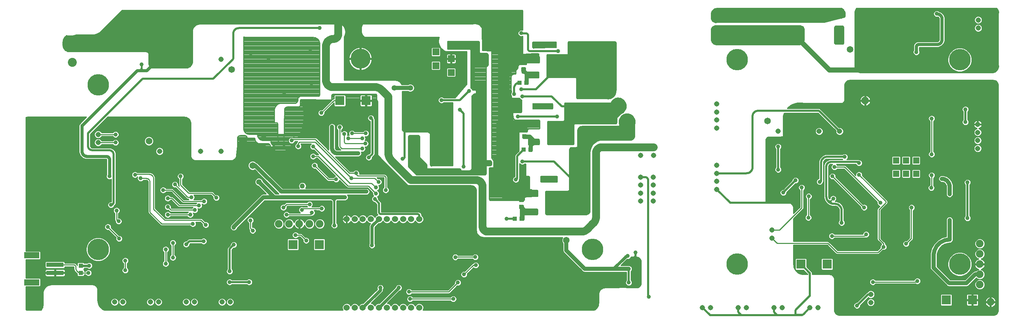
<source format=gbl>
G75*
G70*
%OFA0B0*%
%FSLAX24Y24*%
%IPPOS*%
%LPD*%
%AMOC8*
5,1,8,0,0,1.08239X$1,22.5*
%
%ADD10R,0.0433X0.0433*%
%ADD11R,0.1654X0.0433*%
%ADD12R,0.1457X0.0591*%
%ADD13C,0.0500*%
%ADD14C,0.0740*%
%ADD15R,0.0886X0.0886*%
%ADD16C,0.2100*%
%ADD17C,0.0515*%
%ADD18C,0.0600*%
%ADD19C,0.0874*%
%ADD20R,0.0650X0.0650*%
%ADD21C,0.1950*%
%ADD22R,0.0598X0.0642*%
%ADD23C,0.1065*%
%ADD24R,0.1181X0.0630*%
%ADD25R,0.2470X0.2280*%
%ADD26C,0.0650*%
%ADD27R,0.0594X0.0594*%
%ADD28C,0.0396*%
%ADD29C,0.0100*%
%ADD30C,0.0200*%
%ADD31C,0.0400*%
%ADD32C,0.0531*%
%ADD33C,0.0240*%
%ADD34C,0.0300*%
%ADD35C,0.0709*%
%ADD36C,0.0110*%
%ADD37C,0.0750*%
%ADD38C,0.0160*%
%ADD39R,0.0396X0.0396*%
%ADD40C,0.0500*%
%ADD41C,0.0945*%
D10*
X006304Y004845D03*
X006304Y005515D03*
X048719Y010130D03*
X049388Y010130D03*
X049354Y011295D03*
X049354Y011965D03*
X049569Y016880D03*
X050238Y016880D03*
X049654Y018195D03*
X049654Y018865D03*
X049838Y023430D03*
X049169Y023430D03*
X049554Y024745D03*
X049554Y025415D03*
D11*
X003785Y005624D03*
X003785Y004836D03*
D12*
X001521Y003911D03*
X001521Y006549D03*
D13*
X027954Y013330D03*
D14*
X027654Y009630D03*
X028654Y009630D03*
X029654Y009630D03*
X026654Y009630D03*
X025654Y009630D03*
X082954Y021685D03*
X094154Y007685D03*
X094154Y006685D03*
X094154Y005685D03*
X094154Y004685D03*
X094154Y003685D03*
X095204Y001985D03*
D15*
X093433Y002185D03*
X090874Y002185D03*
X079233Y005685D03*
X076674Y005685D03*
X029608Y007610D03*
X027049Y007610D03*
X031624Y021680D03*
X034183Y021680D03*
D16*
X008004Y023230D03*
X008004Y007130D03*
X056304Y007130D03*
X070454Y005685D03*
X092204Y005685D03*
X092204Y025685D03*
X070454Y025685D03*
D17*
X074454Y027685D03*
X076454Y027685D03*
X080454Y027685D03*
X068454Y028791D03*
X068454Y029579D03*
X068454Y021366D03*
X068454Y020579D03*
X068454Y019791D03*
X068454Y019004D03*
X074454Y018685D03*
X076454Y018685D03*
X078454Y018685D03*
X080454Y018685D03*
X068454Y015366D03*
X068454Y014579D03*
X068454Y013791D03*
X068454Y013004D03*
X062254Y012636D03*
X061004Y012636D03*
X061004Y011849D03*
X062254Y011849D03*
X062254Y013424D03*
X061004Y013424D03*
X061004Y014211D03*
X062254Y014211D03*
X062284Y016336D03*
X061004Y016336D03*
X061004Y017124D03*
X062284Y017124D03*
X073854Y009029D03*
X073854Y008241D03*
X083504Y002729D03*
X083504Y001941D03*
X078347Y001435D03*
X077560Y001435D03*
X074847Y001435D03*
X074060Y001435D03*
X071347Y001435D03*
X070560Y001435D03*
X067847Y001435D03*
X067060Y001435D03*
X020897Y001980D03*
X020110Y001980D03*
X017397Y001980D03*
X016610Y001980D03*
X013897Y001980D03*
X013110Y001980D03*
X010397Y001980D03*
X009610Y001980D03*
X014004Y016730D03*
X016004Y016730D03*
X018004Y016730D03*
X020004Y016730D03*
X008004Y017586D03*
X008004Y018374D03*
X014004Y025730D03*
X016004Y025730D03*
X020004Y025730D03*
X094004Y028791D03*
X094004Y029579D03*
X093954Y019366D03*
X093954Y018579D03*
X093954Y017791D03*
X093954Y017004D03*
D18*
X039373Y010091D03*
X038585Y010091D03*
X037798Y010091D03*
X037010Y010091D03*
X036223Y010091D03*
X035436Y010091D03*
X034648Y010091D03*
X033861Y010091D03*
X033073Y010091D03*
X032286Y010091D03*
X032286Y001429D03*
X033073Y001429D03*
X033861Y001429D03*
X034648Y001429D03*
X035436Y001429D03*
X036223Y001429D03*
X037010Y001429D03*
X037798Y001429D03*
X038585Y001429D03*
X039373Y001429D03*
D19*
X005492Y025415D03*
X005492Y027045D03*
D20*
X041004Y026450D03*
X042504Y027120D03*
X042504Y025780D03*
X041004Y025110D03*
X042504Y024440D03*
D21*
X033634Y025780D03*
D22*
X049047Y027130D03*
X050740Y027130D03*
X052507Y027130D03*
X054200Y027130D03*
X053850Y021130D03*
X052157Y021130D03*
X050750Y021130D03*
X049057Y021130D03*
X049807Y013980D03*
X051500Y013980D03*
X052607Y013980D03*
X054300Y013980D03*
D23*
X059658Y019696D03*
X058833Y021125D03*
X058008Y022554D03*
D24*
X050544Y024180D03*
X050544Y025980D03*
X050594Y019430D03*
X050594Y017630D03*
X050394Y012580D03*
X050394Y010780D03*
D25*
X052929Y011680D03*
X053129Y018530D03*
X053079Y025080D03*
D26*
X073418Y019685D03*
X091954Y018685D03*
X091954Y016385D03*
X081489Y026685D03*
X053754Y008030D03*
X023104Y015330D03*
X012968Y017730D03*
X021039Y024730D03*
D27*
X085974Y015835D03*
X086954Y015835D03*
X087934Y015835D03*
X087934Y014535D03*
X086954Y014535D03*
X085974Y014535D03*
D28*
X083954Y013685D03*
X082354Y014435D03*
X079954Y015185D03*
X079754Y014285D03*
X078504Y013745D03*
X077954Y014185D03*
X076154Y013885D03*
X076754Y013185D03*
X074954Y012685D03*
X077440Y012322D03*
X079829Y012100D03*
X079954Y012685D03*
X079454Y011185D03*
X077404Y010237D03*
X080654Y009735D03*
X082954Y010185D03*
X082854Y011235D03*
X084454Y011685D03*
X087490Y011222D03*
X090154Y010935D03*
X091204Y010000D03*
X092954Y010185D03*
X091204Y008085D03*
X091854Y007735D03*
X086954Y007685D03*
X084754Y007375D03*
X083044Y008595D03*
X079704Y008435D03*
X077654Y006435D03*
X081054Y004885D03*
X083704Y003935D03*
X088054Y004035D03*
X088754Y002735D03*
X084954Y001635D03*
X082154Y001635D03*
X089654Y005335D03*
X091204Y012535D03*
X089417Y013148D03*
X087454Y012685D03*
X090454Y014035D03*
X089454Y014385D03*
X092954Y013685D03*
X089454Y016435D03*
X082354Y015585D03*
X080954Y016185D03*
X079954Y017185D03*
X074454Y017185D03*
X074454Y014935D03*
X089454Y019935D03*
X092754Y019585D03*
X092754Y020835D03*
X091454Y022185D03*
X090704Y024785D03*
X090454Y026185D03*
X087954Y026435D03*
X083354Y027235D03*
X089954Y030185D03*
X052954Y026530D03*
X049354Y028285D03*
X045504Y025480D03*
X041204Y023030D03*
X044254Y022630D03*
X041554Y021730D03*
X043354Y020780D03*
X038754Y021080D03*
X034654Y019980D03*
X031604Y019080D03*
X030854Y019130D03*
X032054Y018430D03*
X032804Y018480D03*
X034154Y018480D03*
X033804Y017980D03*
X034104Y017480D03*
X032454Y017980D03*
X033804Y016980D03*
X033404Y016530D03*
X033154Y016030D03*
X034454Y016130D03*
X037754Y015980D03*
X039154Y014830D03*
X035304Y014780D03*
X035404Y013730D03*
X035154Y013180D03*
X036104Y012930D03*
X035154Y012580D03*
X035045Y012063D03*
X034204Y012780D03*
X032104Y012230D03*
X029849Y011125D03*
X028664Y011545D03*
X027909Y010995D03*
X028879Y010725D03*
X026409Y010530D03*
X026104Y011230D03*
X026709Y012235D03*
X031254Y013980D03*
X032754Y014080D03*
X033204Y014580D03*
X029154Y015330D03*
X029004Y016230D03*
X029004Y017180D03*
X027554Y017230D03*
X026904Y017780D03*
X024254Y018180D03*
X022154Y017630D03*
X029804Y020480D03*
X029104Y020930D03*
X026179Y022425D03*
X028854Y023080D03*
X024654Y025830D03*
X022904Y026030D03*
X028754Y026730D03*
X029654Y028780D03*
X012234Y025245D03*
X009704Y018374D03*
X009704Y017580D03*
X009104Y014280D03*
X011604Y014430D03*
X012154Y014080D03*
X011804Y013580D03*
X014354Y012930D03*
X014804Y012130D03*
X017104Y012230D03*
X018354Y011830D03*
X017854Y011430D03*
X017454Y010980D03*
X017004Y010530D03*
X014804Y010530D03*
X014804Y011280D03*
X019554Y012180D03*
X015504Y013480D03*
X016054Y014280D03*
X009254Y011480D03*
X009804Y010930D03*
X010004Y009880D03*
X008954Y009330D03*
X007704Y009480D03*
X010054Y008180D03*
X014604Y007130D03*
X015304Y007778D03*
X016604Y007630D03*
X018304Y007930D03*
X020604Y007580D03*
X021254Y007580D03*
X016654Y006680D03*
X015304Y006330D03*
X014604Y005730D03*
X016514Y004805D03*
X019839Y004650D03*
X020854Y004980D03*
X020854Y003930D03*
X022754Y003930D03*
X026264Y005750D03*
X028329Y008000D03*
X027289Y008530D03*
X031084Y009475D03*
X034759Y007535D03*
X040779Y009530D03*
X047904Y010130D03*
X044854Y006380D03*
X042909Y006370D03*
X044904Y005580D03*
X043754Y004680D03*
X043154Y003880D03*
X042704Y002280D03*
X038479Y002280D03*
X038379Y002980D03*
X037379Y003380D03*
X035579Y003380D03*
X023104Y008970D03*
X021254Y009278D03*
X022889Y009975D03*
X018519Y009530D03*
X017254Y009630D03*
X010654Y006030D03*
X010654Y005080D03*
X007128Y005540D03*
X007054Y004830D03*
X005504Y004630D03*
X043704Y015230D03*
X046229Y015580D03*
X049454Y015730D03*
X048824Y013965D03*
X045654Y017780D03*
X049004Y020130D03*
X052854Y020130D03*
X049454Y022080D03*
X048654Y022330D03*
X049354Y022780D03*
X039054Y017930D03*
X060504Y006830D03*
X059754Y006480D03*
X059854Y005230D03*
X060404Y004330D03*
X059854Y003880D03*
X061804Y002480D03*
D29*
X001010Y001180D02*
X000954Y001228D01*
X000954Y003486D01*
X002303Y003486D01*
X002380Y003562D01*
X002380Y004260D01*
X002303Y004336D01*
X000954Y004336D01*
X000954Y006124D01*
X002303Y006124D01*
X002380Y006200D01*
X002380Y006898D01*
X002303Y006974D01*
X000954Y006974D01*
X000954Y020050D01*
X000967Y020056D01*
X001034Y020074D01*
X001104Y020080D01*
X006858Y020080D01*
X006203Y019425D01*
X006185Y019408D01*
X006185Y019408D01*
X006124Y019259D01*
X006124Y019234D01*
X006124Y019234D01*
X006124Y019179D01*
X006124Y019178D01*
X006124Y019122D01*
X006124Y016836D01*
X006124Y016780D01*
X006124Y016615D01*
X006250Y016310D01*
X006483Y016076D01*
X006483Y016076D01*
X006788Y015950D01*
X006788Y015950D01*
X006898Y015950D01*
X006954Y015950D01*
X007009Y015950D01*
X008804Y015950D01*
X008807Y015950D01*
X008815Y015947D01*
X008820Y015941D01*
X008823Y015934D01*
X008824Y015930D01*
X008824Y015890D01*
X008824Y015874D01*
X008824Y014461D01*
X008775Y014345D01*
X008775Y014215D01*
X008825Y014094D01*
X008918Y014002D01*
X009038Y013952D01*
X009169Y013952D01*
X009274Y013995D01*
X009274Y011825D01*
X009274Y011808D01*
X009188Y011808D01*
X009068Y011758D01*
X008975Y011666D01*
X008925Y011545D01*
X008925Y011415D01*
X008975Y011294D01*
X009068Y011202D01*
X009188Y011152D01*
X009319Y011152D01*
X009439Y011202D01*
X009532Y011294D01*
X009557Y011354D01*
X009660Y011458D01*
X009733Y011634D01*
X009733Y011635D01*
X009734Y011635D02*
X009734Y011729D01*
X009734Y011730D01*
X009734Y011825D01*
X009734Y016525D01*
X009734Y016555D01*
X009638Y016787D01*
X009460Y016964D01*
X009229Y017060D01*
X009229Y017060D01*
X009104Y017060D01*
X009008Y017060D01*
X007454Y017060D01*
X007411Y017064D01*
X007331Y017097D01*
X007271Y017158D01*
X007238Y017237D01*
X007234Y017280D01*
X007234Y017375D01*
X007234Y018333D01*
X007234Y018385D01*
X008929Y020080D01*
X016404Y020080D01*
X016505Y020072D01*
X016604Y020048D01*
X016699Y020009D01*
X016786Y019956D01*
X016863Y019890D01*
X016929Y019812D01*
X016983Y019725D01*
X017022Y019631D01*
X017046Y019532D01*
X017054Y019430D01*
X017054Y016280D01*
X017060Y016202D01*
X017081Y016126D01*
X017114Y016055D01*
X017159Y015991D01*
X017214Y015935D01*
X017279Y015890D01*
X017350Y015857D01*
X017425Y015837D01*
X017504Y015830D01*
X021004Y015830D01*
X021090Y015838D01*
X021175Y015860D01*
X021254Y015897D01*
X021325Y015947D01*
X021387Y016009D01*
X021437Y016080D01*
X021473Y016159D01*
X021496Y016243D01*
X021504Y016330D01*
X021604Y017230D01*
X021602Y017318D01*
X021617Y017404D01*
X021646Y017487D01*
X021688Y017563D01*
X021744Y017631D01*
X021810Y017688D01*
X021886Y017733D01*
X021967Y017764D01*
X022054Y017780D01*
X025254Y017030D01*
X025239Y016946D01*
X025239Y016860D01*
X025255Y016776D01*
X025284Y016695D01*
X025327Y016621D01*
X025383Y016556D01*
X025449Y016501D01*
X025523Y016459D01*
X025604Y016430D01*
X025987Y016613D01*
X026349Y016834D01*
X026686Y017092D01*
X026685Y017092D02*
X027256Y017092D01*
X027275Y017044D02*
X027368Y016952D01*
X027488Y016902D01*
X027619Y016902D01*
X027739Y016952D01*
X027832Y017044D01*
X027882Y017165D01*
X027882Y017295D01*
X027832Y017416D01*
X027797Y017450D01*
X027828Y017450D01*
X028810Y017450D01*
X028725Y017366D01*
X028675Y017245D01*
X028675Y017115D01*
X028725Y016994D01*
X028818Y016902D01*
X028938Y016852D01*
X029069Y016852D01*
X029075Y016854D01*
X029519Y016410D01*
X029284Y016410D01*
X029282Y016416D01*
X029189Y016508D01*
X029069Y016558D01*
X028938Y016558D01*
X028818Y016508D01*
X028725Y016416D01*
X028675Y016295D01*
X028675Y016165D01*
X028725Y016044D01*
X028818Y015952D01*
X028938Y015902D01*
X029069Y015902D01*
X029189Y015952D01*
X029282Y016044D01*
X029284Y016050D01*
X029437Y016050D01*
X029460Y016027D01*
X029473Y016013D01*
X031182Y014305D01*
X031068Y014258D01*
X030975Y014166D01*
X030973Y014160D01*
X030630Y014160D01*
X030578Y014160D01*
X029479Y015259D01*
X029482Y015265D01*
X029482Y015395D01*
X029432Y015516D01*
X029339Y015608D01*
X029219Y015658D01*
X029088Y015658D01*
X028968Y015608D01*
X028875Y015516D01*
X028825Y015395D01*
X028825Y015265D01*
X028875Y015144D01*
X028968Y015052D01*
X029088Y015002D01*
X029219Y015002D01*
X029225Y015004D01*
X030392Y013837D01*
X030406Y013837D01*
X030471Y013810D01*
X030481Y013800D01*
X030555Y013800D01*
X030630Y013800D01*
X030973Y013800D01*
X030975Y013794D01*
X031068Y013702D01*
X031188Y013652D01*
X031319Y013652D01*
X031439Y013702D01*
X031532Y013794D01*
X031579Y013908D01*
X032300Y013187D01*
X032314Y013187D01*
X032379Y013160D01*
X032389Y013150D01*
X028290Y013150D01*
X028276Y013115D02*
X028334Y013254D01*
X028334Y013406D01*
X028276Y013545D01*
X028169Y013652D01*
X028029Y013710D01*
X027878Y013710D01*
X027738Y013652D01*
X027631Y013545D01*
X027574Y013406D01*
X027574Y013254D01*
X027631Y013115D01*
X027636Y013110D01*
X026073Y013110D01*
X026040Y013110D01*
X023614Y015536D01*
X023579Y015572D01*
X023453Y015624D01*
X023361Y015715D01*
X023194Y015785D01*
X023013Y015785D01*
X022846Y015715D01*
X022718Y015588D01*
X022649Y015420D01*
X022649Y015239D01*
X022718Y015072D01*
X022846Y014944D01*
X023013Y014875D01*
X023194Y014875D01*
X023298Y014918D01*
X025643Y012573D01*
X025643Y012573D01*
X025656Y012561D01*
X025340Y012560D01*
X024099Y013801D01*
X024099Y013809D01*
X024039Y013954D01*
X023928Y014065D01*
X023782Y014126D01*
X023625Y014126D01*
X023479Y014065D01*
X023368Y013954D01*
X023308Y013809D01*
X023308Y013651D01*
X023368Y013506D01*
X023479Y013394D01*
X023625Y013334D01*
X023633Y013334D01*
X024407Y012560D01*
X024140Y012560D01*
X024115Y012560D01*
X024115Y012560D01*
X023948Y012491D01*
X023948Y012491D01*
X023884Y012427D01*
X023884Y012427D01*
X023837Y012380D01*
X021010Y009553D01*
X020993Y009536D01*
X020993Y009536D01*
X020924Y009369D01*
X020924Y009369D01*
X020924Y009278D01*
X020924Y009213D01*
X020974Y009091D01*
X021067Y008998D01*
X021188Y008948D01*
X021319Y008948D01*
X021440Y008998D01*
X021533Y009091D01*
X021570Y009180D01*
X024290Y011900D01*
X025242Y011900D01*
X025243Y011900D01*
X025307Y011900D01*
X025373Y011900D01*
X025373Y011900D01*
X026711Y011905D01*
X030474Y011901D01*
X030623Y011901D01*
X030629Y011896D01*
X030710Y011900D01*
X030736Y011896D01*
X030790Y011872D01*
X030831Y011828D01*
X030845Y011789D01*
X030844Y011758D01*
X030849Y011752D01*
X030849Y011745D01*
X030854Y011740D01*
X030854Y011739D01*
X030851Y011647D01*
X030854Y011644D01*
X030854Y009709D01*
X030805Y009661D01*
X030755Y009540D01*
X030755Y009410D01*
X030805Y009289D01*
X030898Y009197D01*
X031018Y009147D01*
X031149Y009147D01*
X031269Y009197D01*
X031362Y009289D01*
X031412Y009410D01*
X031412Y009540D01*
X031362Y009661D01*
X031314Y009709D01*
X031314Y011731D01*
X031317Y011849D01*
X031317Y011849D01*
X031316Y011854D01*
X031336Y011884D01*
X031366Y011899D01*
X031391Y011887D01*
X031431Y011900D01*
X031694Y011900D01*
X031769Y011900D01*
X031799Y011900D01*
X032049Y011900D01*
X032169Y011900D01*
X032290Y011950D01*
X032383Y012043D01*
X032434Y012164D01*
X032434Y012296D01*
X032383Y012417D01*
X032350Y012450D01*
X034269Y012450D01*
X034390Y012500D01*
X034483Y012593D01*
X034534Y012714D01*
X034534Y012846D01*
X034483Y012967D01*
X034390Y013060D01*
X034269Y013110D01*
X028271Y013110D01*
X028276Y013115D01*
X028331Y013249D02*
X032238Y013249D01*
X032140Y013347D02*
X028334Y013347D01*
X028317Y013446D02*
X032041Y013446D01*
X031943Y013544D02*
X028276Y013544D01*
X028178Y013643D02*
X031844Y013643D01*
X031746Y013741D02*
X031479Y013741D01*
X031551Y013840D02*
X031647Y013840D01*
X031254Y013980D02*
X030555Y013980D01*
X030467Y014017D02*
X029154Y015330D01*
X029482Y015318D02*
X030169Y015318D01*
X030267Y015219D02*
X029519Y015219D01*
X029617Y015121D02*
X030366Y015121D01*
X030465Y015022D02*
X029716Y015022D01*
X029814Y014924D02*
X030563Y014924D01*
X030662Y014825D02*
X029913Y014825D01*
X030011Y014727D02*
X030760Y014727D01*
X030859Y014628D02*
X030110Y014628D01*
X030208Y014530D02*
X030957Y014530D01*
X031056Y014431D02*
X030307Y014431D01*
X030406Y014332D02*
X031154Y014332D01*
X031044Y014234D02*
X030504Y014234D01*
X030467Y014017D02*
X030482Y014004D01*
X030498Y013994D01*
X030516Y013986D01*
X030535Y013982D01*
X030555Y013980D01*
X030555Y013800D02*
X030555Y013800D01*
X030389Y013840D02*
X025310Y013840D01*
X025212Y013938D02*
X030291Y013938D01*
X030192Y014037D02*
X025113Y014037D01*
X025015Y014135D02*
X030094Y014135D01*
X029995Y014234D02*
X024916Y014234D01*
X024818Y014332D02*
X029896Y014332D01*
X029798Y014431D02*
X024719Y014431D01*
X024621Y014530D02*
X029699Y014530D01*
X029601Y014628D02*
X024522Y014628D01*
X024423Y014727D02*
X029502Y014727D01*
X029404Y014825D02*
X024325Y014825D01*
X024226Y014924D02*
X029305Y014924D01*
X029039Y015022D02*
X024128Y015022D01*
X024029Y015121D02*
X028899Y015121D01*
X028844Y015219D02*
X023931Y015219D01*
X023832Y015318D02*
X028825Y015318D01*
X028834Y015416D02*
X023734Y015416D01*
X023635Y015515D02*
X028875Y015515D01*
X028981Y015614D02*
X023477Y015614D01*
X023579Y015572D02*
X023579Y015572D01*
X023614Y015536D02*
X023614Y015536D01*
X023365Y015712D02*
X029775Y015712D01*
X029873Y015614D02*
X029326Y015614D01*
X029432Y015515D02*
X029972Y015515D01*
X030070Y015416D02*
X029473Y015416D01*
X029676Y015811D02*
X009734Y015811D01*
X009734Y015909D02*
X017251Y015909D01*
X017147Y016008D02*
X009734Y016008D01*
X009734Y016106D02*
X017090Y016106D01*
X017060Y016205D02*
X009734Y016205D01*
X009734Y016303D02*
X017054Y016303D01*
X017054Y016402D02*
X016245Y016402D01*
X016269Y016419D02*
X016314Y016464D01*
X016352Y016516D01*
X016381Y016574D01*
X016401Y016635D01*
X016411Y016698D01*
X016411Y016701D01*
X016033Y016701D01*
X016033Y016759D01*
X016411Y016759D01*
X016411Y016762D01*
X016401Y016825D01*
X016381Y016886D01*
X016352Y016944D01*
X016314Y016995D01*
X016269Y017041D01*
X016217Y017078D01*
X016160Y017108D01*
X016099Y017127D01*
X016036Y017137D01*
X016032Y017137D01*
X016032Y016759D01*
X015975Y016759D01*
X015975Y017137D01*
X015971Y017137D01*
X015908Y017127D01*
X015847Y017108D01*
X015790Y017078D01*
X015738Y017041D01*
X015693Y016995D01*
X015655Y016944D01*
X015626Y016886D01*
X015606Y016825D01*
X015596Y016762D01*
X015596Y016759D01*
X015975Y016759D01*
X015975Y016701D01*
X016032Y016701D01*
X016032Y016322D01*
X016036Y016322D01*
X016099Y016333D01*
X016160Y016352D01*
X016217Y016381D01*
X016269Y016419D01*
X016354Y016402D02*
X015604Y016402D01*
X015604Y016380D02*
X015604Y017080D01*
X015606Y017095D01*
X015613Y017109D01*
X015624Y017120D01*
X015638Y017128D01*
X015654Y017130D01*
X016304Y017130D01*
X016319Y017128D01*
X016333Y017120D01*
X016344Y017109D01*
X016351Y017095D01*
X016354Y017080D01*
X016354Y016380D01*
X016351Y016365D01*
X016344Y016351D01*
X016333Y016340D01*
X016319Y016332D01*
X016304Y016330D01*
X015654Y016330D01*
X015638Y016332D01*
X015624Y016340D01*
X015613Y016351D01*
X015606Y016365D01*
X015604Y016380D01*
X015604Y016500D02*
X016354Y016500D01*
X016340Y016500D02*
X017054Y016500D01*
X017054Y016599D02*
X016389Y016599D01*
X016354Y016599D02*
X015604Y016599D01*
X015618Y016599D02*
X014369Y016599D01*
X014391Y016653D02*
X014332Y016510D01*
X014223Y016401D01*
X014081Y016342D01*
X013926Y016342D01*
X013784Y016401D01*
X013675Y016510D01*
X013616Y016653D01*
X013616Y016807D01*
X013675Y016949D01*
X013784Y017058D01*
X013926Y017117D01*
X014081Y017117D01*
X014223Y017058D01*
X014332Y016949D01*
X014391Y016807D01*
X014391Y016653D01*
X014391Y016698D02*
X015596Y016698D01*
X015606Y016635D01*
X015626Y016574D01*
X015655Y016516D01*
X015693Y016464D01*
X015738Y016419D01*
X015790Y016381D01*
X015847Y016352D01*
X015908Y016333D01*
X015971Y016322D01*
X015975Y016322D01*
X015975Y016701D01*
X015596Y016701D01*
X015596Y016698D01*
X015604Y016698D02*
X016354Y016698D01*
X016411Y016698D02*
X017054Y016698D01*
X017054Y016796D02*
X016406Y016796D01*
X016354Y016796D02*
X015604Y016796D01*
X015601Y016796D02*
X014391Y016796D01*
X014355Y016895D02*
X015630Y016895D01*
X015604Y016895D02*
X016354Y016895D01*
X016377Y016895D02*
X017054Y016895D01*
X017054Y016993D02*
X016316Y016993D01*
X016354Y016993D02*
X015604Y016993D01*
X015691Y016993D02*
X014288Y016993D01*
X014143Y017092D02*
X015816Y017092D01*
X015975Y017092D02*
X016032Y017092D01*
X016032Y016993D02*
X015975Y016993D01*
X015975Y016895D02*
X016032Y016895D01*
X016032Y016796D02*
X015975Y016796D01*
X015975Y016698D02*
X016032Y016698D01*
X016032Y016599D02*
X015975Y016599D01*
X015975Y016500D02*
X016032Y016500D01*
X016032Y016402D02*
X015975Y016402D01*
X015762Y016402D02*
X014223Y016402D01*
X014322Y016500D02*
X015667Y016500D01*
X015605Y017092D02*
X016352Y017092D01*
X016191Y017092D02*
X017054Y017092D01*
X017054Y017190D02*
X007257Y017190D01*
X007234Y017289D02*
X007753Y017289D01*
X007784Y017258D02*
X007926Y017199D01*
X008081Y017199D01*
X008223Y017258D01*
X008332Y017367D01*
X008348Y017406D01*
X009420Y017406D01*
X009425Y017394D01*
X009518Y017302D01*
X009638Y017252D01*
X009769Y017252D01*
X009889Y017302D01*
X009982Y017394D01*
X010032Y017515D01*
X010032Y017645D01*
X009982Y017766D01*
X009889Y017858D01*
X009769Y017908D01*
X009638Y017908D01*
X009518Y017858D01*
X009426Y017766D01*
X008348Y017766D01*
X008332Y017806D01*
X008223Y017915D01*
X008081Y017974D01*
X007926Y017974D01*
X007784Y017915D01*
X007675Y017806D01*
X007616Y017663D01*
X007616Y017509D01*
X007675Y017367D01*
X007784Y017258D01*
X007666Y017387D02*
X007234Y017387D01*
X007234Y017486D02*
X007626Y017486D01*
X007616Y017584D02*
X007234Y017584D01*
X007234Y017683D02*
X007624Y017683D01*
X007665Y017781D02*
X007234Y017781D01*
X007234Y017880D02*
X007749Y017880D01*
X007784Y018045D02*
X007926Y017986D01*
X008081Y017986D01*
X008223Y018045D01*
X008332Y018154D01*
X008348Y018194D01*
X009423Y018194D01*
X009425Y018188D01*
X009518Y018096D01*
X009638Y018046D01*
X009769Y018046D01*
X009889Y018096D01*
X009982Y018188D01*
X010032Y018308D01*
X010032Y018439D01*
X009982Y018559D01*
X009889Y018652D01*
X009769Y018702D01*
X009638Y018702D01*
X009518Y018652D01*
X009425Y018559D01*
X009423Y018554D01*
X008348Y018554D01*
X008332Y018593D01*
X008223Y018702D01*
X008081Y018761D01*
X007926Y018761D01*
X007784Y018702D01*
X007675Y018593D01*
X007616Y018451D01*
X007616Y018297D01*
X007675Y018154D01*
X007784Y018045D01*
X007752Y018077D02*
X007234Y018077D01*
X007234Y017979D02*
X012579Y017979D01*
X012583Y017988D02*
X012513Y017820D01*
X012513Y017639D01*
X012583Y017472D01*
X012710Y017344D01*
X012878Y017275D01*
X013059Y017275D01*
X013226Y017344D01*
X013354Y017472D01*
X013423Y017639D01*
X013423Y017820D01*
X013354Y017988D01*
X013226Y018115D01*
X013059Y018185D01*
X012878Y018185D01*
X012710Y018115D01*
X012583Y017988D01*
X012538Y017880D02*
X009836Y017880D01*
X009966Y017781D02*
X012513Y017781D01*
X012513Y017683D02*
X010016Y017683D01*
X010032Y017584D02*
X012536Y017584D01*
X012577Y017486D02*
X010020Y017486D01*
X009975Y017387D02*
X012668Y017387D01*
X012845Y017289D02*
X009858Y017289D01*
X009549Y017289D02*
X008254Y017289D01*
X008340Y017387D02*
X009432Y017387D01*
X009697Y017586D02*
X009700Y017585D01*
X009702Y017583D01*
X009703Y017580D01*
X009697Y017586D02*
X008004Y017586D01*
X008258Y017880D02*
X009571Y017880D01*
X009441Y017781D02*
X008342Y017781D01*
X008255Y018077D02*
X009562Y018077D01*
X009438Y018176D02*
X008341Y018176D01*
X008004Y018374D02*
X009704Y018374D01*
X010032Y018373D02*
X017054Y018373D01*
X017054Y018471D02*
X010018Y018471D01*
X009971Y018570D02*
X017054Y018570D01*
X017054Y018668D02*
X009849Y018668D01*
X009558Y018668D02*
X008257Y018668D01*
X008342Y018570D02*
X009436Y018570D01*
X010017Y018274D02*
X017054Y018274D01*
X017054Y018176D02*
X013080Y018176D01*
X013264Y018077D02*
X017054Y018077D01*
X017054Y017979D02*
X013357Y017979D01*
X013398Y017880D02*
X017054Y017880D01*
X017054Y017781D02*
X013423Y017781D01*
X013423Y017683D02*
X017054Y017683D01*
X017054Y017584D02*
X013400Y017584D01*
X013359Y017486D02*
X017054Y017486D01*
X017054Y017387D02*
X013269Y017387D01*
X013091Y017289D02*
X017054Y017289D01*
X013864Y017092D02*
X007344Y017092D01*
X006124Y017092D02*
X000954Y017092D01*
X000954Y017190D02*
X006124Y017190D01*
X006124Y017289D02*
X000954Y017289D01*
X000954Y017387D02*
X006124Y017387D01*
X006124Y017486D02*
X000954Y017486D01*
X000954Y017584D02*
X006124Y017584D01*
X006124Y017683D02*
X000954Y017683D01*
X000954Y017781D02*
X006124Y017781D01*
X006124Y017880D02*
X000954Y017880D01*
X000954Y017979D02*
X006124Y017979D01*
X006124Y018077D02*
X000954Y018077D01*
X000954Y018176D02*
X006124Y018176D01*
X006124Y018274D02*
X000954Y018274D01*
X000954Y018373D02*
X006124Y018373D01*
X006124Y018471D02*
X000954Y018471D01*
X000954Y018570D02*
X006124Y018570D01*
X006124Y018668D02*
X000954Y018668D01*
X000954Y018767D02*
X006124Y018767D01*
X006124Y018865D02*
X000954Y018865D01*
X000954Y018964D02*
X006124Y018964D01*
X006124Y019063D02*
X000954Y019063D01*
X000954Y019161D02*
X006124Y019161D01*
X006124Y019259D02*
X006124Y019259D01*
X006124Y019260D02*
X000954Y019260D01*
X000954Y019358D02*
X006165Y019358D01*
X006203Y019425D02*
X006203Y019425D01*
X006234Y019457D02*
X000954Y019457D01*
X000954Y019555D02*
X006333Y019555D01*
X006431Y019654D02*
X000954Y019654D01*
X000954Y019752D02*
X006530Y019752D01*
X006629Y019851D02*
X000954Y019851D01*
X000954Y019949D02*
X006727Y019949D01*
X006826Y020048D02*
X000954Y020048D01*
X007234Y018373D02*
X007616Y018373D01*
X007625Y018471D02*
X007320Y018471D01*
X007419Y018570D02*
X007665Y018570D01*
X007750Y018668D02*
X007517Y018668D01*
X007616Y018767D02*
X017054Y018767D01*
X017054Y018865D02*
X007714Y018865D01*
X007813Y018964D02*
X017054Y018964D01*
X017054Y019063D02*
X007911Y019063D01*
X008010Y019161D02*
X017054Y019161D01*
X017054Y019260D02*
X008108Y019260D01*
X008207Y019358D02*
X017054Y019358D01*
X017051Y019457D02*
X008306Y019457D01*
X008404Y019555D02*
X017040Y019555D01*
X017012Y019654D02*
X008503Y019654D01*
X008601Y019752D02*
X016966Y019752D01*
X016896Y019851D02*
X008700Y019851D01*
X008798Y019949D02*
X016793Y019949D01*
X016605Y020048D02*
X008897Y020048D01*
X009970Y018176D02*
X012856Y018176D01*
X012672Y018077D02*
X009845Y018077D01*
X009390Y016993D02*
X013719Y016993D01*
X013652Y016895D02*
X009530Y016895D01*
X009460Y016964D02*
X009460Y016964D01*
X009628Y016796D02*
X013616Y016796D01*
X013616Y016698D02*
X009675Y016698D01*
X009638Y016787D02*
X009638Y016787D01*
X009715Y016599D02*
X013638Y016599D01*
X013685Y016500D02*
X009734Y016500D01*
X009734Y016555D02*
X009734Y016555D01*
X009734Y016402D02*
X013784Y016402D01*
X013119Y014660D02*
X013078Y014660D01*
X011837Y014660D01*
X011789Y014708D01*
X011669Y014758D01*
X011538Y014758D01*
X011418Y014708D01*
X011325Y014616D01*
X011275Y014495D01*
X011275Y014365D01*
X011325Y014244D01*
X011418Y014152D01*
X011538Y014102D01*
X011669Y014102D01*
X011789Y014152D01*
X011856Y014218D01*
X011825Y014145D01*
X011825Y014015D01*
X011875Y013894D01*
X011968Y013802D01*
X012088Y013752D01*
X012219Y013752D01*
X012339Y013802D01*
X012432Y013894D01*
X012434Y013900D01*
X012704Y013900D01*
X012737Y013897D01*
X012798Y013871D01*
X012845Y013824D01*
X012870Y013763D01*
X012874Y013730D01*
X012874Y010906D01*
X012874Y010889D01*
X012874Y010757D01*
X012883Y010747D01*
X012910Y010683D01*
X012910Y010669D01*
X013987Y009592D01*
X013997Y009582D01*
X014092Y009487D01*
X014106Y009487D01*
X014171Y009460D01*
X014181Y009450D01*
X016973Y009450D01*
X016975Y009444D01*
X017068Y009352D01*
X017188Y009302D01*
X017319Y009302D01*
X017439Y009352D01*
X017532Y009444D01*
X017582Y009565D01*
X017582Y009695D01*
X017538Y009800D01*
X017942Y009800D01*
X017994Y009800D01*
X018193Y009601D01*
X018190Y009595D01*
X018190Y009465D01*
X018240Y009344D01*
X018333Y009252D01*
X018453Y009202D01*
X018584Y009202D01*
X018704Y009252D01*
X018797Y009344D01*
X018847Y009465D01*
X018847Y009595D01*
X018797Y009716D01*
X018704Y009808D01*
X018584Y009858D01*
X018453Y009858D01*
X018447Y009856D01*
X018180Y010123D01*
X018166Y010123D01*
X018101Y010150D01*
X018091Y010160D01*
X018018Y010160D01*
X018017Y010160D01*
X017942Y010160D01*
X014630Y010160D01*
X014578Y010160D01*
X014551Y010187D01*
X014541Y010197D01*
X013584Y011154D01*
X013584Y011188D01*
X013584Y011206D01*
X013584Y014154D01*
X013583Y014154D01*
X013583Y014195D01*
X013583Y014195D01*
X013495Y014408D01*
X013495Y014408D01*
X013332Y014572D01*
X013119Y014660D01*
X013119Y014660D01*
X013078Y014660D02*
X013078Y014660D01*
X013196Y014628D02*
X023589Y014628D01*
X023687Y014530D02*
X016268Y014530D01*
X016239Y014558D02*
X016119Y014608D01*
X015988Y014608D01*
X015868Y014558D01*
X015775Y014466D01*
X015725Y014345D01*
X015725Y014215D01*
X015775Y014094D01*
X015868Y014002D01*
X015874Y013999D01*
X015874Y013407D01*
X015883Y013397D01*
X015910Y013333D01*
X015910Y013328D01*
X015829Y013409D01*
X015832Y013415D01*
X015832Y013545D01*
X015782Y013666D01*
X015689Y013758D01*
X015569Y013808D01*
X015438Y013808D01*
X015318Y013758D01*
X015225Y013666D01*
X015175Y013545D01*
X015175Y013415D01*
X015225Y013294D01*
X015318Y013202D01*
X015438Y013152D01*
X015569Y013152D01*
X015575Y013154D01*
X016537Y012192D01*
X016546Y012183D01*
X016642Y012087D01*
X016656Y012087D01*
X016721Y012060D01*
X016731Y012050D01*
X016790Y012050D01*
X016805Y012050D01*
X016823Y012050D01*
X016825Y012044D01*
X016860Y012010D01*
X016380Y012010D01*
X015316Y013073D01*
X015302Y013073D01*
X015238Y013100D01*
X015228Y013110D01*
X015138Y013110D01*
X015079Y013110D01*
X014634Y013110D01*
X014632Y013116D01*
X014539Y013208D01*
X014419Y013258D01*
X014288Y013258D01*
X014168Y013208D01*
X014075Y013116D01*
X014025Y012995D01*
X014025Y012865D01*
X014075Y012744D01*
X014168Y012652D01*
X014288Y012602D01*
X014419Y012602D01*
X014539Y012652D01*
X014632Y012744D01*
X014634Y012750D01*
X015079Y012750D01*
X015131Y012750D01*
X016194Y011687D01*
X016208Y011687D01*
X016273Y011660D01*
X016283Y011650D01*
X017610Y011650D01*
X017575Y011616D01*
X017573Y011610D01*
X015980Y011610D01*
X015971Y011619D01*
X015943Y011647D01*
X015316Y012273D01*
X015302Y012273D01*
X015238Y012300D01*
X015228Y012310D01*
X015155Y012310D01*
X015154Y012310D01*
X015084Y012310D01*
X015082Y012316D01*
X014989Y012408D01*
X014869Y012458D01*
X014738Y012458D01*
X014618Y012408D01*
X014525Y012316D01*
X014475Y012195D01*
X014475Y012065D01*
X014525Y011944D01*
X014618Y011852D01*
X014738Y011802D01*
X014869Y011802D01*
X014989Y011852D01*
X015082Y011944D01*
X015084Y011950D01*
X015131Y011950D01*
X015689Y011392D01*
X015717Y011363D01*
X015794Y011287D01*
X015808Y011287D01*
X015873Y011260D01*
X015883Y011250D01*
X017260Y011250D01*
X017175Y011166D01*
X017173Y011160D01*
X015230Y011160D01*
X015178Y011160D01*
X015129Y011209D01*
X015132Y011215D01*
X015132Y011345D01*
X015082Y011466D01*
X014989Y011558D01*
X014869Y011608D01*
X014738Y011608D01*
X014618Y011558D01*
X014525Y011466D01*
X014475Y011345D01*
X014475Y011215D01*
X014525Y011094D01*
X014618Y011002D01*
X014738Y010952D01*
X014869Y010952D01*
X014875Y010954D01*
X014992Y010837D01*
X015006Y010837D01*
X015071Y010810D01*
X015081Y010800D01*
X015157Y010800D01*
X015230Y010800D01*
X016810Y010800D01*
X016725Y010716D01*
X016723Y010710D01*
X015084Y010710D01*
X015082Y010716D01*
X014989Y010808D01*
X014869Y010858D01*
X014738Y010858D01*
X014618Y010808D01*
X014525Y010716D01*
X014475Y010595D01*
X014475Y010465D01*
X014525Y010344D01*
X014618Y010252D01*
X014738Y010202D01*
X014869Y010202D01*
X014989Y010252D01*
X015082Y010344D01*
X015084Y010350D01*
X016723Y010350D01*
X016725Y010344D01*
X016818Y010252D01*
X016938Y010202D01*
X017069Y010202D01*
X017189Y010252D01*
X017282Y010344D01*
X017332Y010465D01*
X017332Y010595D01*
X017291Y010692D01*
X017388Y010652D01*
X017519Y010652D01*
X017639Y010702D01*
X017732Y010794D01*
X017782Y010915D01*
X017782Y011045D01*
X017752Y011117D01*
X017788Y011102D01*
X017919Y011102D01*
X018039Y011152D01*
X018132Y011244D01*
X018182Y011365D01*
X018182Y011495D01*
X018151Y011568D01*
X018168Y011552D01*
X018288Y011502D01*
X018419Y011502D01*
X018539Y011552D01*
X018632Y011644D01*
X018682Y011765D01*
X018682Y011895D01*
X018632Y012016D01*
X018539Y012108D01*
X018419Y012158D01*
X018288Y012158D01*
X018168Y012108D01*
X018075Y012016D01*
X018073Y012010D01*
X017347Y012010D01*
X017382Y012044D01*
X017432Y012165D01*
X017432Y012295D01*
X017382Y012416D01*
X017347Y012450D01*
X019029Y012450D01*
X019044Y012435D01*
X019066Y012413D01*
X019228Y012251D01*
X019225Y012245D01*
X019225Y012115D01*
X019275Y011994D01*
X019368Y011902D01*
X019488Y011852D01*
X019619Y011852D01*
X019739Y011902D01*
X019832Y011994D01*
X019882Y012115D01*
X019882Y012245D01*
X019832Y012366D01*
X019739Y012458D01*
X019619Y012508D01*
X019488Y012508D01*
X019482Y012506D01*
X019320Y012668D01*
X019298Y012690D01*
X019215Y012773D01*
X019201Y012773D01*
X019136Y012800D01*
X019126Y012810D01*
X016928Y012810D01*
X016906Y012832D01*
X016891Y012847D01*
X016270Y013468D01*
X016234Y013504D01*
X016234Y013999D01*
X016239Y014002D01*
X016332Y014094D01*
X016382Y014215D01*
X016382Y014345D01*
X016332Y014466D01*
X016239Y014558D01*
X016346Y014431D02*
X023786Y014431D01*
X023884Y014332D02*
X016382Y014332D01*
X016382Y014234D02*
X023983Y014234D01*
X024081Y014135D02*
X016349Y014135D01*
X016274Y014037D02*
X023451Y014037D01*
X023361Y013938D02*
X016234Y013938D01*
X016234Y013840D02*
X023321Y013840D01*
X023308Y013741D02*
X016234Y013741D01*
X016234Y013643D02*
X023311Y013643D01*
X023352Y013544D02*
X016234Y013544D01*
X016054Y013482D02*
X016056Y013462D01*
X016060Y013443D01*
X016068Y013425D01*
X016078Y013409D01*
X016091Y013394D01*
X016090Y013393D02*
X016817Y012667D01*
X016905Y012630D02*
X019052Y012630D01*
X019140Y012593D02*
X019554Y012180D01*
X019861Y012066D02*
X023523Y012066D01*
X023621Y012165D02*
X019882Y012165D01*
X019874Y012263D02*
X023720Y012263D01*
X023819Y012362D02*
X019833Y012362D01*
X019734Y012460D02*
X023917Y012460D01*
X023837Y012380D02*
X023837Y012380D01*
X024112Y012559D02*
X019429Y012559D01*
X019331Y012657D02*
X024310Y012657D01*
X024211Y012756D02*
X019232Y012756D01*
X019140Y012593D02*
X019125Y012606D01*
X019109Y012616D01*
X019091Y012624D01*
X019072Y012628D01*
X019052Y012630D01*
X019072Y012628D01*
X019091Y012624D01*
X019109Y012616D01*
X019125Y012606D01*
X019140Y012593D01*
X019117Y012362D02*
X017404Y012362D01*
X017432Y012263D02*
X019216Y012263D01*
X019225Y012165D02*
X017432Y012165D01*
X017391Y012066D02*
X018126Y012066D01*
X018354Y011830D02*
X016357Y011830D01*
X016269Y011867D02*
X015242Y012893D01*
X015154Y012930D02*
X014354Y012930D01*
X014597Y013150D02*
X015579Y013150D01*
X015678Y013051D02*
X015338Y013051D01*
X015437Y012953D02*
X015776Y012953D01*
X015875Y012854D02*
X015535Y012854D01*
X015634Y012756D02*
X015973Y012756D01*
X016072Y012657D02*
X015733Y012657D01*
X015831Y012559D02*
X016170Y012559D01*
X016269Y012460D02*
X015930Y012460D01*
X016028Y012362D02*
X016367Y012362D01*
X016466Y012263D02*
X016127Y012263D01*
X016225Y012165D02*
X016564Y012165D01*
X016706Y012066D02*
X016324Y012066D01*
X016269Y011867D02*
X016284Y011854D01*
X016300Y011844D01*
X016318Y011836D01*
X016337Y011832D01*
X016357Y011830D01*
X016244Y011672D02*
X015918Y011672D01*
X015869Y011467D02*
X015884Y011454D01*
X015900Y011444D01*
X015918Y011436D01*
X015937Y011432D01*
X015957Y011430D01*
X017854Y011430D01*
X018067Y011179D02*
X022636Y011179D01*
X022538Y011081D02*
X017767Y011081D01*
X017782Y010982D02*
X022439Y010982D01*
X022340Y010883D02*
X017769Y010883D01*
X017722Y010785D02*
X022242Y010785D01*
X022143Y010686D02*
X017602Y010686D01*
X017332Y010588D02*
X022045Y010588D01*
X021946Y010489D02*
X017332Y010489D01*
X017301Y010391D02*
X021848Y010391D01*
X021749Y010292D02*
X017230Y010292D01*
X017004Y010530D02*
X014804Y010530D01*
X015030Y010292D02*
X016777Y010292D01*
X017294Y010686D02*
X017305Y010686D01*
X017454Y010980D02*
X015155Y010980D01*
X015067Y011017D02*
X014804Y011280D01*
X015132Y011278D02*
X015830Y011278D01*
X015705Y011376D02*
X015119Y011376D01*
X015073Y011475D02*
X015606Y011475D01*
X015507Y011573D02*
X014953Y011573D01*
X014654Y011573D02*
X013584Y011573D01*
X013584Y011475D02*
X014534Y011475D01*
X014488Y011376D02*
X013584Y011376D01*
X013584Y011278D02*
X014475Y011278D01*
X014490Y011179D02*
X013584Y011179D01*
X013404Y011132D02*
X013406Y011112D01*
X013410Y011093D01*
X013418Y011075D01*
X013428Y011059D01*
X013441Y011044D01*
X013440Y011043D02*
X014467Y010017D01*
X014555Y009980D02*
X018017Y009980D01*
X018105Y009943D02*
X018519Y009530D01*
X018822Y009405D02*
X020939Y009405D01*
X020924Y009307D02*
X018759Y009307D01*
X018599Y009208D02*
X020925Y009208D01*
X020966Y009110D02*
X009428Y009110D01*
X009330Y009208D02*
X018438Y009208D01*
X018278Y009307D02*
X017331Y009307D01*
X017176Y009307D02*
X009282Y009307D01*
X009282Y009265D02*
X009279Y009259D01*
X010030Y008508D01*
X010119Y008508D01*
X010239Y008458D01*
X010332Y008366D01*
X010382Y008245D01*
X010382Y008115D01*
X010332Y007994D01*
X010239Y007902D01*
X010119Y007852D01*
X009988Y007852D01*
X009868Y007902D01*
X009775Y007994D01*
X009725Y008115D01*
X009725Y008245D01*
X009743Y008286D01*
X009025Y009004D01*
X009019Y009002D01*
X008888Y009002D01*
X008768Y009052D01*
X008675Y009144D01*
X008625Y009265D01*
X008625Y009395D01*
X008675Y009516D01*
X008768Y009608D01*
X008888Y009658D01*
X009019Y009658D01*
X009139Y009608D01*
X009232Y009516D01*
X009282Y009395D01*
X009282Y009265D01*
X009277Y009405D02*
X017014Y009405D01*
X017254Y009630D02*
X014255Y009630D01*
X014167Y009667D02*
X013090Y010743D01*
X013054Y010832D02*
X013054Y013730D01*
X012872Y013741D02*
X009734Y013741D01*
X009734Y013643D02*
X012874Y013643D01*
X012874Y013544D02*
X009734Y013544D01*
X009734Y013446D02*
X012874Y013446D01*
X012874Y013347D02*
X009734Y013347D01*
X009734Y013249D02*
X012874Y013249D01*
X012874Y013150D02*
X009734Y013150D01*
X009734Y013051D02*
X012874Y013051D01*
X012874Y012953D02*
X009734Y012953D01*
X009734Y012854D02*
X012874Y012854D01*
X012874Y012756D02*
X009734Y012756D01*
X009734Y012657D02*
X012874Y012657D01*
X012874Y012559D02*
X009734Y012559D01*
X009734Y012460D02*
X012874Y012460D01*
X012874Y012362D02*
X009734Y012362D01*
X009734Y012263D02*
X012874Y012263D01*
X012874Y012165D02*
X009734Y012165D01*
X009734Y012066D02*
X012874Y012066D01*
X012874Y011967D02*
X009734Y011967D01*
X009734Y011869D02*
X012874Y011869D01*
X012874Y011770D02*
X009734Y011770D01*
X009734Y011672D02*
X012874Y011672D01*
X012874Y011573D02*
X009708Y011573D01*
X009733Y011634D02*
X009733Y011634D01*
X009733Y011635D02*
X009734Y011635D01*
X009667Y011475D02*
X012874Y011475D01*
X012874Y011376D02*
X009578Y011376D01*
X009660Y011458D02*
X009660Y011458D01*
X009738Y011258D02*
X009618Y011208D01*
X009525Y011116D01*
X009475Y010995D01*
X009475Y010865D01*
X009525Y010744D01*
X009618Y010652D01*
X009624Y010649D01*
X009624Y010154D01*
X009624Y010129D01*
X009624Y010005D01*
X009624Y009978D01*
X009675Y009888D01*
X009675Y009815D01*
X009725Y009694D01*
X009818Y009602D01*
X009938Y009552D01*
X010069Y009552D01*
X010189Y009602D01*
X010282Y009694D01*
X010332Y009815D01*
X010332Y009945D01*
X010282Y010066D01*
X010189Y010158D01*
X010069Y010208D01*
X009984Y010208D01*
X009984Y010649D01*
X009989Y010652D01*
X010082Y010744D01*
X010132Y010865D01*
X010132Y010995D01*
X010082Y011116D01*
X009989Y011208D01*
X009869Y011258D01*
X009738Y011258D01*
X009589Y011179D02*
X009385Y011179D01*
X009511Y011081D02*
X000954Y011081D01*
X000954Y011179D02*
X009122Y011179D01*
X008992Y011278D02*
X000954Y011278D01*
X000954Y011376D02*
X008941Y011376D01*
X008925Y011475D02*
X000954Y011475D01*
X000954Y011573D02*
X008937Y011573D01*
X008981Y011672D02*
X000954Y011672D01*
X000954Y011770D02*
X009097Y011770D01*
X009274Y011869D02*
X000954Y011869D01*
X000954Y011967D02*
X009274Y011967D01*
X009274Y012066D02*
X000954Y012066D01*
X000954Y012165D02*
X009274Y012165D01*
X009274Y012263D02*
X000954Y012263D01*
X000954Y012362D02*
X009274Y012362D01*
X009274Y012460D02*
X000954Y012460D01*
X000954Y012559D02*
X009274Y012559D01*
X009274Y012657D02*
X000954Y012657D01*
X000954Y012756D02*
X009274Y012756D01*
X009274Y012854D02*
X000954Y012854D01*
X000954Y012953D02*
X009274Y012953D01*
X009274Y013051D02*
X000954Y013051D01*
X000954Y013150D02*
X009274Y013150D01*
X009274Y013249D02*
X000954Y013249D01*
X000954Y013347D02*
X009274Y013347D01*
X009274Y013446D02*
X000954Y013446D01*
X000954Y013544D02*
X009274Y013544D01*
X009274Y013643D02*
X000954Y013643D01*
X000954Y013741D02*
X009274Y013741D01*
X009274Y013840D02*
X000954Y013840D01*
X000954Y013938D02*
X009274Y013938D01*
X008883Y014037D02*
X000954Y014037D01*
X000954Y014135D02*
X008808Y014135D01*
X008775Y014234D02*
X000954Y014234D01*
X000954Y014332D02*
X008775Y014332D01*
X008811Y014431D02*
X000954Y014431D01*
X000954Y014530D02*
X008824Y014530D01*
X008824Y014628D02*
X000954Y014628D01*
X000954Y014727D02*
X008824Y014727D01*
X008824Y014825D02*
X000954Y014825D01*
X000954Y014924D02*
X008824Y014924D01*
X008824Y015022D02*
X000954Y015022D01*
X000954Y015121D02*
X008824Y015121D01*
X008824Y015219D02*
X000954Y015219D01*
X000954Y015318D02*
X008824Y015318D01*
X008824Y015416D02*
X000954Y015416D01*
X000954Y015515D02*
X008824Y015515D01*
X008824Y015614D02*
X000954Y015614D01*
X000954Y015712D02*
X008824Y015712D01*
X008824Y015811D02*
X000954Y015811D01*
X000954Y015909D02*
X008824Y015909D01*
X009734Y015712D02*
X022843Y015712D01*
X022744Y015614D02*
X009734Y015614D01*
X009734Y015515D02*
X022688Y015515D01*
X022649Y015416D02*
X009734Y015416D01*
X009734Y015318D02*
X022649Y015318D01*
X022657Y015219D02*
X009734Y015219D01*
X009734Y015121D02*
X022698Y015121D01*
X022768Y015022D02*
X009734Y015022D01*
X009734Y014924D02*
X022896Y014924D01*
X023392Y014825D02*
X009734Y014825D01*
X009734Y014727D02*
X011463Y014727D01*
X011338Y014628D02*
X009734Y014628D01*
X009734Y014530D02*
X011290Y014530D01*
X011275Y014431D02*
X009734Y014431D01*
X009734Y014332D02*
X011289Y014332D01*
X011336Y014234D02*
X009734Y014234D01*
X009734Y014135D02*
X011457Y014135D01*
X011750Y014135D02*
X011825Y014135D01*
X011825Y014037D02*
X009734Y014037D01*
X009734Y013938D02*
X011857Y013938D01*
X011930Y013840D02*
X009734Y013840D01*
X011604Y014430D02*
X011606Y014443D01*
X011611Y014455D01*
X011619Y014465D01*
X011629Y014473D01*
X011641Y014478D01*
X011654Y014480D01*
X013004Y014480D01*
X013332Y014572D02*
X013332Y014572D01*
X013374Y014530D02*
X015839Y014530D01*
X015761Y014431D02*
X013473Y014431D01*
X013527Y014332D02*
X015725Y014332D01*
X015725Y014234D02*
X013567Y014234D01*
X013584Y014135D02*
X015758Y014135D01*
X015833Y014037D02*
X013584Y014037D01*
X013584Y013938D02*
X015874Y013938D01*
X015874Y013840D02*
X013584Y013840D01*
X013584Y013741D02*
X015301Y013741D01*
X015216Y013643D02*
X013584Y013643D01*
X013584Y013544D02*
X015175Y013544D01*
X015175Y013446D02*
X013584Y013446D01*
X013584Y013347D02*
X015203Y013347D01*
X015271Y013249D02*
X014442Y013249D01*
X014265Y013249D02*
X013584Y013249D01*
X013584Y013150D02*
X014110Y013150D01*
X014049Y013051D02*
X013584Y013051D01*
X013584Y012953D02*
X014025Y012953D01*
X014030Y012854D02*
X013584Y012854D01*
X013584Y012756D02*
X014071Y012756D01*
X014162Y012657D02*
X013584Y012657D01*
X013584Y012559D02*
X015322Y012559D01*
X015223Y012657D02*
X014545Y012657D01*
X014571Y012362D02*
X013584Y012362D01*
X013584Y012460D02*
X015421Y012460D01*
X015519Y012362D02*
X015036Y012362D01*
X015154Y012130D02*
X014804Y012130D01*
X014504Y012263D02*
X013584Y012263D01*
X013584Y012165D02*
X014475Y012165D01*
X014475Y012066D02*
X013584Y012066D01*
X013584Y011967D02*
X014516Y011967D01*
X014601Y011869D02*
X013584Y011869D01*
X013584Y011770D02*
X015310Y011770D01*
X015212Y011869D02*
X015006Y011869D01*
X015154Y012130D02*
X015174Y012128D01*
X015193Y012124D01*
X015211Y012116D01*
X015227Y012106D01*
X015242Y012093D01*
X015869Y011467D01*
X015819Y011770D02*
X016110Y011770D01*
X016012Y011869D02*
X015721Y011869D01*
X015622Y011967D02*
X015913Y011967D01*
X015815Y012066D02*
X015524Y012066D01*
X015425Y012165D02*
X015716Y012165D01*
X015618Y012263D02*
X015327Y012263D01*
X015242Y012893D02*
X015227Y012906D01*
X015211Y012916D01*
X015193Y012924D01*
X015174Y012928D01*
X015154Y012930D01*
X016489Y013249D02*
X023718Y013249D01*
X023817Y013150D02*
X016588Y013150D01*
X016687Y013051D02*
X023915Y013051D01*
X024014Y012953D02*
X016785Y012953D01*
X016884Y012854D02*
X024113Y012854D01*
X024652Y013249D02*
X024968Y013249D01*
X024870Y013347D02*
X024553Y013347D01*
X024455Y013446D02*
X024771Y013446D01*
X024673Y013544D02*
X024356Y013544D01*
X024257Y013643D02*
X024574Y013643D01*
X024476Y013741D02*
X024159Y013741D01*
X024086Y013840D02*
X024377Y013840D01*
X024279Y013938D02*
X024046Y013938D01*
X023956Y014037D02*
X024180Y014037D01*
X025409Y013741D02*
X031028Y013741D01*
X032375Y013367D02*
X029548Y016193D01*
X029460Y016230D02*
X029004Y016230D01*
X029245Y016008D02*
X029479Y016008D01*
X029548Y016193D02*
X029533Y016206D01*
X029517Y016216D01*
X029499Y016224D01*
X029480Y016228D01*
X029460Y016230D01*
X029429Y016500D02*
X029197Y016500D01*
X029330Y016599D02*
X025959Y016599D01*
X026126Y016698D02*
X029231Y016698D01*
X029133Y016796D02*
X026287Y016796D01*
X026428Y016895D02*
X028835Y016895D01*
X028726Y016993D02*
X027781Y016993D01*
X027851Y017092D02*
X028685Y017092D01*
X028675Y017190D02*
X027882Y017190D01*
X027882Y017289D02*
X028694Y017289D01*
X028747Y017387D02*
X027843Y017387D01*
X027754Y017630D02*
X027728Y017628D01*
X027702Y017623D01*
X027677Y017615D01*
X027654Y017603D01*
X027632Y017589D01*
X027613Y017571D01*
X027595Y017552D01*
X027581Y017530D01*
X027569Y017507D01*
X027561Y017482D01*
X027556Y017456D01*
X027554Y017430D01*
X027554Y017230D01*
X027554Y017430D02*
X027556Y017456D01*
X027561Y017482D01*
X027569Y017507D01*
X027581Y017530D01*
X027595Y017552D01*
X027613Y017571D01*
X027632Y017589D01*
X027654Y017603D01*
X027677Y017615D01*
X027702Y017623D01*
X027728Y017628D01*
X027754Y017630D01*
X029152Y017630D01*
X029240Y017593D02*
X032754Y014080D01*
X035002Y014080D01*
X035090Y014043D02*
X035404Y013730D01*
X035732Y013741D02*
X035924Y013741D01*
X035924Y013643D02*
X035722Y013643D01*
X035732Y013665D02*
X035732Y013795D01*
X035682Y013916D01*
X035589Y014008D01*
X035469Y014058D01*
X035338Y014058D01*
X035332Y014056D01*
X035270Y014118D01*
X035262Y014126D01*
X035238Y014150D01*
X035904Y014150D01*
X035909Y014149D01*
X035918Y014144D01*
X035923Y014135D01*
X035924Y014130D01*
X035924Y014067D01*
X035924Y014055D01*
X035924Y013210D01*
X035918Y013208D01*
X035825Y013116D01*
X035775Y012995D01*
X035775Y012865D01*
X035825Y012744D01*
X035918Y012652D01*
X036038Y012602D01*
X036169Y012602D01*
X036289Y012652D01*
X036382Y012744D01*
X036432Y012865D01*
X036432Y012995D01*
X036382Y013116D01*
X036289Y013208D01*
X036284Y013210D01*
X036284Y014055D01*
X036284Y014067D01*
X036284Y014204D01*
X036284Y014232D01*
X036182Y014408D01*
X036182Y014408D01*
X036005Y014510D01*
X035978Y014510D01*
X033530Y014510D01*
X033532Y014515D01*
X033532Y014645D01*
X033482Y014766D01*
X033389Y014858D01*
X033269Y014908D01*
X033138Y014908D01*
X033018Y014858D01*
X032925Y014766D01*
X032923Y014760D01*
X032704Y014760D01*
X032704Y016200D01*
X033469Y016200D01*
X033590Y016250D01*
X033683Y016343D01*
X033734Y016464D01*
X033734Y016596D01*
X033704Y016666D01*
X033738Y016652D01*
X033869Y016652D01*
X033989Y016702D01*
X034082Y016794D01*
X034086Y016806D01*
X034574Y016816D01*
X034574Y016627D01*
X034574Y016575D01*
X034456Y016458D01*
X034388Y016458D01*
X034268Y016408D01*
X034175Y016316D01*
X034125Y016195D01*
X034125Y016065D01*
X034175Y015944D01*
X034268Y015852D01*
X034388Y015802D01*
X034519Y015802D01*
X034639Y015852D01*
X034732Y015944D01*
X034782Y016065D01*
X034782Y016133D01*
X034997Y016348D01*
X034997Y016373D01*
X035016Y016419D01*
X035034Y016436D01*
X035034Y016531D01*
X035034Y016532D01*
X035034Y016627D01*
X035034Y016825D01*
X035254Y016830D01*
X035254Y016482D01*
X035256Y016457D01*
X035263Y016434D01*
X035275Y016412D01*
X035290Y016393D01*
X038254Y013380D01*
X044404Y013380D01*
X044495Y013376D01*
X044585Y013357D01*
X044669Y013322D01*
X044747Y013273D01*
X044815Y013212D01*
X044871Y013139D01*
X044913Y013058D01*
X044941Y012971D01*
X044954Y012880D01*
X044954Y008980D01*
X044962Y008878D01*
X044985Y008779D01*
X045024Y008685D01*
X045078Y008598D01*
X045144Y008520D01*
X045221Y008454D01*
X045308Y008401D01*
X045403Y008362D01*
X045502Y008338D01*
X045604Y008330D01*
X045604Y008130D01*
X045600Y008104D01*
X045590Y008080D01*
X045574Y008059D01*
X045554Y008043D01*
X045529Y008033D01*
X045504Y008030D01*
X041429Y008030D01*
X041288Y008041D01*
X041150Y008074D01*
X041020Y008128D01*
X040900Y008202D01*
X040792Y008294D01*
X040700Y008401D01*
X040627Y008521D01*
X040573Y008652D01*
X040540Y008789D01*
X040529Y008930D01*
X040529Y010430D01*
X040499Y010610D01*
X040446Y010784D01*
X040370Y010950D01*
X040274Y011105D01*
X040158Y011246D01*
X040025Y011371D01*
X039877Y011477D01*
X039716Y011563D01*
X039545Y011627D01*
X039367Y011668D01*
X039186Y011686D01*
X039004Y011680D01*
X035677Y011680D01*
X035666Y011691D01*
X035647Y011737D01*
X035647Y011762D01*
X035629Y011779D01*
X035581Y011828D01*
X035580Y011829D01*
X035512Y011897D01*
X035397Y012012D01*
X035373Y012039D01*
X035373Y012129D01*
X035323Y012249D01*
X035291Y012282D01*
X035339Y012302D01*
X035432Y012394D01*
X035482Y012515D01*
X035482Y012645D01*
X035432Y012766D01*
X035339Y012858D01*
X035287Y012880D01*
X035339Y012902D01*
X035432Y012994D01*
X035482Y013115D01*
X035482Y013245D01*
X035432Y013366D01*
X035396Y013402D01*
X035469Y013402D01*
X035589Y013452D01*
X035682Y013544D01*
X035924Y013544D01*
X035924Y013446D02*
X035574Y013446D01*
X035682Y013544D02*
X035732Y013665D01*
X035713Y013840D02*
X035924Y013840D01*
X035924Y013938D02*
X035659Y013938D01*
X035520Y014037D02*
X035924Y014037D01*
X036104Y014130D02*
X036102Y014156D01*
X036097Y014182D01*
X036089Y014207D01*
X036077Y014230D01*
X036063Y014252D01*
X036045Y014271D01*
X036026Y014289D01*
X036004Y014303D01*
X035981Y014315D01*
X035956Y014323D01*
X035930Y014328D01*
X035904Y014330D01*
X033454Y014330D01*
X033530Y014510D02*
X033532Y014515D01*
X033532Y014645D01*
X033482Y014766D01*
X033389Y014858D01*
X033269Y014908D01*
X033138Y014908D01*
X033018Y014858D01*
X032925Y014766D01*
X032923Y014760D01*
X032680Y014760D01*
X032628Y014760D01*
X031188Y016200D01*
X031188Y016200D01*
X031188Y016200D01*
X031288Y016200D01*
X033469Y016200D01*
X033590Y016250D01*
X033683Y016343D01*
X033734Y016464D01*
X033734Y016596D01*
X033704Y016666D01*
X033738Y016652D01*
X033869Y016652D01*
X033989Y016702D01*
X034082Y016794D01*
X034132Y016915D01*
X034132Y017045D01*
X034087Y017152D01*
X034169Y017152D01*
X034289Y017202D01*
X034382Y017294D01*
X034432Y017415D01*
X034432Y017545D01*
X034382Y017666D01*
X034289Y017758D01*
X034169Y017808D01*
X034087Y017808D01*
X034132Y017915D01*
X034132Y018045D01*
X034087Y018152D01*
X034088Y018152D01*
X034219Y018152D01*
X034339Y018202D01*
X034432Y018294D01*
X034482Y018415D01*
X034482Y018545D01*
X034432Y018666D01*
X034339Y018758D01*
X034219Y018808D01*
X034088Y018808D01*
X033968Y018758D01*
X033875Y018666D01*
X033873Y018660D01*
X033084Y018660D01*
X033082Y018666D01*
X032989Y018758D01*
X032869Y018808D01*
X032738Y018808D01*
X032618Y018758D01*
X032525Y018666D01*
X032475Y018545D01*
X032475Y018415D01*
X032520Y018308D01*
X032519Y018308D01*
X032388Y018308D01*
X032352Y018293D01*
X032382Y018365D01*
X032382Y018495D01*
X032332Y018616D01*
X032239Y018708D01*
X032119Y018758D01*
X031988Y018758D01*
X031868Y018708D01*
X031784Y018624D01*
X031784Y018799D01*
X031789Y018802D01*
X031882Y018894D01*
X031932Y019015D01*
X031932Y019145D01*
X031882Y019266D01*
X031789Y019358D01*
X034574Y019358D01*
X034574Y019260D02*
X031884Y019260D01*
X031925Y019161D02*
X034574Y019161D01*
X034574Y019063D02*
X031932Y019063D01*
X031911Y018964D02*
X034574Y018964D01*
X034574Y018865D02*
X031853Y018865D01*
X031784Y018767D02*
X032639Y018767D01*
X032528Y018668D02*
X032279Y018668D01*
X032351Y018570D02*
X032486Y018570D01*
X032475Y018471D02*
X032382Y018471D01*
X032382Y018373D02*
X032493Y018373D01*
X032804Y018480D02*
X034154Y018480D01*
X034482Y018471D02*
X034574Y018471D01*
X034574Y018373D02*
X034464Y018373D01*
X034412Y018274D02*
X034574Y018274D01*
X034574Y018176D02*
X034276Y018176D01*
X034118Y018077D02*
X034574Y018077D01*
X034574Y017979D02*
X034132Y017979D01*
X034117Y017880D02*
X034574Y017880D01*
X034574Y017781D02*
X034233Y017781D01*
X034364Y017683D02*
X034574Y017683D01*
X034574Y017584D02*
X034415Y017584D01*
X034432Y017486D02*
X034574Y017486D01*
X034574Y017387D02*
X034420Y017387D01*
X034376Y017289D02*
X034574Y017289D01*
X034574Y017190D02*
X034261Y017190D01*
X034112Y017092D02*
X034574Y017092D01*
X034574Y016993D02*
X034132Y016993D01*
X034123Y016895D02*
X034574Y016895D01*
X034574Y016796D02*
X034082Y016796D01*
X034574Y016796D01*
X034574Y016698D02*
X033979Y016698D01*
X034574Y016698D01*
X034574Y016627D02*
X034574Y016575D01*
X034456Y016458D01*
X034388Y016458D01*
X034268Y016408D01*
X034175Y016316D01*
X034125Y016195D01*
X034125Y016065D01*
X034175Y015944D01*
X034268Y015852D01*
X034388Y015802D01*
X034519Y015802D01*
X034639Y015852D01*
X034732Y015944D01*
X034782Y016065D01*
X034782Y016133D01*
X034997Y016348D01*
X034997Y016373D01*
X035016Y016419D01*
X035034Y016436D01*
X035034Y016531D01*
X035034Y016532D01*
X035034Y016627D01*
X035034Y019873D01*
X035016Y019891D01*
X034997Y019937D01*
X034997Y019962D01*
X034982Y019977D01*
X034982Y020045D01*
X034932Y020166D01*
X034839Y020258D01*
X034719Y020308D01*
X034588Y020308D01*
X034468Y020258D01*
X034375Y020166D01*
X034325Y020045D01*
X034325Y019915D01*
X034375Y019794D01*
X034468Y019702D01*
X034574Y019658D01*
X034574Y016627D01*
X034574Y016599D02*
X033732Y016599D01*
X034574Y016599D01*
X034499Y016500D02*
X033734Y016500D01*
X034499Y016500D01*
X034261Y016402D02*
X033708Y016402D01*
X034261Y016402D01*
X034170Y016303D02*
X033644Y016303D01*
X034170Y016303D01*
X034129Y016205D02*
X033481Y016205D01*
X034129Y016205D01*
X034125Y016106D02*
X032704Y016106D01*
X032704Y016008D02*
X034149Y016008D01*
X031380Y016008D01*
X031282Y016106D02*
X034125Y016106D01*
X034210Y015909D02*
X032704Y015909D01*
X032704Y015811D02*
X034367Y015811D01*
X031577Y015811D01*
X031479Y015909D02*
X034210Y015909D01*
X034540Y015811D02*
X035863Y015811D01*
X035766Y015909D02*
X034697Y015909D01*
X035304Y015909D01*
X035304Y015811D02*
X034540Y015811D01*
X034758Y016008D02*
X035669Y016008D01*
X035572Y016106D02*
X034782Y016106D01*
X035304Y016106D01*
X035304Y016008D02*
X034758Y016008D01*
X034854Y016205D02*
X035476Y016205D01*
X035379Y016303D02*
X034952Y016303D01*
X035304Y016303D01*
X035304Y016205D02*
X034854Y016205D01*
X035009Y016402D02*
X035283Y016402D01*
X035304Y016402D02*
X035009Y016402D01*
X035034Y016500D02*
X035254Y016500D01*
X035304Y016500D02*
X035034Y016500D01*
X035034Y016599D02*
X035254Y016599D01*
X035304Y016599D02*
X035034Y016599D01*
X035034Y016698D02*
X035254Y016698D01*
X035304Y016698D02*
X035034Y016698D01*
X035034Y016796D02*
X035254Y016796D01*
X035304Y016796D02*
X035034Y016796D01*
X035034Y016895D02*
X035304Y016895D01*
X035304Y016993D02*
X035034Y016993D01*
X035034Y017092D02*
X035304Y017092D01*
X035304Y017190D02*
X035034Y017190D01*
X035034Y017289D02*
X035304Y017289D01*
X035304Y017387D02*
X035034Y017387D01*
X035034Y017486D02*
X035304Y017486D01*
X035304Y017584D02*
X035034Y017584D01*
X035034Y017683D02*
X035304Y017683D01*
X035304Y017781D02*
X035034Y017781D01*
X035034Y017880D02*
X035304Y017880D01*
X035304Y017979D02*
X035034Y017979D01*
X035034Y018077D02*
X035304Y018077D01*
X035304Y018176D02*
X035034Y018176D01*
X035034Y018274D02*
X035304Y018274D01*
X035304Y018373D02*
X035034Y018373D01*
X035034Y018471D02*
X035304Y018471D01*
X035304Y018570D02*
X035034Y018570D01*
X035034Y018668D02*
X035304Y018668D01*
X035304Y018767D02*
X035034Y018767D01*
X035034Y018865D02*
X035304Y018865D01*
X035304Y018964D02*
X035034Y018964D01*
X035034Y019063D02*
X035304Y019063D01*
X035304Y019161D02*
X035034Y019161D01*
X035034Y019260D02*
X035304Y019260D01*
X035304Y019358D02*
X035034Y019358D01*
X035034Y019457D02*
X035304Y019457D01*
X035304Y019555D02*
X035034Y019555D01*
X035034Y019654D02*
X035304Y019654D01*
X035304Y019752D02*
X035034Y019752D01*
X035034Y019851D02*
X035304Y019851D01*
X035304Y019949D02*
X034997Y019949D01*
X034980Y020048D02*
X035304Y020048D01*
X035304Y020147D02*
X034940Y020147D01*
X034852Y020245D02*
X035304Y020245D01*
X035304Y020344D02*
X030102Y020344D01*
X030082Y020294D02*
X030132Y020415D01*
X030132Y020545D01*
X030129Y020551D01*
X031051Y021473D01*
X031051Y021183D01*
X031127Y021107D01*
X032121Y021107D01*
X032197Y021183D01*
X032197Y021791D01*
X033590Y021810D01*
X033590Y021730D01*
X034133Y021730D01*
X034133Y021630D01*
X033590Y021630D01*
X033590Y021217D01*
X033600Y021179D01*
X033620Y021145D01*
X033648Y021117D01*
X033682Y021097D01*
X033720Y021087D01*
X034133Y021087D01*
X034133Y021630D01*
X034233Y021630D01*
X034233Y021730D01*
X034776Y021730D01*
X034776Y021826D01*
X035054Y021830D01*
X035102Y021825D01*
X035149Y021811D01*
X035192Y021788D01*
X035230Y021757D01*
X035261Y021719D01*
X035285Y021676D01*
X035299Y021629D01*
X035304Y021580D01*
X035304Y014510D01*
X033530Y014510D01*
X033532Y014530D02*
X037123Y014530D01*
X037026Y014628D02*
X033532Y014628D01*
X035304Y014628D01*
X035304Y014530D02*
X033532Y014530D01*
X033454Y014330D02*
X033424Y014332D01*
X033394Y014337D01*
X033365Y014346D01*
X033338Y014359D01*
X033312Y014374D01*
X033288Y014393D01*
X033267Y014414D01*
X033248Y014438D01*
X033233Y014464D01*
X033220Y014491D01*
X033211Y014520D01*
X033206Y014550D01*
X033204Y014580D01*
X032605Y014580D01*
X032517Y014617D02*
X029290Y017843D01*
X029202Y017880D02*
X027055Y017880D01*
X026967Y017843D02*
X026904Y017780D01*
X026906Y017797D01*
X026910Y017814D01*
X026917Y017830D01*
X026927Y017844D01*
X026940Y017857D01*
X026954Y017867D01*
X026970Y017874D01*
X026987Y017878D01*
X027004Y017880D01*
X026987Y017878D01*
X026970Y017874D01*
X026954Y017867D01*
X026940Y017857D01*
X026927Y017844D01*
X026917Y017830D01*
X026910Y017814D01*
X026906Y017797D01*
X026904Y017780D01*
X026967Y017843D02*
X026982Y017856D01*
X026998Y017866D01*
X027016Y017874D01*
X027035Y017878D01*
X027055Y017880D01*
X027265Y017700D02*
X027471Y017700D01*
X027374Y017532D01*
X027374Y017510D01*
X027368Y017508D01*
X027275Y017416D01*
X027225Y017295D01*
X027225Y017165D01*
X027275Y017044D01*
X027326Y016993D02*
X026557Y016993D01*
X026686Y017092D02*
X026995Y017385D01*
X027129Y017541D01*
X027182Y017594D01*
X027189Y017611D01*
X027265Y017700D01*
X027250Y017683D02*
X027461Y017683D01*
X027404Y017584D02*
X027172Y017584D01*
X027081Y017486D02*
X027345Y017486D01*
X027374Y017532D02*
X027374Y017532D01*
X027264Y017387D02*
X026997Y017387D01*
X026894Y017289D02*
X027225Y017289D01*
X027225Y017190D02*
X026790Y017190D01*
X027513Y018060D02*
X027715Y018430D01*
X027877Y018823D01*
X027998Y019230D01*
X028076Y019647D01*
X028110Y020071D01*
X028099Y020495D01*
X028044Y020916D01*
X027945Y021329D01*
X030398Y021329D01*
X030300Y021231D02*
X027969Y021231D01*
X027945Y021329D02*
X027804Y021730D01*
X030841Y021772D01*
X029875Y020806D01*
X029869Y020808D01*
X029738Y020808D01*
X029618Y020758D01*
X029525Y020666D01*
X029475Y020545D01*
X029475Y020415D01*
X029525Y020294D01*
X029618Y020202D01*
X029738Y020152D01*
X029869Y020152D01*
X029989Y020202D01*
X030082Y020294D01*
X030033Y020245D02*
X034455Y020245D01*
X034367Y020147D02*
X028108Y020147D01*
X028105Y020245D02*
X029574Y020245D01*
X029505Y020344D02*
X028103Y020344D01*
X028100Y020442D02*
X029475Y020442D01*
X029475Y020541D02*
X028093Y020541D01*
X028080Y020639D02*
X029514Y020639D01*
X029597Y020738D02*
X028067Y020738D01*
X028054Y020836D02*
X029905Y020836D01*
X030004Y020935D02*
X028039Y020935D01*
X028016Y021033D02*
X030102Y021033D01*
X030201Y021132D02*
X027992Y021132D01*
X027910Y021428D02*
X030497Y021428D01*
X030595Y021526D02*
X027876Y021526D01*
X027841Y021625D02*
X030694Y021625D01*
X030792Y021723D02*
X027806Y021723D01*
X026179Y022425D02*
X025999Y022441D01*
X029804Y020480D02*
X030967Y021643D01*
X031055Y021680D02*
X031624Y021680D01*
X032197Y021723D02*
X034133Y021723D01*
X034133Y021625D02*
X034233Y021625D01*
X034233Y021630D02*
X034233Y021087D01*
X034646Y021087D01*
X034684Y021097D01*
X034718Y021117D01*
X034746Y021145D01*
X034766Y021179D01*
X034776Y021217D01*
X034776Y021630D01*
X034233Y021630D01*
X034233Y021723D02*
X035258Y021723D01*
X035299Y021625D02*
X034776Y021625D01*
X034776Y021526D02*
X035304Y021526D01*
X035304Y021428D02*
X034776Y021428D01*
X034776Y021329D02*
X035304Y021329D01*
X035304Y021231D02*
X034776Y021231D01*
X034733Y021132D02*
X035304Y021132D01*
X035304Y021033D02*
X030611Y021033D01*
X030513Y020935D02*
X035304Y020935D01*
X035304Y020836D02*
X030414Y020836D01*
X030316Y020738D02*
X035304Y020738D01*
X035304Y020639D02*
X030217Y020639D01*
X030132Y020541D02*
X035304Y020541D01*
X035304Y020442D02*
X030132Y020442D01*
X030710Y021132D02*
X031102Y021132D01*
X031051Y021231D02*
X030809Y021231D01*
X030907Y021329D02*
X031051Y021329D01*
X031051Y021428D02*
X031006Y021428D01*
X030967Y021643D02*
X030982Y021656D01*
X030998Y021666D01*
X031016Y021674D01*
X031035Y021678D01*
X031055Y021680D01*
X032197Y021625D02*
X033590Y021625D01*
X033590Y021526D02*
X032197Y021526D01*
X032197Y021428D02*
X033590Y021428D01*
X033590Y021329D02*
X032197Y021329D01*
X032197Y021231D02*
X033590Y021231D01*
X033633Y021132D02*
X032146Y021132D01*
X034133Y021132D02*
X034233Y021132D01*
X034233Y021231D02*
X034133Y021231D01*
X034133Y021329D02*
X034233Y021329D01*
X034233Y021428D02*
X034133Y021428D01*
X034133Y021526D02*
X034233Y021526D01*
X034776Y021822D02*
X035113Y021822D01*
X037704Y021822D02*
X041236Y021822D01*
X041225Y021795D02*
X041225Y021665D01*
X041275Y021544D01*
X041368Y021452D01*
X041488Y021402D01*
X041619Y021402D01*
X041739Y021452D01*
X041788Y021500D01*
X042654Y021500D01*
X042654Y015330D01*
X040654Y015330D01*
X040624Y015316D01*
X040592Y015310D01*
X040559Y015310D01*
X040528Y015318D01*
X040498Y015333D01*
X040473Y015354D01*
X040454Y015380D01*
X040454Y018330D01*
X040448Y018389D01*
X040431Y018445D01*
X040403Y018497D01*
X040366Y018542D01*
X040320Y018579D01*
X040268Y018607D01*
X040212Y018624D01*
X040154Y018630D01*
X038004Y018630D01*
X037945Y018636D01*
X037889Y018653D01*
X037837Y018681D01*
X037791Y018718D01*
X037754Y018763D01*
X037726Y018815D01*
X037709Y018871D01*
X037704Y018930D01*
X037704Y022600D01*
X038274Y022600D01*
X038279Y022594D01*
X038425Y022534D01*
X038582Y022534D01*
X038728Y022594D01*
X038839Y022706D01*
X038899Y022851D01*
X038899Y023009D01*
X038839Y023154D01*
X038728Y023265D01*
X038582Y023326D01*
X038425Y023326D01*
X038279Y023265D01*
X038274Y023260D01*
X037660Y023260D01*
X037633Y023325D01*
X037579Y023412D01*
X037513Y023490D01*
X037436Y023556D01*
X037349Y023609D01*
X037254Y023648D01*
X037155Y023672D01*
X037054Y023680D01*
X032054Y023680D01*
X032054Y027930D01*
X032112Y028059D01*
X032152Y028196D01*
X032172Y028336D01*
X032171Y028478D01*
X032151Y028619D01*
X032111Y028755D01*
X032051Y028884D01*
X031974Y029004D01*
X031881Y029111D01*
X031773Y029203D01*
X031654Y029280D01*
X031650Y029300D01*
X031651Y029321D01*
X031658Y029340D01*
X031669Y029357D01*
X031685Y029371D01*
X031704Y029380D01*
X034004Y029380D01*
X033904Y029266D01*
X033823Y029138D01*
X033760Y029001D01*
X033717Y028855D01*
X033696Y028706D01*
X033696Y028554D01*
X033717Y028404D01*
X033760Y028259D01*
X033823Y028122D01*
X033904Y027994D01*
X034004Y027880D01*
X041304Y027880D01*
X041264Y027727D01*
X041247Y027570D01*
X041253Y027412D01*
X041281Y027257D01*
X041331Y027107D01*
X041401Y026966D01*
X041491Y026836D01*
X041599Y026720D01*
X041722Y026621D01*
X041858Y026540D01*
X042004Y026480D01*
X044004Y026480D01*
X044004Y023280D01*
X042890Y021960D01*
X041788Y021960D01*
X041739Y022008D01*
X041619Y022058D01*
X041488Y022058D01*
X041368Y022008D01*
X041275Y021916D01*
X041225Y021795D01*
X041225Y021723D02*
X037704Y021723D01*
X037704Y021625D02*
X041242Y021625D01*
X041293Y021526D02*
X037704Y021526D01*
X037704Y021428D02*
X041426Y021428D01*
X041681Y021428D02*
X042654Y021428D01*
X042654Y021329D02*
X037704Y021329D01*
X037704Y021231D02*
X042654Y021231D01*
X042654Y021132D02*
X037704Y021132D01*
X037704Y021033D02*
X042654Y021033D01*
X042654Y020935D02*
X037704Y020935D01*
X037704Y020836D02*
X042654Y020836D01*
X042654Y020738D02*
X037704Y020738D01*
X037704Y020639D02*
X042654Y020639D01*
X042654Y020541D02*
X037704Y020541D01*
X037704Y020442D02*
X042654Y020442D01*
X042654Y020344D02*
X037704Y020344D01*
X037704Y020245D02*
X042654Y020245D01*
X042654Y020147D02*
X037704Y020147D01*
X037704Y020048D02*
X042654Y020048D01*
X042654Y019949D02*
X037704Y019949D01*
X037704Y019851D02*
X042654Y019851D01*
X042654Y019752D02*
X037704Y019752D01*
X037704Y019654D02*
X042654Y019654D01*
X042654Y019555D02*
X037704Y019555D01*
X037704Y019457D02*
X042654Y019457D01*
X042654Y019358D02*
X037704Y019358D01*
X037704Y019260D02*
X042654Y019260D01*
X042654Y019161D02*
X037704Y019161D01*
X037704Y019063D02*
X042654Y019063D01*
X042654Y018964D02*
X037704Y018964D01*
X037711Y018865D02*
X042654Y018865D01*
X042654Y018767D02*
X037752Y018767D01*
X037860Y018668D02*
X042654Y018668D01*
X042654Y018570D02*
X040332Y018570D01*
X040417Y018471D02*
X042654Y018471D01*
X042654Y018373D02*
X040449Y018373D01*
X040454Y018274D02*
X042654Y018274D01*
X042654Y018176D02*
X040454Y018176D01*
X040454Y018077D02*
X042654Y018077D01*
X042654Y017979D02*
X040454Y017979D01*
X040454Y017880D02*
X042654Y017880D01*
X042654Y017781D02*
X040454Y017781D01*
X040454Y017683D02*
X042654Y017683D01*
X042654Y017584D02*
X040454Y017584D01*
X040454Y017486D02*
X042654Y017486D01*
X042654Y017387D02*
X040454Y017387D01*
X040454Y017289D02*
X042654Y017289D01*
X042654Y017190D02*
X040454Y017190D01*
X040454Y017092D02*
X042654Y017092D01*
X042654Y016993D02*
X040454Y016993D01*
X040454Y016895D02*
X042654Y016895D01*
X042654Y016796D02*
X040454Y016796D01*
X040454Y016698D02*
X042654Y016698D01*
X042654Y016599D02*
X040454Y016599D01*
X040454Y016500D02*
X042654Y016500D01*
X042654Y016402D02*
X040454Y016402D01*
X040454Y016303D02*
X042654Y016303D01*
X042654Y016205D02*
X040454Y016205D01*
X040454Y016106D02*
X042654Y016106D01*
X042654Y016008D02*
X040454Y016008D01*
X040454Y015909D02*
X042654Y015909D01*
X042654Y015811D02*
X040454Y015811D01*
X040454Y015712D02*
X042654Y015712D01*
X042654Y015614D02*
X040454Y015614D01*
X040454Y015515D02*
X042654Y015515D01*
X042654Y015416D02*
X040454Y015416D01*
X040529Y015318D02*
X040627Y015318D01*
X040104Y015318D02*
X039004Y015318D01*
X039004Y015416D02*
X040097Y015416D01*
X040094Y015426D02*
X040101Y015403D01*
X040104Y015378D01*
X040104Y014630D01*
X039104Y014630D01*
X039040Y014693D01*
X039025Y014712D01*
X039013Y014734D01*
X039006Y014757D01*
X039004Y014782D01*
X039004Y016380D01*
X039204Y016330D01*
X040067Y015467D01*
X040082Y015448D01*
X040094Y015426D01*
X040019Y015515D02*
X039004Y015515D01*
X039004Y015614D02*
X039920Y015614D01*
X039821Y015712D02*
X039004Y015712D01*
X039004Y015811D02*
X039723Y015811D01*
X039624Y015909D02*
X039004Y015909D01*
X039004Y016008D02*
X039526Y016008D01*
X039404Y016008D02*
X038304Y016008D01*
X038304Y016106D02*
X039404Y016106D01*
X039427Y016106D02*
X039004Y016106D01*
X039004Y016205D02*
X039329Y016205D01*
X039404Y016205D02*
X038304Y016205D01*
X038304Y016303D02*
X039404Y016303D01*
X039404Y016402D02*
X038304Y016402D01*
X038304Y016500D02*
X039404Y016500D01*
X039404Y016599D02*
X038304Y016599D01*
X038304Y016698D02*
X039404Y016698D01*
X039404Y016796D02*
X038304Y016796D01*
X038304Y016895D02*
X039404Y016895D01*
X039404Y016993D02*
X038304Y016993D01*
X038304Y017092D02*
X039404Y017092D01*
X039404Y017190D02*
X038304Y017190D01*
X038304Y017289D02*
X039404Y017289D01*
X039404Y017387D02*
X038304Y017387D01*
X038304Y017486D02*
X039404Y017486D01*
X039404Y017584D02*
X038304Y017584D01*
X038304Y017683D02*
X039404Y017683D01*
X039404Y017781D02*
X038304Y017781D01*
X038304Y017880D02*
X039404Y017880D01*
X039404Y017979D02*
X038304Y017979D01*
X038304Y018077D02*
X039404Y018077D01*
X039404Y018155D02*
X039404Y014980D01*
X039454Y014980D01*
X039754Y014680D01*
X044829Y014680D01*
X044856Y014683D01*
X044883Y014692D01*
X044906Y014707D01*
X044926Y014727D01*
X044941Y014751D01*
X044950Y014777D01*
X044954Y014805D01*
X044954Y022605D01*
X044950Y022633D01*
X044941Y022659D01*
X044926Y022683D01*
X044906Y022703D01*
X044883Y022718D01*
X044856Y022727D01*
X044829Y022730D01*
X044567Y022730D01*
X044532Y022816D01*
X044439Y022908D01*
X044404Y022923D01*
X044404Y026605D01*
X044400Y026633D01*
X044391Y026659D01*
X044376Y026683D01*
X044356Y026703D01*
X044333Y026718D01*
X044306Y026727D01*
X044279Y026730D01*
X042154Y026730D01*
X042154Y027480D01*
X044629Y027480D01*
X044656Y027477D01*
X044683Y027468D01*
X044706Y027453D01*
X044726Y027433D01*
X044741Y027409D01*
X044750Y027383D01*
X044754Y027355D01*
X044754Y023505D01*
X044757Y023477D01*
X044766Y023451D01*
X044781Y023427D01*
X044801Y023407D01*
X044824Y023392D01*
X044851Y023383D01*
X044879Y023380D01*
X045779Y023380D01*
X045806Y023377D01*
X045833Y023368D01*
X045856Y023353D01*
X045876Y023333D01*
X045891Y023309D01*
X045900Y023283D01*
X045904Y023255D01*
X045904Y014555D01*
X045900Y014527D01*
X045891Y014501D01*
X045876Y014477D01*
X045856Y014457D01*
X045833Y014442D01*
X045806Y014433D01*
X045779Y014430D01*
X045102Y014430D01*
X045086Y014435D01*
X045004Y014435D01*
X044900Y014435D01*
X044803Y014435D01*
X044512Y014435D01*
X039604Y014480D01*
X039507Y014448D01*
X039424Y014435D01*
X039284Y014435D01*
X039203Y014448D01*
X039106Y014479D01*
X039015Y014525D01*
X038932Y014585D01*
X038860Y014657D01*
X038800Y014739D01*
X038754Y014830D01*
X044254Y014830D01*
X044302Y014835D01*
X044349Y014849D01*
X044392Y014872D01*
X044430Y014903D01*
X044461Y014941D01*
X044485Y014984D01*
X044499Y015031D01*
X044504Y015080D01*
X044504Y021980D01*
X044510Y022049D01*
X044528Y022117D01*
X045354Y022117D01*
X045354Y022180D02*
X045354Y014730D01*
X045348Y014671D01*
X045331Y014615D01*
X045303Y014563D01*
X045266Y014518D01*
X045220Y014481D01*
X045168Y014453D01*
X045112Y014436D01*
X045090Y014434D01*
X045086Y014435D01*
X045086Y014435D01*
X045004Y014435D01*
X045004Y014435D01*
X044900Y014435D01*
X044803Y014435D01*
X039099Y014435D01*
X038304Y015230D01*
X038304Y018155D01*
X038307Y018183D01*
X038316Y018209D01*
X038331Y018233D01*
X038351Y018253D01*
X038374Y018268D01*
X038401Y018277D01*
X038429Y018280D01*
X039279Y018280D01*
X039306Y018277D01*
X039333Y018268D01*
X039356Y018253D01*
X039376Y018233D01*
X039391Y018209D01*
X039400Y018183D01*
X039404Y018155D01*
X039401Y018176D02*
X038306Y018176D01*
X038393Y018274D02*
X039314Y018274D01*
X034574Y018570D02*
X034471Y018570D01*
X034429Y018668D02*
X034574Y018668D01*
X034574Y018767D02*
X034318Y018767D01*
X033989Y018767D02*
X032968Y018767D01*
X033079Y018668D02*
X033878Y018668D01*
X033804Y017980D02*
X032454Y017980D01*
X032054Y017680D02*
X032056Y017654D01*
X032061Y017628D01*
X032069Y017603D01*
X032081Y017580D01*
X032095Y017558D01*
X032113Y017539D01*
X032132Y017521D01*
X032154Y017507D01*
X032177Y017495D01*
X032202Y017487D01*
X032228Y017482D01*
X032254Y017480D01*
X034104Y017480D01*
X033804Y016980D02*
X031954Y016980D01*
X031703Y016860D02*
X031354Y016860D01*
X031320Y016863D01*
X031259Y016889D01*
X031212Y016935D01*
X031187Y016997D01*
X031184Y017030D01*
X031184Y019196D01*
X031133Y019317D01*
X031040Y019410D01*
X030919Y019460D01*
X030788Y019460D01*
X030667Y019410D01*
X030574Y019317D01*
X030524Y019196D01*
X030524Y016964D01*
X030524Y016865D01*
X030524Y016864D01*
X029365Y018023D01*
X029351Y018023D01*
X029286Y018050D01*
X029276Y018060D01*
X029202Y018060D01*
X029127Y018060D01*
X027513Y018060D01*
X027523Y018077D02*
X030524Y018077D01*
X030524Y017979D02*
X029409Y017979D01*
X029508Y017880D02*
X030524Y017880D01*
X030524Y017781D02*
X029606Y017781D01*
X029705Y017683D02*
X030524Y017683D01*
X030524Y017584D02*
X029804Y017584D01*
X029902Y017486D02*
X030524Y017486D01*
X030524Y017387D02*
X030001Y017387D01*
X030099Y017289D02*
X030524Y017289D01*
X030524Y017190D02*
X030198Y017190D01*
X030296Y017092D02*
X030524Y017092D01*
X030524Y016993D02*
X030395Y016993D01*
X030493Y016895D02*
X030524Y016895D01*
X030524Y016865D02*
X030524Y016865D01*
X031188Y016993D02*
X031541Y016993D01*
X031504Y017030D02*
X031653Y016881D01*
X031653Y016881D01*
X031703Y016860D01*
X031639Y016895D02*
X031253Y016895D01*
X031184Y017092D02*
X031479Y017092D01*
X031504Y017030D02*
X031504Y017030D01*
X031424Y017225D01*
X031424Y017225D01*
X031424Y017255D01*
X031424Y017255D01*
X031424Y018799D01*
X031418Y018802D01*
X031325Y018894D01*
X031275Y019015D01*
X031275Y019145D01*
X031325Y019266D01*
X031418Y019358D01*
X031092Y019358D01*
X031157Y019260D02*
X031323Y019260D01*
X031282Y019161D02*
X031184Y019161D01*
X031184Y019063D02*
X031275Y019063D01*
X031296Y018964D02*
X031184Y018964D01*
X031184Y018865D02*
X031354Y018865D01*
X031424Y018767D02*
X031184Y018767D01*
X031184Y018668D02*
X031424Y018668D01*
X031424Y018570D02*
X031184Y018570D01*
X031184Y018471D02*
X031424Y018471D01*
X031424Y018373D02*
X031184Y018373D01*
X031184Y018274D02*
X031424Y018274D01*
X031424Y018176D02*
X031184Y018176D01*
X031184Y018077D02*
X031424Y018077D01*
X031424Y017979D02*
X031184Y017979D01*
X031184Y017880D02*
X031424Y017880D01*
X031424Y017781D02*
X031184Y017781D01*
X031184Y017683D02*
X031424Y017683D01*
X031424Y017584D02*
X031184Y017584D01*
X031184Y017486D02*
X031424Y017486D01*
X031424Y017387D02*
X031184Y017387D01*
X031184Y017289D02*
X031424Y017289D01*
X031438Y017190D02*
X031184Y017190D01*
X031604Y017330D02*
X031604Y019080D01*
X031789Y019358D02*
X031669Y019408D01*
X031538Y019408D01*
X031418Y019358D01*
X030927Y019457D02*
X034574Y019457D01*
X034574Y019555D02*
X028059Y019555D01*
X028041Y019457D02*
X030780Y019457D01*
X030615Y019358D02*
X028022Y019358D01*
X028004Y019260D02*
X030550Y019260D01*
X030524Y019161D02*
X027978Y019161D01*
X027949Y019063D02*
X030524Y019063D01*
X030524Y018964D02*
X027919Y018964D01*
X027890Y018865D02*
X030524Y018865D01*
X030524Y018767D02*
X027854Y018767D01*
X027813Y018668D02*
X030524Y018668D01*
X030524Y018570D02*
X027773Y018570D01*
X027732Y018471D02*
X030524Y018471D01*
X030524Y018373D02*
X027683Y018373D01*
X027630Y018274D02*
X030524Y018274D01*
X030524Y018176D02*
X027576Y018176D01*
X029202Y017880D02*
X029222Y017878D01*
X029241Y017874D01*
X029259Y017866D01*
X029275Y017856D01*
X029290Y017843D01*
X029152Y017630D02*
X029172Y017628D01*
X029191Y017624D01*
X029209Y017616D01*
X029225Y017606D01*
X029240Y017593D01*
X029004Y017180D02*
X032604Y013580D01*
X034702Y013580D01*
X034790Y013543D02*
X035154Y013180D01*
X035455Y013051D02*
X035799Y013051D01*
X035775Y012953D02*
X035390Y012953D01*
X035403Y012953D01*
X035398Y012960D02*
X035444Y012894D01*
X035518Y012820D01*
X035604Y012760D01*
X035698Y012716D01*
X035799Y012689D01*
X035888Y012681D01*
X035918Y012652D01*
X036038Y012602D01*
X036169Y012602D01*
X036289Y012652D01*
X036317Y012680D01*
X042804Y012680D01*
X042936Y012669D01*
X043066Y012638D01*
X043189Y012587D01*
X043303Y012518D01*
X043405Y012431D01*
X043491Y012330D01*
X043561Y012216D01*
X043612Y012093D01*
X043643Y011963D01*
X043654Y011830D01*
X043654Y008980D01*
X043662Y008870D01*
X043688Y008764D01*
X043730Y008662D01*
X043787Y008569D01*
X043859Y008485D01*
X043942Y008414D01*
X044036Y008356D01*
X044137Y008314D01*
X044244Y008289D01*
X044354Y008280D01*
X053365Y008280D01*
X053299Y008120D01*
X053299Y007939D01*
X053368Y007772D01*
X053424Y007717D01*
X053424Y007147D01*
X053424Y007112D01*
X053424Y007016D01*
X053424Y006991D01*
X053493Y006824D01*
X053510Y006806D01*
X055237Y005080D01*
X055251Y005065D01*
X055330Y004987D01*
X055348Y004969D01*
X055515Y004900D01*
X055540Y004900D01*
X058288Y004900D01*
X059624Y004900D01*
X059624Y004114D01*
X059575Y004066D01*
X059525Y003945D01*
X059525Y003815D01*
X059575Y003694D01*
X059668Y003602D01*
X059788Y003552D01*
X059919Y003552D01*
X060039Y003602D01*
X060132Y003694D01*
X060182Y003815D01*
X060182Y003945D01*
X060132Y004066D01*
X060084Y004114D01*
X060084Y004993D01*
X060133Y005043D01*
X060184Y005164D01*
X060184Y005296D01*
X060133Y005417D01*
X060040Y005510D01*
X059919Y005560D01*
X059079Y005560D01*
X059676Y006157D01*
X059688Y006152D01*
X059819Y006152D01*
X059939Y006202D01*
X060032Y006294D01*
X060067Y006380D01*
X060604Y006380D01*
X060682Y006373D01*
X060757Y006353D01*
X060829Y006320D01*
X060893Y006275D01*
X060948Y006219D01*
X060993Y006155D01*
X061026Y006084D01*
X061047Y006008D01*
X061054Y005930D01*
X061054Y003830D01*
X061047Y003752D01*
X061026Y003676D01*
X060993Y003605D01*
X060948Y003541D01*
X060893Y003485D01*
X060829Y003440D01*
X060757Y003407D01*
X060682Y003387D01*
X060604Y003380D01*
X059697Y003380D01*
X059510Y003430D01*
X058997Y003430D01*
X058810Y003380D01*
X057554Y003380D01*
X057452Y003372D01*
X057353Y003348D01*
X057258Y003309D01*
X057171Y003256D01*
X057094Y003190D01*
X057028Y003112D01*
X056974Y003025D01*
X056935Y002931D01*
X056912Y002832D01*
X056904Y002730D01*
X056904Y001930D01*
X056893Y001797D01*
X056862Y001667D01*
X056811Y001544D01*
X056741Y001430D01*
X056655Y001329D01*
X056553Y001242D01*
X056451Y001180D01*
X039731Y001180D01*
X039737Y001186D01*
X039803Y001344D01*
X039803Y001515D01*
X039737Y001673D01*
X039616Y001794D01*
X039458Y001859D01*
X039287Y001859D01*
X039129Y001794D01*
X039008Y001673D01*
X038979Y001602D01*
X038950Y001673D01*
X038829Y001794D01*
X038671Y001859D01*
X038500Y001859D01*
X038342Y001794D01*
X038221Y001673D01*
X038191Y001602D01*
X038162Y001673D01*
X038041Y001794D01*
X037883Y001859D01*
X037712Y001859D01*
X037554Y001794D01*
X037433Y001673D01*
X037404Y001602D01*
X037375Y001673D01*
X037254Y001794D01*
X037096Y001859D01*
X036925Y001859D01*
X036767Y001794D01*
X036646Y001673D01*
X036617Y001602D01*
X036587Y001673D01*
X036466Y001794D01*
X036308Y001859D01*
X036261Y001859D01*
X037461Y003059D01*
X037564Y003102D01*
X037657Y003194D01*
X037707Y003315D01*
X037707Y003445D01*
X037657Y003566D01*
X037564Y003658D01*
X037444Y003708D01*
X037313Y003708D01*
X037193Y003658D01*
X037100Y003566D01*
X037050Y003445D01*
X037050Y003440D01*
X035470Y001859D01*
X035350Y001859D01*
X035192Y001794D01*
X035071Y001673D01*
X035042Y001602D01*
X035013Y001673D01*
X034892Y001794D01*
X034734Y001859D01*
X034687Y001859D01*
X035779Y002952D01*
X035797Y002969D01*
X035858Y003118D01*
X035858Y003143D01*
X035859Y003143D01*
X035859Y003199D01*
X035907Y003315D01*
X035907Y003445D01*
X035857Y003566D01*
X035764Y003658D01*
X035644Y003708D01*
X035513Y003708D01*
X035393Y003658D01*
X035300Y003566D01*
X035250Y003445D01*
X035250Y003315D01*
X035280Y003244D01*
X033895Y001859D01*
X033775Y001859D01*
X033617Y001794D01*
X033496Y001673D01*
X033467Y001602D01*
X033438Y001673D01*
X033317Y001794D01*
X033159Y001859D01*
X032988Y001859D01*
X032830Y001794D01*
X032709Y001673D01*
X032680Y001602D01*
X032650Y001673D01*
X032529Y001794D01*
X032371Y001859D01*
X032200Y001859D01*
X032042Y001794D01*
X031921Y001673D01*
X031856Y001515D01*
X031856Y001344D01*
X031921Y001186D01*
X031927Y001180D01*
X008596Y001180D01*
X008459Y001255D01*
X008333Y001349D01*
X008222Y001460D01*
X008128Y001585D01*
X008053Y001723D01*
X007998Y001870D01*
X007965Y002023D01*
X007954Y002180D01*
X007954Y003180D01*
X007946Y003267D01*
X007923Y003351D01*
X007887Y003430D01*
X007837Y003501D01*
X007775Y003563D01*
X007704Y003613D01*
X007625Y003650D01*
X007540Y003672D01*
X007454Y003680D01*
X003454Y003680D01*
X003321Y003669D01*
X003191Y003638D01*
X003068Y003587D01*
X002954Y003518D01*
X002853Y003431D01*
X002766Y003330D01*
X002696Y003216D01*
X002645Y003093D01*
X002614Y002963D01*
X002604Y002830D01*
X002604Y001680D01*
X002595Y001570D01*
X002569Y001464D01*
X002527Y001362D01*
X002470Y001269D01*
X002399Y001185D01*
X002393Y001180D01*
X001010Y001180D01*
X000956Y001226D02*
X002434Y001226D01*
X002504Y001325D02*
X000954Y001325D01*
X000954Y001423D02*
X002553Y001423D01*
X002583Y001522D02*
X000954Y001522D01*
X000954Y001620D02*
X002599Y001620D01*
X002604Y001719D02*
X000954Y001719D01*
X000954Y001817D02*
X002604Y001817D01*
X002604Y001916D02*
X000954Y001916D01*
X000954Y002015D02*
X002604Y002015D01*
X002604Y002113D02*
X000954Y002113D01*
X000954Y002212D02*
X002604Y002212D01*
X002604Y002310D02*
X000954Y002310D01*
X000954Y002409D02*
X002604Y002409D01*
X002604Y002507D02*
X000954Y002507D01*
X000954Y002606D02*
X002604Y002606D01*
X002604Y002704D02*
X000954Y002704D01*
X000954Y002803D02*
X002604Y002803D01*
X002609Y002901D02*
X000954Y002901D01*
X000954Y003000D02*
X002623Y003000D01*
X002648Y003099D02*
X000954Y003099D01*
X000954Y003197D02*
X002688Y003197D01*
X002745Y003296D02*
X000954Y003296D01*
X000954Y003394D02*
X002821Y003394D01*
X002925Y003493D02*
X002310Y003493D01*
X002380Y003591D02*
X003077Y003591D01*
X002380Y003690D02*
X020630Y003690D01*
X020668Y003652D02*
X020788Y003602D01*
X020919Y003602D01*
X021039Y003652D01*
X021088Y003700D01*
X022520Y003700D01*
X022568Y003652D01*
X022688Y003602D01*
X022819Y003602D01*
X022939Y003652D01*
X023032Y003744D01*
X023082Y003865D01*
X023082Y003995D01*
X023032Y004116D01*
X022939Y004208D01*
X022819Y004258D01*
X022688Y004258D01*
X022568Y004208D01*
X022520Y004160D01*
X021088Y004160D01*
X021039Y004208D01*
X020919Y004258D01*
X020788Y004258D01*
X020668Y004208D01*
X020575Y004116D01*
X020525Y003995D01*
X020525Y003865D01*
X020575Y003744D01*
X020668Y003652D01*
X020557Y003788D02*
X002380Y003788D01*
X002380Y003887D02*
X020525Y003887D01*
X020525Y003985D02*
X002380Y003985D01*
X002380Y004084D02*
X020562Y004084D01*
X020642Y004183D02*
X002380Y004183D01*
X002359Y004281D02*
X059624Y004281D01*
X059624Y004183D02*
X043280Y004183D01*
X043339Y004158D02*
X043219Y004208D01*
X043088Y004208D01*
X042968Y004158D01*
X042875Y004066D01*
X042825Y003945D01*
X042825Y003815D01*
X042828Y003809D01*
X042179Y003160D01*
X042141Y003160D01*
X042127Y003160D01*
X038659Y003160D01*
X038657Y003166D01*
X038564Y003258D01*
X038444Y003308D01*
X038313Y003308D01*
X038193Y003258D01*
X038100Y003166D01*
X038050Y003045D01*
X038050Y002915D01*
X038100Y002794D01*
X038193Y002702D01*
X038313Y002652D01*
X038444Y002652D01*
X038564Y002702D01*
X038657Y002794D01*
X038659Y002800D01*
X042127Y002800D01*
X042142Y002800D01*
X042276Y002800D01*
X042286Y002810D01*
X042351Y002837D01*
X042365Y002837D01*
X043082Y003554D01*
X043088Y003552D01*
X043219Y003552D01*
X043339Y003602D01*
X043432Y003694D01*
X043482Y003815D01*
X043482Y003945D01*
X043432Y004066D01*
X043339Y004158D01*
X043413Y004084D02*
X059594Y004084D01*
X059542Y003985D02*
X043465Y003985D01*
X043482Y003887D02*
X059525Y003887D01*
X059536Y003788D02*
X043471Y003788D01*
X043427Y003690D02*
X059580Y003690D01*
X059693Y003591D02*
X043314Y003591D01*
X043021Y003493D02*
X060900Y003493D01*
X060984Y003591D02*
X060014Y003591D01*
X060127Y003690D02*
X061030Y003690D01*
X061050Y003788D02*
X060171Y003788D01*
X060182Y003887D02*
X061054Y003887D01*
X061054Y003985D02*
X060165Y003985D01*
X060113Y004084D02*
X061054Y004084D01*
X061054Y004183D02*
X060084Y004183D01*
X060084Y004281D02*
X061054Y004281D01*
X061054Y004380D02*
X060084Y004380D01*
X060084Y004478D02*
X061054Y004478D01*
X061054Y004577D02*
X060084Y004577D01*
X060084Y004675D02*
X061054Y004675D01*
X061054Y004774D02*
X060084Y004774D01*
X060084Y004872D02*
X061054Y004872D01*
X061054Y004971D02*
X060084Y004971D01*
X060144Y005069D02*
X061054Y005069D01*
X061054Y005168D02*
X060184Y005168D01*
X060184Y005266D02*
X061054Y005266D01*
X061054Y005365D02*
X060155Y005365D01*
X060087Y005464D02*
X061054Y005464D01*
X061054Y005562D02*
X059082Y005562D01*
X059180Y005661D02*
X061054Y005661D01*
X061054Y005759D02*
X059279Y005759D01*
X059377Y005858D02*
X061054Y005858D01*
X061051Y005956D02*
X059476Y005956D01*
X059574Y006055D02*
X061034Y006055D01*
X060994Y006153D02*
X059823Y006153D01*
X059685Y006153D02*
X059673Y006153D01*
X059989Y006252D02*
X060916Y006252D01*
X060762Y006350D02*
X060055Y006350D01*
X059624Y004872D02*
X044200Y004872D01*
X044102Y004774D02*
X059624Y004774D01*
X059624Y004675D02*
X044082Y004675D01*
X044082Y004615D02*
X044082Y004745D01*
X044079Y004751D01*
X044674Y005346D01*
X044718Y005302D01*
X044838Y005252D01*
X044969Y005252D01*
X045089Y005302D01*
X045182Y005394D01*
X045232Y005515D01*
X045232Y005645D01*
X045182Y005766D01*
X045089Y005858D01*
X044969Y005908D01*
X044838Y005908D01*
X044718Y005858D01*
X044625Y005766D01*
X044618Y005749D01*
X044556Y005723D01*
X044542Y005723D01*
X043825Y005006D01*
X043819Y005008D01*
X043688Y005008D01*
X043568Y004958D01*
X043475Y004866D01*
X043425Y004745D01*
X043425Y004615D01*
X043475Y004494D01*
X043568Y004402D01*
X043688Y004352D01*
X043819Y004352D01*
X043939Y004402D01*
X044032Y004494D01*
X044082Y004615D01*
X044066Y004577D02*
X059624Y004577D01*
X059624Y004478D02*
X044016Y004478D01*
X043886Y004380D02*
X059624Y004380D01*
X060404Y004330D02*
X060404Y004180D01*
X060709Y003394D02*
X059644Y003394D01*
X058863Y003394D02*
X042922Y003394D01*
X042824Y003296D02*
X057236Y003296D01*
X057103Y003197D02*
X042725Y003197D01*
X042627Y003099D02*
X057019Y003099D01*
X056964Y003000D02*
X042528Y003000D01*
X042430Y002901D02*
X056928Y002901D01*
X056909Y002803D02*
X042279Y002803D01*
X042202Y002980D02*
X038379Y002980D01*
X038625Y003197D02*
X042216Y003197D01*
X042290Y003017D02*
X042275Y003004D01*
X042259Y002994D01*
X042241Y002986D01*
X042222Y002982D01*
X042202Y002980D01*
X042290Y003017D02*
X043154Y003880D01*
X043027Y004183D02*
X022965Y004183D01*
X023045Y004084D02*
X042894Y004084D01*
X042842Y003985D02*
X023082Y003985D01*
X023082Y003887D02*
X042825Y003887D01*
X042807Y003788D02*
X023050Y003788D01*
X022977Y003690D02*
X035469Y003690D01*
X035326Y003591D02*
X007735Y003591D01*
X007843Y003493D02*
X035270Y003493D01*
X035250Y003394D02*
X007903Y003394D01*
X007938Y003296D02*
X035258Y003296D01*
X035233Y003197D02*
X007952Y003197D01*
X007954Y003099D02*
X035134Y003099D01*
X035036Y003000D02*
X007954Y003000D01*
X007954Y002901D02*
X034937Y002901D01*
X034839Y002803D02*
X007954Y002803D01*
X007954Y002704D02*
X034740Y002704D01*
X034641Y002606D02*
X007954Y002606D01*
X007954Y002507D02*
X034543Y002507D01*
X034444Y002409D02*
X007954Y002409D01*
X007954Y002310D02*
X009395Y002310D01*
X009390Y002308D02*
X009281Y002199D01*
X009222Y002057D01*
X009222Y001903D01*
X009281Y001760D01*
X009390Y001651D01*
X009533Y001592D01*
X009687Y001592D01*
X009829Y001651D01*
X009938Y001760D01*
X009997Y001903D01*
X009997Y002057D01*
X009938Y002199D01*
X009829Y002308D01*
X009687Y002367D01*
X009533Y002367D01*
X009390Y002308D01*
X009294Y002212D02*
X007954Y002212D01*
X007958Y002113D02*
X009246Y002113D01*
X009222Y002015D02*
X007967Y002015D01*
X007988Y001916D02*
X009222Y001916D01*
X009258Y001817D02*
X008018Y001817D01*
X008055Y001719D02*
X009323Y001719D01*
X009465Y001620D02*
X008109Y001620D01*
X008176Y001522D02*
X031859Y001522D01*
X031856Y001423D02*
X008259Y001423D01*
X008365Y001325D02*
X031864Y001325D01*
X031905Y001226D02*
X008511Y001226D01*
X009754Y001620D02*
X010253Y001620D01*
X010320Y001592D02*
X010474Y001592D01*
X010617Y001651D01*
X010726Y001760D01*
X010785Y001903D01*
X010785Y002057D01*
X010726Y002199D01*
X010617Y002308D01*
X010474Y002367D01*
X010320Y002367D01*
X010178Y002308D01*
X010069Y002199D01*
X010010Y002057D01*
X010010Y001903D01*
X010069Y001760D01*
X010178Y001651D01*
X010320Y001592D01*
X010542Y001620D02*
X012965Y001620D01*
X013033Y001592D02*
X013187Y001592D01*
X013329Y001651D01*
X013438Y001760D01*
X013497Y001903D01*
X013497Y002057D01*
X013438Y002199D01*
X013329Y002308D01*
X013187Y002367D01*
X013033Y002367D01*
X012890Y002308D01*
X012781Y002199D01*
X012722Y002057D01*
X012722Y001903D01*
X012781Y001760D01*
X012890Y001651D01*
X013033Y001592D01*
X013254Y001620D02*
X013753Y001620D01*
X013820Y001592D02*
X013974Y001592D01*
X014117Y001651D01*
X014226Y001760D01*
X014285Y001903D01*
X014285Y002057D01*
X014226Y002199D01*
X014117Y002308D01*
X013974Y002367D01*
X013820Y002367D01*
X013678Y002308D01*
X013569Y002199D01*
X013510Y002057D01*
X013510Y001903D01*
X013569Y001760D01*
X013678Y001651D01*
X013820Y001592D01*
X014042Y001620D02*
X016465Y001620D01*
X016533Y001592D02*
X016687Y001592D01*
X016829Y001651D01*
X016938Y001760D01*
X016997Y001903D01*
X016997Y002057D01*
X016938Y002199D01*
X016829Y002308D01*
X016687Y002367D01*
X016533Y002367D01*
X016390Y002308D01*
X016281Y002199D01*
X016222Y002057D01*
X016222Y001903D01*
X016281Y001760D01*
X016390Y001651D01*
X016533Y001592D01*
X016754Y001620D02*
X017253Y001620D01*
X017320Y001592D02*
X017474Y001592D01*
X017617Y001651D01*
X017726Y001760D01*
X017785Y001903D01*
X017785Y002057D01*
X017726Y002199D01*
X017617Y002308D01*
X017474Y002367D01*
X017320Y002367D01*
X017178Y002308D01*
X017069Y002199D01*
X017010Y002057D01*
X017010Y001903D01*
X017069Y001760D01*
X017178Y001651D01*
X017320Y001592D01*
X017542Y001620D02*
X019965Y001620D01*
X020033Y001592D02*
X020187Y001592D01*
X020329Y001651D01*
X020438Y001760D01*
X020497Y001903D01*
X020497Y002057D01*
X020438Y002199D01*
X020329Y002308D01*
X020187Y002367D01*
X020033Y002367D01*
X019890Y002308D01*
X019781Y002199D01*
X019722Y002057D01*
X019722Y001903D01*
X019781Y001760D01*
X019890Y001651D01*
X020033Y001592D01*
X020254Y001620D02*
X020753Y001620D01*
X020820Y001592D02*
X020974Y001592D01*
X021117Y001651D01*
X021226Y001760D01*
X021285Y001903D01*
X021285Y002057D01*
X021226Y002199D01*
X021117Y002308D01*
X020974Y002367D01*
X020820Y002367D01*
X020678Y002308D01*
X020569Y002199D01*
X020510Y002057D01*
X020510Y001903D01*
X020569Y001760D01*
X020678Y001651D01*
X020820Y001592D01*
X021042Y001620D02*
X031900Y001620D01*
X031968Y001719D02*
X021184Y001719D01*
X021249Y001817D02*
X032100Y001817D01*
X032472Y001817D02*
X032887Y001817D01*
X032755Y001719D02*
X032604Y001719D01*
X032672Y001620D02*
X032687Y001620D01*
X033260Y001817D02*
X033674Y001817D01*
X033542Y001719D02*
X033392Y001719D01*
X033460Y001620D02*
X033475Y001620D01*
X033952Y001916D02*
X021285Y001916D01*
X021285Y002015D02*
X034050Y002015D01*
X034149Y002113D02*
X021261Y002113D01*
X021213Y002212D02*
X034247Y002212D01*
X034346Y002310D02*
X021112Y002310D01*
X020682Y002310D02*
X020325Y002310D01*
X020426Y002212D02*
X020581Y002212D01*
X020533Y002113D02*
X020474Y002113D01*
X020497Y002015D02*
X020510Y002015D01*
X020497Y001916D02*
X020510Y001916D01*
X020545Y001817D02*
X020462Y001817D01*
X020397Y001719D02*
X020610Y001719D01*
X019823Y001719D02*
X017684Y001719D01*
X017749Y001817D02*
X019758Y001817D01*
X019722Y001916D02*
X017785Y001916D01*
X017785Y002015D02*
X019722Y002015D01*
X019746Y002113D02*
X017761Y002113D01*
X017713Y002212D02*
X019794Y002212D01*
X019895Y002310D02*
X017612Y002310D01*
X017182Y002310D02*
X016825Y002310D01*
X016926Y002212D02*
X017081Y002212D01*
X017033Y002113D02*
X016974Y002113D01*
X016997Y002015D02*
X017010Y002015D01*
X016997Y001916D02*
X017010Y001916D01*
X017045Y001817D02*
X016962Y001817D01*
X016897Y001719D02*
X017110Y001719D01*
X016323Y001719D02*
X014184Y001719D01*
X014249Y001817D02*
X016258Y001817D01*
X016222Y001916D02*
X014285Y001916D01*
X014285Y002015D02*
X016222Y002015D01*
X016246Y002113D02*
X014261Y002113D01*
X014213Y002212D02*
X016294Y002212D01*
X016395Y002310D02*
X014112Y002310D01*
X013682Y002310D02*
X013325Y002310D01*
X013426Y002212D02*
X013581Y002212D01*
X013533Y002113D02*
X013474Y002113D01*
X013497Y002015D02*
X013510Y002015D01*
X013497Y001916D02*
X013510Y001916D01*
X013545Y001817D02*
X013462Y001817D01*
X013397Y001719D02*
X013610Y001719D01*
X012823Y001719D02*
X010684Y001719D01*
X010749Y001817D02*
X012758Y001817D01*
X012722Y001916D02*
X010785Y001916D01*
X010785Y002015D02*
X012722Y002015D01*
X012746Y002113D02*
X010761Y002113D01*
X010713Y002212D02*
X012794Y002212D01*
X012895Y002310D02*
X010612Y002310D01*
X010182Y002310D02*
X009825Y002310D01*
X009926Y002212D02*
X010081Y002212D01*
X010033Y002113D02*
X009974Y002113D01*
X009997Y002015D02*
X010010Y002015D01*
X009997Y001916D02*
X010010Y001916D01*
X010045Y001817D02*
X009962Y001817D01*
X009897Y001719D02*
X010110Y001719D01*
X010588Y004752D02*
X010719Y004752D01*
X010839Y004802D01*
X010932Y004894D01*
X010982Y005015D01*
X010982Y005145D01*
X010932Y005266D01*
X010839Y005358D01*
X010834Y005360D01*
X010834Y005749D01*
X010839Y005752D01*
X010932Y005844D01*
X010982Y005965D01*
X010982Y006095D01*
X010932Y006216D01*
X010839Y006308D01*
X010719Y006358D01*
X010588Y006358D01*
X010468Y006308D01*
X010375Y006216D01*
X010325Y006095D01*
X010325Y005965D01*
X010375Y005844D01*
X010468Y005752D01*
X010474Y005749D01*
X010474Y005360D01*
X010468Y005358D01*
X010375Y005266D01*
X010325Y005145D01*
X010325Y005015D01*
X010375Y004894D01*
X010468Y004802D01*
X010588Y004752D01*
X010535Y004774D02*
X007382Y004774D01*
X007382Y004765D02*
X007382Y004895D01*
X007332Y005016D01*
X007239Y005108D01*
X007119Y005158D01*
X006988Y005158D01*
X006868Y005108D01*
X006775Y005016D01*
X006773Y005010D01*
X006650Y005010D01*
X006650Y005116D01*
X006586Y005180D01*
X006650Y005244D01*
X006650Y005290D01*
X006914Y005290D01*
X006942Y005261D01*
X007063Y005211D01*
X007193Y005211D01*
X007314Y005261D01*
X007406Y005354D01*
X007456Y005474D01*
X007456Y005605D01*
X007406Y005725D01*
X007314Y005818D01*
X007193Y005868D01*
X007063Y005868D01*
X006942Y005818D01*
X006914Y005790D01*
X006645Y005790D01*
X006574Y005861D01*
X006033Y005861D01*
X005957Y005785D01*
X005957Y005576D01*
X005883Y005703D01*
X005710Y005804D01*
X005684Y005804D01*
X004742Y005804D01*
X004742Y005894D01*
X004666Y005970D01*
X002904Y005970D01*
X002828Y005894D01*
X002828Y005353D01*
X002904Y005277D01*
X004666Y005277D01*
X004742Y005353D01*
X004742Y005444D01*
X005610Y005444D01*
X005613Y005443D01*
X005620Y005440D01*
X005623Y005433D01*
X005624Y005430D01*
X005624Y005371D01*
X005624Y005355D01*
X005624Y005271D01*
X005624Y005210D01*
X005727Y004960D01*
X005918Y004769D01*
X005918Y004769D01*
X005957Y004753D01*
X005957Y004575D01*
X006033Y004499D01*
X006574Y004499D01*
X006650Y004575D01*
X006650Y004650D01*
X006773Y004650D01*
X006775Y004644D01*
X006868Y004552D01*
X006988Y004502D01*
X007119Y004502D01*
X007239Y004552D01*
X007332Y004644D01*
X007382Y004765D01*
X007345Y004675D02*
X020732Y004675D01*
X020788Y004652D02*
X020919Y004652D01*
X021039Y004702D01*
X021132Y004794D01*
X021182Y004915D01*
X021182Y005045D01*
X021132Y005166D01*
X021084Y005214D01*
X021084Y007033D01*
X021084Y007085D01*
X021251Y007252D01*
X021319Y007252D01*
X021439Y007302D01*
X021532Y007394D01*
X021582Y007515D01*
X021582Y007645D01*
X021532Y007766D01*
X021439Y007858D01*
X021319Y007908D01*
X021188Y007908D01*
X021068Y007858D01*
X020975Y007766D01*
X020925Y007645D01*
X020925Y007577D01*
X020660Y007312D01*
X020660Y007287D01*
X020641Y007241D01*
X020624Y007223D01*
X020624Y007129D01*
X020624Y007128D01*
X020624Y007033D01*
X020624Y005214D01*
X020575Y005166D01*
X020525Y005045D01*
X020525Y004915D01*
X020575Y004794D01*
X020668Y004702D01*
X020788Y004652D01*
X020975Y004675D02*
X043425Y004675D01*
X043437Y004774D02*
X021111Y004774D01*
X021164Y004872D02*
X043482Y004872D01*
X043599Y004971D02*
X021182Y004971D01*
X021172Y005069D02*
X043889Y005069D01*
X043987Y005168D02*
X021129Y005168D01*
X021084Y005266D02*
X044086Y005266D01*
X044184Y005365D02*
X021084Y005365D01*
X021084Y005464D02*
X044283Y005464D01*
X044381Y005562D02*
X021084Y005562D01*
X021084Y005661D02*
X044480Y005661D01*
X044623Y005759D02*
X021084Y005759D01*
X021084Y005858D02*
X044717Y005858D01*
X044788Y006052D02*
X044919Y006052D01*
X045039Y006102D01*
X045132Y006194D01*
X045182Y006315D01*
X045182Y006445D01*
X045132Y006566D01*
X045039Y006658D01*
X044919Y006708D01*
X044788Y006708D01*
X044668Y006658D01*
X044575Y006566D01*
X044573Y006560D01*
X043183Y006560D01*
X043094Y006648D01*
X042974Y006698D01*
X042843Y006698D01*
X042723Y006648D01*
X042630Y006556D01*
X042580Y006435D01*
X042580Y006305D01*
X042630Y006184D01*
X042723Y006092D01*
X042843Y006042D01*
X042974Y006042D01*
X043094Y006092D01*
X043187Y006184D01*
X043193Y006200D01*
X044573Y006200D01*
X044575Y006194D01*
X044668Y006102D01*
X044788Y006052D01*
X044781Y006055D02*
X043005Y006055D01*
X043156Y006153D02*
X044616Y006153D01*
X044926Y006055D02*
X054262Y006055D01*
X054163Y006153D02*
X045091Y006153D01*
X045156Y006252D02*
X054065Y006252D01*
X053966Y006350D02*
X045182Y006350D01*
X045180Y006449D02*
X053868Y006449D01*
X053769Y006548D02*
X045139Y006548D01*
X045051Y006646D02*
X053671Y006646D01*
X053572Y006745D02*
X021084Y006745D01*
X021084Y006843D02*
X053485Y006843D01*
X053493Y006824D02*
X053493Y006824D01*
X053510Y006806D02*
X053510Y006806D01*
X053444Y006942D02*
X021084Y006942D01*
X021084Y007040D02*
X026549Y007040D01*
X026552Y007037D02*
X027546Y007037D01*
X027622Y007113D01*
X027622Y008107D01*
X027546Y008183D01*
X026552Y008183D01*
X026476Y008107D01*
X026476Y007113D01*
X026552Y007037D01*
X026476Y007139D02*
X021138Y007139D01*
X021236Y007237D02*
X026476Y007237D01*
X026476Y007336D02*
X021473Y007336D01*
X021548Y007434D02*
X026476Y007434D01*
X026476Y007533D02*
X021582Y007533D01*
X021582Y007632D02*
X026476Y007632D01*
X026476Y007730D02*
X021546Y007730D01*
X021469Y007829D02*
X026476Y007829D01*
X026476Y007927D02*
X018632Y007927D01*
X018632Y007865D02*
X018582Y007744D01*
X018489Y007652D01*
X018369Y007602D01*
X018238Y007602D01*
X018118Y007652D01*
X018070Y007700D01*
X017051Y007700D01*
X017034Y007700D01*
X016999Y007700D01*
X016932Y007633D01*
X016932Y007565D01*
X016882Y007444D01*
X016789Y007352D01*
X016669Y007302D01*
X016538Y007302D01*
X016418Y007352D01*
X016325Y007444D01*
X016275Y007565D01*
X016275Y007695D01*
X016325Y007816D01*
X016418Y007908D01*
X016538Y007958D01*
X016606Y007958D01*
X016772Y008123D01*
X016796Y008123D01*
X016843Y008142D01*
X016860Y008160D01*
X017033Y008160D01*
X017051Y008160D01*
X018070Y008160D01*
X018118Y008208D01*
X018238Y008258D01*
X018369Y008258D01*
X018489Y008208D01*
X018582Y008116D01*
X018632Y007995D01*
X018632Y007865D01*
X018617Y007829D02*
X021038Y007829D01*
X020961Y007730D02*
X018568Y007730D01*
X018440Y007632D02*
X020925Y007632D01*
X020881Y007533D02*
X016918Y007533D01*
X016932Y007632D02*
X018167Y007632D01*
X018153Y008223D02*
X010382Y008223D01*
X010382Y008124D02*
X016799Y008124D01*
X016674Y008026D02*
X015520Y008026D01*
X015489Y008056D02*
X015369Y008106D01*
X015238Y008106D01*
X015118Y008056D01*
X015025Y007964D01*
X014975Y007843D01*
X014975Y007713D01*
X015025Y007592D01*
X015118Y007500D01*
X015124Y007498D01*
X015124Y006610D01*
X015118Y006608D01*
X015025Y006516D01*
X014975Y006395D01*
X014975Y006265D01*
X015025Y006144D01*
X015118Y006052D01*
X015238Y006002D01*
X015369Y006002D01*
X015489Y006052D01*
X015582Y006144D01*
X015632Y006265D01*
X015632Y006395D01*
X015582Y006516D01*
X015489Y006608D01*
X015484Y006610D01*
X015484Y007498D01*
X015489Y007500D01*
X015582Y007592D01*
X015632Y007713D01*
X015632Y007843D01*
X015582Y007964D01*
X015489Y008056D01*
X015597Y007927D02*
X016464Y007927D01*
X016338Y007829D02*
X015632Y007829D01*
X015632Y007730D02*
X016290Y007730D01*
X016275Y007632D02*
X015598Y007632D01*
X015522Y007533D02*
X016289Y007533D01*
X016335Y007434D02*
X015484Y007434D01*
X015484Y007336D02*
X016456Y007336D01*
X016751Y007336D02*
X020684Y007336D01*
X020637Y007237D02*
X015484Y007237D01*
X015484Y007139D02*
X020624Y007139D01*
X020624Y007040D02*
X015484Y007040D01*
X015484Y006942D02*
X020624Y006942D01*
X020624Y006843D02*
X015484Y006843D01*
X015484Y006745D02*
X020624Y006745D01*
X020624Y006646D02*
X015484Y006646D01*
X015550Y006548D02*
X020624Y006548D01*
X020624Y006449D02*
X015609Y006449D01*
X015632Y006350D02*
X020624Y006350D01*
X020624Y006252D02*
X015626Y006252D01*
X015585Y006153D02*
X020624Y006153D01*
X020624Y006055D02*
X015492Y006055D01*
X015304Y006330D02*
X015304Y007778D01*
X015085Y007533D02*
X009117Y007533D01*
X009103Y007585D02*
X008948Y007854D01*
X008728Y008074D01*
X008459Y008230D01*
X008159Y008310D01*
X007848Y008310D01*
X007548Y008230D01*
X007279Y008074D01*
X007059Y007854D01*
X006904Y007585D01*
X006824Y007285D01*
X006824Y006975D01*
X006904Y006674D01*
X007059Y006405D01*
X007279Y006186D01*
X007548Y006030D01*
X007848Y005950D01*
X008159Y005950D01*
X008459Y006030D01*
X008728Y006186D01*
X008948Y006405D01*
X009103Y006674D01*
X009184Y006975D01*
X009184Y007285D01*
X009103Y007585D01*
X009076Y007632D02*
X015009Y007632D01*
X014975Y007730D02*
X009020Y007730D01*
X008963Y007829D02*
X014975Y007829D01*
X015010Y007927D02*
X010265Y007927D01*
X010345Y008026D02*
X015087Y008026D01*
X015124Y007434D02*
X014726Y007434D01*
X014669Y007458D02*
X014538Y007458D01*
X014418Y007408D01*
X014325Y007316D01*
X014275Y007195D01*
X014275Y007065D01*
X014325Y006944D01*
X014418Y006852D01*
X014424Y006849D01*
X014424Y006010D01*
X014418Y006008D01*
X014325Y005916D01*
X014275Y005795D01*
X014275Y005665D01*
X014325Y005544D01*
X014418Y005452D01*
X014538Y005402D01*
X014669Y005402D01*
X014789Y005452D01*
X014882Y005544D01*
X014932Y005665D01*
X014932Y005795D01*
X014882Y005916D01*
X014789Y006008D01*
X014784Y006010D01*
X014784Y006849D01*
X014789Y006852D01*
X014882Y006944D01*
X014932Y007065D01*
X014932Y007195D01*
X014882Y007316D01*
X014789Y007408D01*
X014669Y007458D01*
X014481Y007434D02*
X009144Y007434D01*
X009170Y007336D02*
X014346Y007336D01*
X014293Y007237D02*
X009184Y007237D01*
X009184Y007139D02*
X014275Y007139D01*
X014286Y007040D02*
X009184Y007040D01*
X009175Y006942D02*
X014328Y006942D01*
X014424Y006843D02*
X009148Y006843D01*
X009122Y006745D02*
X014424Y006745D01*
X014424Y006646D02*
X009087Y006646D01*
X009030Y006548D02*
X014424Y006548D01*
X014424Y006449D02*
X008973Y006449D01*
X008893Y006350D02*
X010570Y006350D01*
X010737Y006350D02*
X014424Y006350D01*
X014424Y006252D02*
X010896Y006252D01*
X010958Y006153D02*
X014424Y006153D01*
X014424Y006055D02*
X010982Y006055D01*
X010978Y005956D02*
X014366Y005956D01*
X014301Y005858D02*
X010937Y005858D01*
X010847Y005759D02*
X014275Y005759D01*
X014277Y005661D02*
X010834Y005661D01*
X010834Y005562D02*
X014318Y005562D01*
X014406Y005464D02*
X010834Y005464D01*
X010834Y005365D02*
X020624Y005365D01*
X020624Y005266D02*
X010931Y005266D01*
X010972Y005168D02*
X020578Y005168D01*
X020535Y005069D02*
X010982Y005069D01*
X010963Y004971D02*
X020525Y004971D01*
X020543Y004872D02*
X010910Y004872D01*
X010772Y004774D02*
X020596Y004774D01*
X019984Y004785D02*
X019856Y004657D01*
X019851Y004653D01*
X019845Y004651D01*
X019839Y004650D01*
X021065Y004183D02*
X022542Y004183D01*
X022530Y003690D02*
X021077Y003690D01*
X016514Y004805D02*
X016514Y004955D01*
X016513Y004955D02*
X016512Y004974D01*
X016507Y004992D01*
X016500Y005009D01*
X016490Y005025D01*
X016478Y005039D01*
X014930Y005661D02*
X020624Y005661D01*
X020624Y005759D02*
X014932Y005759D01*
X014906Y005858D02*
X020624Y005858D01*
X020624Y005956D02*
X014841Y005956D01*
X014784Y006055D02*
X015115Y006055D01*
X015022Y006153D02*
X014784Y006153D01*
X014784Y006252D02*
X014981Y006252D01*
X014975Y006350D02*
X014784Y006350D01*
X014784Y006449D02*
X014998Y006449D01*
X015057Y006548D02*
X014784Y006548D01*
X014784Y006646D02*
X015124Y006646D01*
X015124Y006745D02*
X014784Y006745D01*
X014784Y006843D02*
X015124Y006843D01*
X015124Y006942D02*
X014879Y006942D01*
X014921Y007040D02*
X015124Y007040D01*
X015124Y007139D02*
X014932Y007139D01*
X014914Y007237D02*
X015124Y007237D01*
X015124Y007336D02*
X014862Y007336D01*
X014604Y007130D02*
X014604Y005730D01*
X014889Y005562D02*
X020624Y005562D01*
X020624Y005464D02*
X014801Y005464D01*
X016554Y006680D02*
X016654Y006680D01*
X016872Y007434D02*
X020783Y007434D01*
X020604Y007628D02*
X020606Y007648D01*
X020610Y007667D01*
X020618Y007685D01*
X020628Y007701D01*
X020641Y007716D01*
X020640Y007717D02*
X020654Y007730D01*
X020604Y007628D02*
X020604Y007580D01*
X018619Y008026D02*
X026476Y008026D01*
X026494Y008124D02*
X018573Y008124D01*
X018454Y008223D02*
X027173Y008223D01*
X027223Y008202D02*
X027354Y008202D01*
X027474Y008252D01*
X027567Y008344D01*
X027569Y008350D01*
X027672Y008350D01*
X027724Y008350D01*
X028003Y008071D01*
X028000Y008065D01*
X028000Y007935D01*
X028050Y007814D01*
X028143Y007722D01*
X028263Y007672D01*
X028394Y007672D01*
X028514Y007722D01*
X028607Y007814D01*
X028657Y007935D01*
X028657Y008065D01*
X028607Y008186D01*
X028514Y008278D01*
X028394Y008328D01*
X028263Y008328D01*
X028257Y008326D01*
X027910Y008673D01*
X027896Y008673D01*
X027831Y008700D01*
X027821Y008710D01*
X027748Y008710D01*
X027747Y008710D01*
X027672Y008710D01*
X027569Y008710D01*
X027567Y008716D01*
X027474Y008808D01*
X027354Y008858D01*
X027223Y008858D01*
X027103Y008808D01*
X027010Y008716D01*
X026960Y008595D01*
X026960Y008465D01*
X027010Y008344D01*
X027103Y008252D01*
X027223Y008202D01*
X027404Y008223D02*
X027851Y008223D01*
X027753Y008321D02*
X027544Y008321D01*
X027604Y008124D02*
X027950Y008124D01*
X028000Y008026D02*
X027622Y008026D01*
X027622Y007927D02*
X028004Y007927D01*
X028044Y007829D02*
X027622Y007829D01*
X027622Y007730D02*
X028134Y007730D01*
X028329Y008000D02*
X027835Y008493D01*
X027747Y008530D02*
X027289Y008530D01*
X026960Y008518D02*
X010020Y008518D01*
X009921Y008617D02*
X026969Y008617D01*
X027010Y008716D02*
X023313Y008716D01*
X023289Y008692D02*
X023382Y008784D01*
X023432Y008905D01*
X023432Y009035D01*
X023382Y009156D01*
X023289Y009248D01*
X023169Y009298D01*
X023069Y009298D01*
X023069Y009311D01*
X023069Y009694D01*
X023074Y009697D01*
X023167Y009789D01*
X023217Y009910D01*
X023217Y010040D01*
X023167Y010161D01*
X023074Y010253D01*
X022954Y010303D01*
X022823Y010303D01*
X022703Y010253D01*
X022610Y010161D01*
X022560Y010040D01*
X022560Y009910D01*
X022610Y009789D01*
X022703Y009697D01*
X022709Y009694D01*
X022709Y009311D01*
X022709Y009278D01*
X022709Y009162D01*
X022718Y009152D01*
X022745Y009088D01*
X022745Y009074D01*
X022778Y009041D01*
X022775Y009035D01*
X022775Y008905D01*
X022825Y008784D01*
X022918Y008692D01*
X023038Y008642D01*
X023169Y008642D01*
X023289Y008692D01*
X023394Y008814D02*
X027117Y008814D01*
X027460Y008814D02*
X034479Y008814D01*
X034479Y008716D02*
X027567Y008716D01*
X027747Y008530D02*
X027767Y008528D01*
X027786Y008524D01*
X027804Y008516D01*
X027820Y008506D01*
X027835Y008493D01*
X027966Y008617D02*
X034479Y008617D01*
X034479Y008518D02*
X028065Y008518D01*
X028163Y008420D02*
X034479Y008420D01*
X034479Y008321D02*
X028410Y008321D01*
X028570Y008223D02*
X034479Y008223D01*
X034479Y008124D02*
X030163Y008124D01*
X030181Y008107D02*
X030105Y008183D01*
X029111Y008183D01*
X029035Y008107D01*
X029035Y007113D01*
X029111Y007037D01*
X030105Y007037D01*
X030181Y007113D01*
X030181Y008107D01*
X030181Y008026D02*
X034479Y008026D01*
X034479Y007927D02*
X030181Y007927D01*
X030181Y007829D02*
X034479Y007829D01*
X034479Y007730D02*
X030181Y007730D01*
X030181Y007632D02*
X034443Y007632D01*
X034430Y007600D02*
X034479Y007716D01*
X034479Y009306D01*
X034479Y009352D01*
X034479Y009418D01*
X034479Y009418D01*
X034479Y009442D01*
X034479Y009442D01*
X034540Y009591D01*
X034540Y009591D01*
X034558Y009609D01*
X034558Y009609D01*
X034610Y009661D01*
X034563Y009661D01*
X034405Y009726D01*
X034284Y009847D01*
X034254Y009918D01*
X034225Y009847D01*
X034104Y009726D01*
X033946Y009661D01*
X033775Y009661D01*
X033617Y009726D01*
X033496Y009847D01*
X033467Y009918D01*
X033438Y009847D01*
X033317Y009726D01*
X033159Y009661D01*
X032988Y009661D01*
X032830Y009726D01*
X032709Y009847D01*
X032690Y009893D01*
X032671Y009855D01*
X032629Y009798D01*
X032579Y009747D01*
X032522Y009706D01*
X032459Y009674D01*
X032391Y009652D01*
X032321Y009641D01*
X032315Y009641D01*
X032315Y010062D01*
X032257Y010062D01*
X031836Y010062D01*
X031836Y010055D01*
X031847Y009985D01*
X031869Y009918D01*
X031901Y009855D01*
X031943Y009798D01*
X031993Y009747D01*
X032050Y009706D01*
X032113Y009674D01*
X032181Y009652D01*
X032251Y009641D01*
X032257Y009641D01*
X032257Y010062D01*
X032257Y010119D01*
X031836Y010119D01*
X031836Y010126D01*
X031847Y010196D01*
X031869Y010263D01*
X031901Y010326D01*
X031943Y010384D01*
X031993Y010434D01*
X032050Y010476D01*
X032113Y010508D01*
X032181Y010530D01*
X032251Y010541D01*
X032257Y010541D01*
X032257Y010120D01*
X032315Y010120D01*
X032315Y010541D01*
X032321Y010541D01*
X032391Y010530D01*
X032459Y010508D01*
X032522Y010476D01*
X032579Y010434D01*
X032629Y010384D01*
X032671Y010326D01*
X032690Y010289D01*
X032709Y010334D01*
X032830Y010455D01*
X032988Y010521D01*
X033159Y010521D01*
X033317Y010455D01*
X033438Y010334D01*
X033467Y010264D01*
X033496Y010334D01*
X033617Y010455D01*
X033775Y010521D01*
X033946Y010521D01*
X034104Y010455D01*
X034225Y010334D01*
X034254Y010264D01*
X034284Y010334D01*
X034405Y010455D01*
X034563Y010521D01*
X034734Y010521D01*
X034892Y010455D01*
X035013Y010334D01*
X035042Y010264D01*
X035071Y010334D01*
X035192Y010455D01*
X035315Y010506D01*
X035224Y010665D01*
X035224Y010665D01*
X035224Y010780D01*
X035224Y010875D01*
X035224Y011535D01*
X035187Y011571D01*
X035127Y011631D01*
X035119Y011631D01*
X035061Y011698D01*
X035023Y011735D01*
X034980Y011735D01*
X034859Y011785D01*
X034767Y011877D01*
X034717Y011998D01*
X034717Y012129D01*
X034767Y012249D01*
X034859Y012341D01*
X034908Y012362D01*
X032406Y012362D01*
X032434Y012263D02*
X034781Y012263D01*
X034732Y012165D02*
X032434Y012165D01*
X032393Y012066D02*
X034717Y012066D01*
X034730Y011967D02*
X032308Y011967D01*
X031769Y011900D02*
X031769Y011900D01*
X031326Y011869D02*
X034776Y011869D01*
X034895Y011770D02*
X031315Y011770D01*
X031314Y011672D02*
X035083Y011672D01*
X035185Y011573D02*
X031314Y011573D01*
X031314Y011475D02*
X035224Y011475D01*
X035224Y011376D02*
X031314Y011376D01*
X031314Y011278D02*
X035224Y011278D01*
X035224Y011179D02*
X031314Y011179D01*
X031314Y011081D02*
X035224Y011081D01*
X035224Y010982D02*
X031314Y010982D01*
X031314Y010883D02*
X035224Y010883D01*
X035224Y010785D02*
X031314Y010785D01*
X031314Y010686D02*
X035224Y010686D01*
X035268Y010588D02*
X031314Y010588D01*
X031314Y010489D02*
X032077Y010489D01*
X031950Y010391D02*
X031314Y010391D01*
X031314Y010292D02*
X031884Y010292D01*
X031847Y010194D02*
X031314Y010194D01*
X031314Y010095D02*
X032257Y010095D01*
X032257Y009997D02*
X032315Y009997D01*
X032315Y009898D02*
X032257Y009898D01*
X032257Y009799D02*
X032315Y009799D01*
X032315Y009701D02*
X032257Y009701D01*
X032060Y009701D02*
X031321Y009701D01*
X031314Y009799D02*
X031941Y009799D01*
X031879Y009898D02*
X031314Y009898D01*
X031314Y009997D02*
X031845Y009997D01*
X032257Y010194D02*
X032315Y010194D01*
X032315Y010292D02*
X032257Y010292D01*
X032257Y010391D02*
X032315Y010391D01*
X032315Y010489D02*
X032257Y010489D01*
X032495Y010489D02*
X032912Y010489D01*
X032765Y010391D02*
X032622Y010391D01*
X032688Y010292D02*
X032691Y010292D01*
X033235Y010489D02*
X033700Y010489D01*
X033553Y010391D02*
X033381Y010391D01*
X033455Y010292D02*
X033479Y010292D01*
X033459Y009898D02*
X033475Y009898D01*
X033544Y009799D02*
X033390Y009799D01*
X033256Y009701D02*
X033678Y009701D01*
X034043Y009701D02*
X034465Y009701D01*
X034551Y009602D02*
X031386Y009602D01*
X031412Y009504D02*
X034504Y009504D01*
X034479Y009405D02*
X031410Y009405D01*
X031369Y009307D02*
X034479Y009307D01*
X034479Y009208D02*
X031281Y009208D01*
X030886Y009208D02*
X029939Y009208D01*
X029937Y009206D02*
X030077Y009347D01*
X030154Y009530D01*
X030154Y009729D01*
X030077Y009913D01*
X029937Y010054D01*
X029753Y010130D01*
X029554Y010130D01*
X029370Y010054D01*
X029230Y009913D01*
X029154Y009729D01*
X029154Y009530D01*
X029230Y009347D01*
X029370Y009206D01*
X029554Y009130D01*
X029753Y009130D01*
X029937Y009206D01*
X030037Y009307D02*
X030798Y009307D01*
X030757Y009405D02*
X030102Y009405D01*
X030142Y009504D02*
X030755Y009504D01*
X030781Y009602D02*
X030154Y009602D01*
X030154Y009701D02*
X030846Y009701D01*
X030854Y009799D02*
X030124Y009799D01*
X030084Y009898D02*
X030854Y009898D01*
X030854Y009997D02*
X029994Y009997D01*
X029837Y010095D02*
X030854Y010095D01*
X030854Y010194D02*
X023134Y010194D01*
X023194Y010095D02*
X025470Y010095D01*
X025554Y010130D02*
X025370Y010054D01*
X025230Y009913D01*
X025154Y009729D01*
X025154Y009530D01*
X025230Y009347D01*
X025370Y009206D01*
X025554Y009130D01*
X025753Y009130D01*
X025937Y009206D01*
X026077Y009347D01*
X026154Y009530D01*
X026230Y009347D01*
X026370Y009206D01*
X026554Y009130D01*
X026753Y009130D01*
X026937Y009206D01*
X027077Y009347D01*
X027146Y009512D01*
X027146Y009508D01*
X027172Y009430D01*
X027209Y009357D01*
X027257Y009291D01*
X027315Y009233D01*
X027381Y009185D01*
X027454Y009148D01*
X027532Y009123D01*
X027604Y009111D01*
X027604Y009580D01*
X027703Y009580D01*
X027703Y009111D01*
X027775Y009123D01*
X027853Y009148D01*
X027926Y009185D01*
X027992Y009233D01*
X028050Y009291D01*
X028098Y009357D01*
X028135Y009430D01*
X028161Y009508D01*
X028161Y009512D01*
X028230Y009347D01*
X028370Y009206D01*
X028554Y009130D01*
X028753Y009130D01*
X028937Y009206D01*
X029077Y009347D01*
X029154Y009530D01*
X029154Y009729D01*
X029077Y009913D01*
X028937Y010054D01*
X028753Y010130D01*
X028554Y010130D01*
X028370Y010054D01*
X028230Y009913D01*
X028161Y009748D01*
X028161Y009752D01*
X028135Y009830D01*
X028098Y009902D01*
X028050Y009969D01*
X027992Y010027D01*
X027926Y010075D01*
X027853Y010112D01*
X027775Y010137D01*
X027703Y010148D01*
X027703Y009680D01*
X027604Y009680D01*
X027604Y010148D01*
X027532Y010137D01*
X027454Y010112D01*
X027381Y010075D01*
X027315Y010027D01*
X027257Y009969D01*
X027209Y009902D01*
X027172Y009830D01*
X027146Y009752D01*
X027146Y009748D01*
X027077Y009913D01*
X026937Y010054D01*
X026753Y010130D01*
X026554Y010130D01*
X026370Y010054D01*
X026230Y009913D01*
X026154Y009729D01*
X026154Y009530D01*
X026154Y009729D01*
X026077Y009913D01*
X025937Y010054D01*
X025753Y010130D01*
X025554Y010130D01*
X025313Y009997D02*
X023217Y009997D01*
X023212Y009898D02*
X025223Y009898D01*
X025183Y009799D02*
X023171Y009799D01*
X023079Y009701D02*
X025154Y009701D01*
X025154Y009602D02*
X023069Y009602D01*
X023069Y009504D02*
X025165Y009504D01*
X025205Y009405D02*
X023069Y009405D01*
X023069Y009307D02*
X025270Y009307D01*
X025368Y009208D02*
X023329Y009208D01*
X023401Y009110D02*
X034479Y009110D01*
X034479Y009011D02*
X023432Y009011D01*
X023432Y008913D02*
X034479Y008913D01*
X035039Y008913D02*
X043659Y008913D01*
X043654Y009011D02*
X035039Y009011D01*
X035039Y009110D02*
X043654Y009110D01*
X043654Y009208D02*
X035039Y009208D01*
X035039Y009298D02*
X035401Y009661D01*
X035521Y009661D01*
X035679Y009726D01*
X035800Y009847D01*
X035829Y009918D01*
X035858Y009847D01*
X035979Y009726D01*
X036137Y009661D01*
X036308Y009661D01*
X036466Y009726D01*
X036587Y009847D01*
X036617Y009918D01*
X036646Y009847D01*
X036767Y009726D01*
X036925Y009661D01*
X037096Y009661D01*
X037254Y009726D01*
X037375Y009847D01*
X037404Y009918D01*
X037433Y009847D01*
X037554Y009726D01*
X037712Y009661D01*
X037883Y009661D01*
X038041Y009726D01*
X038162Y009847D01*
X038191Y009918D01*
X038221Y009847D01*
X038342Y009726D01*
X038500Y009661D01*
X038671Y009661D01*
X038829Y009726D01*
X038950Y009847D01*
X038979Y009918D01*
X039008Y009847D01*
X039129Y009726D01*
X039287Y009661D01*
X039458Y009661D01*
X039616Y009726D01*
X039737Y009847D01*
X039803Y010005D01*
X039803Y010176D01*
X039737Y010334D01*
X039616Y010455D01*
X039599Y010462D01*
X039599Y010550D01*
X039598Y010550D01*
X039503Y010715D01*
X039339Y010810D01*
X035749Y010810D01*
X035706Y010810D01*
X035684Y010810D01*
X035684Y010875D01*
X035684Y011673D01*
X035666Y011691D01*
X035647Y011737D01*
X035647Y011762D01*
X035629Y011779D01*
X035581Y011828D01*
X035580Y011829D01*
X035580Y011829D01*
X035512Y011897D01*
X035397Y012012D01*
X035373Y012039D01*
X035373Y012129D01*
X035323Y012249D01*
X035291Y012282D01*
X035339Y012302D01*
X035432Y012394D01*
X035482Y012515D01*
X035482Y012645D01*
X035432Y012766D01*
X035339Y012858D01*
X035287Y012880D01*
X035339Y012902D01*
X035398Y012960D01*
X035343Y012854D02*
X035780Y012854D01*
X035821Y012756D02*
X035436Y012756D01*
X035613Y012756D01*
X035484Y012854D02*
X035343Y012854D01*
X035477Y012657D02*
X035912Y012657D01*
X035477Y012657D01*
X035482Y012559D02*
X044954Y012559D01*
X044954Y012657D02*
X036295Y012657D01*
X042987Y012657D01*
X043236Y012559D02*
X035482Y012559D01*
X035459Y012460D02*
X044954Y012460D01*
X044954Y012362D02*
X035399Y012362D01*
X043464Y012362D01*
X043532Y012263D02*
X035309Y012263D01*
X044954Y012263D01*
X044954Y012165D02*
X035358Y012165D01*
X043582Y012165D01*
X043618Y012066D02*
X035373Y012066D01*
X044954Y012066D01*
X044954Y011967D02*
X035441Y011967D01*
X043642Y011967D01*
X043650Y011869D02*
X035540Y011869D01*
X044954Y011869D01*
X044954Y011770D02*
X035638Y011770D01*
X043654Y011770D01*
X043654Y011672D02*
X035684Y011672D01*
X035684Y011573D02*
X043654Y011573D01*
X043654Y011475D02*
X035684Y011475D01*
X035684Y011376D02*
X043654Y011376D01*
X043654Y011278D02*
X035684Y011278D01*
X035684Y011179D02*
X043654Y011179D01*
X043654Y011081D02*
X035684Y011081D01*
X035684Y010982D02*
X043654Y010982D01*
X043654Y010883D02*
X035684Y010883D01*
X035274Y010489D02*
X034809Y010489D01*
X034956Y010391D02*
X035128Y010391D01*
X035054Y010292D02*
X035030Y010292D01*
X034487Y010489D02*
X034022Y010489D01*
X034169Y010391D02*
X034340Y010391D01*
X034266Y010292D02*
X034243Y010292D01*
X034246Y009898D02*
X034262Y009898D01*
X034331Y009799D02*
X034178Y009799D01*
X035039Y009298D02*
X035039Y007716D01*
X035087Y007600D01*
X035087Y007470D01*
X035037Y007349D01*
X034944Y007257D01*
X034824Y007207D01*
X034693Y007207D01*
X034573Y007257D01*
X034480Y007349D01*
X034430Y007470D01*
X034430Y007600D01*
X034430Y007533D02*
X030181Y007533D01*
X030181Y007434D02*
X034445Y007434D01*
X034494Y007336D02*
X030181Y007336D01*
X030181Y007237D02*
X034620Y007237D01*
X034897Y007237D02*
X053424Y007237D01*
X053424Y007139D02*
X030181Y007139D01*
X030108Y007040D02*
X053424Y007040D01*
X053424Y006991D02*
X053424Y006991D01*
X053424Y007336D02*
X035023Y007336D01*
X035072Y007434D02*
X053424Y007434D01*
X053424Y007533D02*
X035087Y007533D01*
X035074Y007632D02*
X053424Y007632D01*
X053410Y007730D02*
X035039Y007730D01*
X035039Y007829D02*
X053345Y007829D01*
X053304Y007927D02*
X035039Y007927D01*
X035039Y008026D02*
X053299Y008026D01*
X053300Y008124D02*
X035039Y008124D01*
X035039Y008223D02*
X053341Y008223D01*
X049590Y010030D02*
X049574Y010009D01*
X049554Y009993D01*
X049529Y009983D01*
X049504Y009980D01*
X049304Y009980D01*
X049288Y009982D01*
X049274Y009990D01*
X049263Y010001D01*
X049256Y010015D01*
X049254Y010030D01*
X049254Y011130D01*
X049251Y011145D01*
X049244Y011159D01*
X049233Y011170D01*
X049219Y011178D01*
X049204Y011180D01*
X049204Y011430D01*
X049504Y011430D01*
X049519Y011428D01*
X049533Y011420D01*
X049544Y011409D01*
X049551Y011395D01*
X049554Y011380D01*
X049559Y011321D01*
X049576Y011265D01*
X049604Y011213D01*
X049641Y011168D01*
X049687Y011131D01*
X049739Y011103D01*
X049795Y011086D01*
X049854Y011080D01*
X050854Y011080D01*
X050879Y011077D01*
X050904Y011067D01*
X050924Y011051D01*
X050940Y011030D01*
X050950Y011006D01*
X050954Y010980D01*
X050954Y010630D01*
X050950Y010604D01*
X050940Y010580D01*
X050924Y010559D01*
X050904Y010543D01*
X050879Y010533D01*
X050854Y010530D01*
X049704Y010530D01*
X049678Y010527D01*
X049654Y010517D01*
X049633Y010501D01*
X049617Y010480D01*
X049607Y010456D01*
X049604Y010430D01*
X049604Y010080D01*
X049600Y010054D01*
X049590Y010030D01*
X049558Y009997D02*
X049267Y009997D01*
X049254Y010095D02*
X049604Y010095D01*
X049604Y010194D02*
X049254Y010194D01*
X049254Y010292D02*
X049604Y010292D01*
X049604Y010391D02*
X049254Y010391D01*
X049254Y010489D02*
X049624Y010489D01*
X049254Y010588D02*
X050943Y010588D01*
X050954Y010686D02*
X049254Y010686D01*
X049254Y010785D02*
X050954Y010785D01*
X050954Y010883D02*
X049254Y010883D01*
X049254Y010982D02*
X050953Y010982D01*
X051704Y010982D02*
X056054Y010982D01*
X056054Y010930D02*
X056047Y010861D01*
X056029Y010793D01*
X056000Y010730D01*
X055960Y010673D01*
X055911Y010624D01*
X055854Y010584D01*
X055790Y010554D01*
X055723Y010536D01*
X055654Y010530D01*
X051904Y010530D01*
X051859Y010535D01*
X051817Y010550D01*
X051779Y010574D01*
X051747Y010605D01*
X051723Y010643D01*
X051709Y010685D01*
X051704Y010730D01*
X051704Y012730D01*
X051707Y012756D01*
X051717Y012780D01*
X051733Y012801D01*
X051754Y012817D01*
X051778Y012827D01*
X051804Y012830D01*
X053854Y012830D01*
X053898Y012835D01*
X053940Y012850D01*
X053978Y012874D01*
X054010Y012905D01*
X054034Y012943D01*
X054049Y012985D01*
X054054Y013030D01*
X054054Y014130D01*
X054057Y014163D01*
X054068Y014195D01*
X054086Y014223D01*
X054110Y014247D01*
X054138Y014265D01*
X054170Y014276D01*
X054204Y014280D01*
X054354Y014280D01*
X054704Y014230D01*
X054737Y014234D01*
X054769Y014245D01*
X054797Y014263D01*
X054821Y014286D01*
X054839Y014315D01*
X054850Y014347D01*
X054854Y014380D01*
X054854Y018730D01*
X054860Y018808D01*
X054881Y018884D01*
X054914Y018955D01*
X054959Y019019D01*
X055014Y019075D01*
X055079Y019120D01*
X055150Y019153D01*
X055225Y019173D01*
X055304Y019180D01*
X058804Y019180D01*
X058837Y019184D01*
X058869Y019195D01*
X058897Y019213D01*
X058921Y019236D01*
X058939Y019265D01*
X058950Y019297D01*
X058954Y019330D01*
X058954Y019680D01*
X058957Y019706D01*
X058967Y019730D01*
X058983Y019751D01*
X059004Y019767D01*
X059028Y019777D01*
X059054Y019780D01*
X060254Y019780D01*
X060287Y019776D01*
X060319Y019765D01*
X060347Y019747D01*
X060371Y019723D01*
X060389Y019695D01*
X060400Y019663D01*
X060404Y019630D01*
X060404Y018230D01*
X060397Y018161D01*
X060379Y018093D01*
X060350Y018030D01*
X060310Y017973D01*
X060261Y017924D01*
X060204Y017884D01*
X060140Y017854D01*
X060073Y017836D01*
X060004Y017830D01*
X057254Y017830D01*
X057083Y017818D01*
X056915Y017781D01*
X056755Y017722D01*
X056605Y017639D01*
X056468Y017537D01*
X056347Y017416D01*
X056244Y017279D01*
X056162Y017128D01*
X056102Y016968D01*
X056066Y016801D01*
X056054Y016630D01*
X056054Y010930D01*
X056049Y010883D02*
X051704Y010883D01*
X051704Y010785D02*
X056026Y010785D01*
X055969Y010686D02*
X051708Y010686D01*
X051765Y010588D02*
X055860Y010588D01*
X056054Y011081D02*
X051704Y011081D01*
X051704Y011179D02*
X056054Y011179D01*
X056054Y011278D02*
X051704Y011278D01*
X051704Y011376D02*
X056054Y011376D01*
X056054Y011475D02*
X051704Y011475D01*
X051704Y011573D02*
X056054Y011573D01*
X056054Y011672D02*
X051704Y011672D01*
X051704Y011770D02*
X056054Y011770D01*
X056054Y011869D02*
X051704Y011869D01*
X051704Y011967D02*
X056054Y011967D01*
X056054Y012066D02*
X051704Y012066D01*
X051704Y012165D02*
X056054Y012165D01*
X056054Y012263D02*
X051704Y012263D01*
X051704Y012362D02*
X056054Y012362D01*
X056054Y012460D02*
X051704Y012460D01*
X051704Y012559D02*
X056054Y012559D01*
X056054Y012657D02*
X051704Y012657D01*
X051707Y012756D02*
X056054Y012756D01*
X056054Y012854D02*
X053948Y012854D01*
X054037Y012953D02*
X056054Y012953D01*
X056054Y013051D02*
X054054Y013051D01*
X054054Y013150D02*
X056054Y013150D01*
X056054Y013249D02*
X054054Y013249D01*
X054054Y013347D02*
X056054Y013347D01*
X056054Y013446D02*
X054054Y013446D01*
X054054Y013544D02*
X056054Y013544D01*
X056054Y013643D02*
X054054Y013643D01*
X054054Y013741D02*
X056054Y013741D01*
X056054Y013840D02*
X054054Y013840D01*
X054065Y013842D02*
X054053Y013864D01*
X054046Y013887D01*
X054044Y013912D01*
X054044Y014200D01*
X054817Y014973D01*
X054832Y014992D01*
X054844Y015014D01*
X054851Y015037D01*
X054854Y015062D01*
X054854Y015835D01*
X055164Y015825D01*
X055412Y015577D01*
X055427Y015558D01*
X055439Y015536D01*
X055446Y015513D01*
X055449Y015488D01*
X055449Y014025D01*
X055135Y013712D01*
X055116Y013696D01*
X055095Y013684D01*
X055071Y013677D01*
X055047Y013675D01*
X054229Y013675D01*
X054080Y013823D01*
X054065Y013842D01*
X054067Y013840D02*
X055263Y013840D01*
X055165Y013741D02*
X054162Y013741D01*
X054054Y013938D02*
X056054Y013938D01*
X056054Y014037D02*
X054054Y014037D01*
X054044Y014037D02*
X055062Y014037D01*
X055049Y014025D02*
X055002Y014001D01*
X054951Y013985D01*
X054899Y013980D01*
X054044Y013995D01*
X054044Y016895D01*
X054048Y016937D01*
X054062Y016977D01*
X054085Y017013D01*
X054115Y017044D01*
X054151Y017066D01*
X054191Y017080D01*
X054234Y017085D01*
X054689Y017095D01*
X054750Y017125D01*
X054816Y017142D01*
X054885Y017146D01*
X054952Y017137D01*
X055017Y017114D01*
X055076Y017080D01*
X055127Y017034D01*
X055169Y016980D01*
X055169Y014250D01*
X055163Y014197D01*
X055148Y014147D01*
X055123Y014100D01*
X055089Y014059D01*
X055049Y014025D01*
X055142Y014135D02*
X054044Y014135D01*
X055449Y014135D01*
X055449Y014037D02*
X054044Y014037D01*
X054044Y013938D02*
X055362Y013938D01*
X055449Y014234D02*
X054078Y014234D01*
X054097Y014234D02*
X054676Y014234D01*
X054737Y014234D02*
X056054Y014234D01*
X056054Y014332D02*
X054845Y014332D01*
X054854Y014431D02*
X056054Y014431D01*
X056054Y014530D02*
X054854Y014530D01*
X054854Y014628D02*
X056054Y014628D01*
X056054Y014727D02*
X054854Y014727D01*
X054854Y014825D02*
X056054Y014825D01*
X056054Y014924D02*
X054854Y014924D01*
X054767Y014924D02*
X055449Y014924D01*
X055449Y015022D02*
X054847Y015022D01*
X054854Y015022D02*
X056054Y015022D01*
X056054Y015121D02*
X054854Y015121D01*
X055449Y015121D01*
X055449Y015219D02*
X054854Y015219D01*
X056054Y015219D01*
X056054Y015318D02*
X054854Y015318D01*
X055449Y015318D01*
X055449Y015416D02*
X054854Y015416D01*
X056054Y015416D01*
X056054Y015515D02*
X054854Y015515D01*
X055445Y015515D01*
X055375Y015614D02*
X054854Y015614D01*
X056054Y015614D01*
X056054Y015712D02*
X054854Y015712D01*
X055276Y015712D01*
X055169Y015712D02*
X054044Y015712D01*
X054044Y015614D02*
X055169Y015614D01*
X055169Y015515D02*
X054044Y015515D01*
X054044Y015416D02*
X055169Y015416D01*
X055169Y015318D02*
X054044Y015318D01*
X054044Y015219D02*
X055169Y015219D01*
X055169Y015121D02*
X054044Y015121D01*
X054044Y015022D02*
X055169Y015022D01*
X055169Y014924D02*
X054044Y014924D01*
X054044Y014825D02*
X055169Y014825D01*
X055169Y014727D02*
X054044Y014727D01*
X054044Y014628D02*
X055169Y014628D01*
X055169Y014530D02*
X054044Y014530D01*
X054044Y014431D02*
X055169Y014431D01*
X055169Y014332D02*
X054044Y014332D01*
X054044Y014234D02*
X055167Y014234D01*
X055449Y014332D02*
X054176Y014332D01*
X054275Y014431D02*
X055449Y014431D01*
X055449Y014530D02*
X054373Y014530D01*
X054472Y014628D02*
X055449Y014628D01*
X055449Y014727D02*
X054570Y014727D01*
X054669Y014825D02*
X055449Y014825D01*
X056054Y014135D02*
X054054Y014135D01*
X052854Y014135D02*
X051254Y014135D01*
X051254Y014230D02*
X051256Y014245D01*
X051263Y014259D01*
X051274Y014270D01*
X051288Y014278D01*
X051304Y014280D01*
X052804Y014280D01*
X052819Y014278D01*
X052833Y014270D01*
X052844Y014259D01*
X052851Y014245D01*
X052854Y014230D01*
X052854Y013780D01*
X052851Y013765D01*
X052844Y013751D01*
X052833Y013740D01*
X052819Y013732D01*
X052804Y013730D01*
X051304Y013730D01*
X051288Y013732D01*
X051274Y013740D01*
X051263Y013751D01*
X051256Y013765D01*
X051254Y013780D01*
X051254Y014230D01*
X051254Y014234D02*
X052853Y014234D01*
X052854Y014037D02*
X051254Y014037D01*
X051254Y013938D02*
X052854Y013938D01*
X052854Y013840D02*
X051254Y013840D01*
X051272Y013741D02*
X052835Y013741D01*
X050940Y012880D02*
X050950Y012856D01*
X050954Y012830D01*
X050954Y012380D01*
X050951Y012365D01*
X050944Y012351D01*
X050933Y012340D01*
X050919Y012332D01*
X050904Y012330D01*
X049554Y012330D01*
X049528Y012333D01*
X049504Y012343D01*
X049483Y012359D01*
X049467Y012380D01*
X049457Y012404D01*
X049454Y012430D01*
X049454Y014180D01*
X049457Y014206D01*
X049467Y014230D01*
X049483Y014251D01*
X049504Y014267D01*
X049528Y014277D01*
X049554Y014280D01*
X050004Y014280D01*
X050029Y014277D01*
X050054Y014267D01*
X050074Y014251D01*
X050090Y014230D01*
X050100Y014206D01*
X050104Y014180D01*
X050104Y013030D01*
X050107Y013004D01*
X050117Y012980D01*
X050133Y012959D01*
X050154Y012943D01*
X050178Y012933D01*
X050204Y012930D01*
X050854Y012930D01*
X050879Y012927D01*
X050904Y012917D01*
X050924Y012901D01*
X050940Y012880D01*
X050950Y012854D02*
X049454Y012854D01*
X049404Y012880D02*
X050854Y012880D01*
X050879Y012877D01*
X050904Y012867D01*
X050924Y012851D01*
X050940Y012830D01*
X050950Y012806D01*
X050954Y012780D01*
X050954Y012430D01*
X050950Y012404D01*
X050940Y012380D01*
X050924Y012359D01*
X050904Y012343D01*
X050879Y012333D01*
X050854Y012330D01*
X049754Y012330D01*
X049709Y012325D01*
X049667Y012310D01*
X049629Y012286D01*
X049597Y012255D01*
X049573Y012217D01*
X049559Y012174D01*
X049554Y012130D01*
X049554Y011880D01*
X049551Y011865D01*
X049544Y011851D01*
X049533Y011840D01*
X049519Y011832D01*
X049504Y011830D01*
X049254Y011830D01*
X049238Y011832D01*
X049224Y011840D01*
X049213Y011851D01*
X049206Y011865D01*
X049204Y011880D01*
X049204Y012680D01*
X049209Y012724D01*
X049223Y012767D01*
X049247Y012805D01*
X049279Y012836D01*
X049317Y012860D01*
X049359Y012875D01*
X049404Y012880D01*
X049454Y012953D02*
X050141Y012953D01*
X050097Y012953D02*
X046210Y012953D01*
X046213Y012913D02*
X046204Y013030D01*
X046204Y015030D01*
X046207Y015056D01*
X046217Y015080D01*
X046233Y015101D01*
X046254Y015117D01*
X046278Y015127D01*
X046304Y015130D01*
X046554Y015130D01*
X046579Y015133D01*
X046604Y015143D01*
X046624Y015159D01*
X046640Y015180D01*
X046650Y015204D01*
X046654Y015230D01*
X046654Y016080D01*
X046657Y016106D01*
X046667Y016130D01*
X046683Y016151D01*
X046704Y016167D01*
X046728Y016177D01*
X046754Y016180D01*
X048304Y016180D01*
X048329Y016177D01*
X048354Y016167D01*
X048374Y016151D01*
X048390Y016130D01*
X048400Y016106D01*
X048404Y016080D01*
X048404Y013480D01*
X048407Y013447D01*
X048418Y013415D01*
X048436Y013386D01*
X048460Y013363D01*
X048488Y013345D01*
X048520Y013334D01*
X048554Y013330D01*
X049654Y013330D01*
X049732Y013323D01*
X049807Y013303D01*
X049879Y013270D01*
X049943Y013225D01*
X049998Y013169D01*
X050043Y013105D01*
X050076Y013034D01*
X050097Y012958D01*
X050104Y012880D01*
X050104Y012480D01*
X050099Y012435D01*
X050084Y012393D01*
X050060Y012355D01*
X050028Y012324D01*
X049990Y012300D01*
X049948Y012285D01*
X049904Y012280D01*
X046954Y012280D01*
X046836Y012289D01*
X046722Y012317D01*
X046613Y012362D01*
X046513Y012423D01*
X046423Y012500D01*
X046347Y012589D01*
X046285Y012689D01*
X046240Y012798D01*
X046213Y012913D01*
X046227Y012854D02*
X050104Y012854D01*
X050104Y012756D02*
X046258Y012756D01*
X046305Y012657D02*
X050104Y012657D01*
X050104Y012559D02*
X046373Y012559D01*
X046469Y012460D02*
X050101Y012460D01*
X050064Y012362D02*
X046613Y012362D01*
X047504Y012362D02*
X050354Y012362D01*
X050354Y012330D02*
X050351Y012315D01*
X050344Y012301D01*
X050333Y012290D01*
X050319Y012282D01*
X050304Y012280D01*
X049804Y012280D01*
X049770Y012276D01*
X049738Y012265D01*
X049710Y012247D01*
X049686Y012223D01*
X049668Y012195D01*
X049657Y012163D01*
X049654Y012130D01*
X049654Y012030D01*
X049650Y012004D01*
X049640Y011980D01*
X049624Y011959D01*
X049604Y011943D01*
X049579Y011933D01*
X049554Y011930D01*
X047804Y011930D01*
X047745Y011936D01*
X047689Y011953D01*
X047637Y011981D01*
X047591Y012018D01*
X047554Y012063D01*
X047526Y012115D01*
X047509Y012171D01*
X047504Y012230D01*
X047504Y015580D01*
X047500Y015613D01*
X047489Y015645D01*
X047471Y015673D01*
X047447Y015697D01*
X047419Y015715D01*
X047387Y015726D01*
X047354Y015730D01*
X047254Y015730D01*
X047209Y015735D01*
X047167Y015750D01*
X047129Y015774D01*
X047097Y015805D01*
X047073Y015843D01*
X047059Y015885D01*
X047054Y015930D01*
X047054Y019330D01*
X047854Y019430D01*
X048267Y019017D01*
X048286Y019001D01*
X048307Y018989D01*
X048331Y018982D01*
X048355Y018980D01*
X048854Y018980D01*
X049067Y018767D01*
X047054Y018767D01*
X047123Y018784D02*
X047108Y018831D01*
X047104Y018880D01*
X047104Y021080D01*
X047107Y021113D01*
X047118Y021145D01*
X047136Y021173D01*
X047160Y021197D01*
X047188Y021215D01*
X047220Y021226D01*
X047254Y021230D01*
X048354Y021230D01*
X048387Y021226D01*
X048419Y021215D01*
X048447Y021197D01*
X048471Y021173D01*
X048489Y021145D01*
X048500Y021113D01*
X048504Y021080D01*
X048504Y019380D01*
X048508Y019331D01*
X048523Y019284D01*
X048546Y019241D01*
X048577Y019203D01*
X048615Y019172D01*
X048658Y019149D01*
X048705Y019135D01*
X048754Y019130D01*
X049454Y019130D01*
X050017Y019693D01*
X050036Y019709D01*
X050057Y019720D01*
X050081Y019728D01*
X050105Y019730D01*
X050704Y019730D01*
X050654Y019430D01*
X050648Y019371D01*
X050631Y019315D01*
X050603Y019263D01*
X050566Y019218D01*
X050520Y019181D01*
X050468Y019153D01*
X050412Y019136D01*
X050354Y019130D01*
X050004Y019130D01*
X049970Y019126D01*
X049938Y019115D01*
X049910Y019097D01*
X049886Y019073D01*
X049868Y019045D01*
X049857Y019013D01*
X049854Y018980D01*
X049854Y018880D01*
X049849Y018835D01*
X049834Y018793D01*
X049810Y018755D01*
X049778Y018724D01*
X049740Y018700D01*
X049698Y018685D01*
X049654Y018680D01*
X049304Y018680D01*
X049301Y018665D01*
X049294Y018651D01*
X049283Y018640D01*
X049269Y018632D01*
X049254Y018630D01*
X047354Y018630D01*
X047305Y018635D01*
X047258Y018649D01*
X047215Y018672D01*
X047177Y018703D01*
X047146Y018741D01*
X047123Y018784D01*
X047132Y018767D02*
X049817Y018767D01*
X049824Y018759D02*
X049804Y018743D01*
X049779Y018733D01*
X049754Y018730D01*
X049604Y018730D01*
X049578Y018733D01*
X049554Y018743D01*
X049533Y018759D01*
X049517Y018780D01*
X049507Y018804D01*
X049504Y018830D01*
X049504Y019078D01*
X049506Y019103D01*
X049513Y019126D01*
X049525Y019148D01*
X049540Y019167D01*
X050054Y019680D01*
X050554Y019730D01*
X050952Y019730D01*
X050976Y019728D01*
X051000Y019720D01*
X051021Y019709D01*
X051040Y019693D01*
X051104Y019630D01*
X051104Y019282D01*
X051101Y019257D01*
X051094Y019234D01*
X051082Y019212D01*
X051067Y019193D01*
X051054Y019180D01*
X050004Y019180D01*
X049970Y019176D01*
X049938Y019165D01*
X049910Y019147D01*
X049886Y019123D01*
X049868Y019095D01*
X049857Y019063D01*
X049504Y019063D01*
X049504Y018964D02*
X049854Y018964D01*
X047104Y018964D01*
X047054Y018964D02*
X048869Y018964D01*
X048859Y019021D02*
X048806Y018977D01*
X048763Y018924D01*
X048730Y018864D01*
X048710Y018798D01*
X048704Y018730D01*
X048654Y016930D01*
X048654Y014250D01*
X048638Y014243D01*
X048545Y014151D01*
X048495Y014030D01*
X048495Y013900D01*
X048545Y013779D01*
X048638Y013687D01*
X048758Y013637D01*
X048889Y013637D01*
X049009Y013687D01*
X049102Y013779D01*
X049152Y013900D01*
X049152Y013999D01*
X049166Y014034D01*
X049184Y014051D01*
X049184Y014146D01*
X049184Y014147D01*
X049184Y014242D01*
X049184Y015536D01*
X049268Y015452D01*
X049388Y015402D01*
X049519Y015402D01*
X049639Y015452D01*
X049688Y015500D01*
X049764Y015500D01*
X049764Y013624D01*
X049762Y013615D01*
X049759Y013607D01*
X049754Y013600D01*
X049530Y013600D01*
X049506Y013598D01*
X049482Y013590D01*
X049461Y013579D01*
X049442Y013563D01*
X049169Y013290D01*
X048365Y013290D01*
X048341Y013292D01*
X048317Y013299D01*
X048296Y013311D01*
X048277Y013327D01*
X047914Y013690D01*
X047914Y014898D01*
X047916Y014923D01*
X047923Y014946D01*
X047935Y014968D01*
X047950Y014987D01*
X048559Y015595D01*
X048559Y017433D01*
X048561Y017458D01*
X048568Y017481D01*
X048580Y017503D01*
X048595Y017522D01*
X048779Y017705D01*
X049109Y017735D01*
X049109Y016745D01*
X048760Y016396D01*
X048760Y016372D01*
X048741Y016326D01*
X048724Y016308D01*
X048724Y014279D01*
X048638Y014243D01*
X048545Y014151D01*
X048495Y014030D01*
X048495Y014022D01*
X048254Y013780D01*
X047155Y013780D01*
X047131Y013782D01*
X047107Y013789D01*
X047086Y013801D01*
X047067Y013817D01*
X046954Y013930D01*
X046954Y019480D01*
X046958Y019529D01*
X046973Y019576D01*
X046996Y019619D01*
X047027Y019657D01*
X047065Y019688D01*
X047108Y019711D01*
X047155Y019725D01*
X047204Y019730D01*
X049904Y019730D01*
X049952Y019725D01*
X049999Y019711D01*
X050042Y019688D01*
X050080Y019657D01*
X050111Y019619D01*
X050135Y019576D01*
X050149Y019529D01*
X050154Y019480D01*
X050154Y019230D01*
X050150Y019197D01*
X050139Y019165D01*
X050121Y019136D01*
X050097Y019113D01*
X050069Y019095D01*
X050037Y019084D01*
X050004Y019080D01*
X049054Y019080D01*
X048985Y019073D01*
X048920Y019053D01*
X048859Y019021D01*
X048795Y018964D02*
X046954Y018964D01*
X046954Y018865D02*
X048731Y018865D01*
X048707Y018767D02*
X046954Y018767D01*
X046954Y018668D02*
X048702Y018668D01*
X048699Y018570D02*
X046954Y018570D01*
X046954Y018471D02*
X048696Y018471D01*
X048694Y018373D02*
X046954Y018373D01*
X046954Y018274D02*
X048691Y018274D01*
X048688Y018176D02*
X046954Y018176D01*
X046954Y018077D02*
X048685Y018077D01*
X048683Y017979D02*
X046954Y017979D01*
X046954Y017880D02*
X048680Y017880D01*
X048677Y017781D02*
X046954Y017781D01*
X046954Y017683D02*
X048674Y017683D01*
X048757Y017683D02*
X049109Y017683D01*
X049104Y017683D02*
X047054Y017683D01*
X047054Y017781D02*
X049104Y017781D01*
X049104Y017880D02*
X047054Y017880D01*
X047054Y017979D02*
X049104Y017979D01*
X049104Y018077D02*
X047054Y018077D01*
X047054Y018176D02*
X049104Y018176D01*
X049104Y018274D02*
X047054Y018274D01*
X047054Y018373D02*
X049104Y018373D01*
X049104Y018471D02*
X047054Y018471D01*
X047054Y018570D02*
X049104Y018570D01*
X049104Y018668D02*
X047054Y018668D01*
X047222Y018668D02*
X049302Y018668D01*
X049104Y018678D02*
X049104Y017230D01*
X048440Y016567D01*
X048425Y016548D01*
X048413Y016526D01*
X048406Y016503D01*
X048404Y016478D01*
X048404Y013230D01*
X048408Y013181D01*
X048423Y013134D01*
X048446Y013091D01*
X048477Y013053D01*
X048515Y013022D01*
X048558Y012999D01*
X048605Y012985D01*
X048654Y012980D01*
X050354Y012980D01*
X050354Y012330D01*
X050354Y012460D02*
X047504Y012460D01*
X047504Y012559D02*
X050354Y012559D01*
X050354Y012657D02*
X047504Y012657D01*
X047504Y012756D02*
X050354Y012756D01*
X050354Y012854D02*
X047504Y012854D01*
X047504Y012953D02*
X050354Y012953D01*
X050104Y013051D02*
X049454Y013051D01*
X049454Y013150D02*
X050104Y013150D01*
X050012Y013150D02*
X046204Y013150D01*
X046204Y013249D02*
X049909Y013249D01*
X050104Y013249D02*
X049454Y013249D01*
X049454Y013347D02*
X050104Y013347D01*
X050104Y013446D02*
X049454Y013446D01*
X049454Y013544D02*
X050104Y013544D01*
X050104Y013643D02*
X049454Y013643D01*
X049454Y013741D02*
X050104Y013741D01*
X050104Y013840D02*
X049454Y013840D01*
X049454Y013938D02*
X050104Y013938D01*
X050104Y014037D02*
X049454Y014037D01*
X049454Y014135D02*
X050104Y014135D01*
X050087Y014234D02*
X049470Y014234D01*
X049184Y014234D02*
X049764Y014234D01*
X049764Y014332D02*
X049184Y014332D01*
X049184Y014431D02*
X049764Y014431D01*
X049764Y014530D02*
X049184Y014530D01*
X049184Y014628D02*
X049764Y014628D01*
X049764Y014727D02*
X049184Y014727D01*
X049184Y014825D02*
X049764Y014825D01*
X049764Y014924D02*
X049184Y014924D01*
X049184Y015022D02*
X049764Y015022D01*
X049764Y015121D02*
X049184Y015121D01*
X049184Y015219D02*
X049764Y015219D01*
X049764Y015318D02*
X049184Y015318D01*
X049184Y015416D02*
X049353Y015416D01*
X049204Y015515D02*
X049184Y015515D01*
X049554Y015416D02*
X049764Y015416D01*
X048724Y015416D02*
X048380Y015416D01*
X048404Y015416D02*
X046654Y015416D01*
X046654Y015318D02*
X048404Y015318D01*
X047504Y015318D01*
X047504Y015416D02*
X048404Y015416D01*
X048404Y015515D02*
X046654Y015515D01*
X046654Y015614D02*
X048404Y015614D01*
X047500Y015614D01*
X047504Y015515D02*
X048404Y015515D01*
X048479Y015515D02*
X048724Y015515D01*
X048654Y015515D02*
X046954Y015515D01*
X046954Y015416D02*
X048654Y015416D01*
X048654Y015318D02*
X046954Y015318D01*
X046954Y015219D02*
X048654Y015219D01*
X048724Y015219D02*
X048183Y015219D01*
X048084Y015121D02*
X048724Y015121D01*
X048654Y015121D02*
X046954Y015121D01*
X046954Y015022D02*
X048654Y015022D01*
X048724Y015022D02*
X047986Y015022D01*
X047916Y014924D02*
X048724Y014924D01*
X048654Y014924D02*
X046954Y014924D01*
X046954Y014825D02*
X048654Y014825D01*
X048724Y014825D02*
X047914Y014825D01*
X047914Y014727D02*
X048724Y014727D01*
X048654Y014727D02*
X046954Y014727D01*
X046954Y014628D02*
X048654Y014628D01*
X048724Y014628D02*
X047914Y014628D01*
X047914Y014530D02*
X048724Y014530D01*
X048654Y014530D02*
X046954Y014530D01*
X046954Y014431D02*
X048654Y014431D01*
X048724Y014431D02*
X047914Y014431D01*
X047914Y014332D02*
X048724Y014332D01*
X048654Y014332D02*
X046954Y014332D01*
X046954Y014234D02*
X048629Y014234D01*
X047914Y014234D01*
X047914Y014135D02*
X048539Y014135D01*
X046954Y014135D01*
X046954Y014037D02*
X048498Y014037D01*
X047914Y014037D01*
X047914Y013938D02*
X048495Y013938D01*
X048412Y013938D02*
X046954Y013938D01*
X047044Y013840D02*
X048313Y013840D01*
X048404Y013840D02*
X046204Y013840D01*
X046204Y013938D02*
X048404Y013938D01*
X047504Y013938D01*
X047504Y013840D02*
X048404Y013840D01*
X048404Y013741D02*
X046204Y013741D01*
X046204Y013643D02*
X048404Y013643D01*
X047504Y013643D01*
X047504Y013741D02*
X048404Y013741D01*
X048520Y013840D02*
X047914Y013840D01*
X047914Y013741D02*
X048583Y013741D01*
X048744Y013643D02*
X047961Y013643D01*
X048059Y013544D02*
X049423Y013544D01*
X049324Y013446D02*
X048158Y013446D01*
X048256Y013347D02*
X049226Y013347D01*
X049064Y013741D02*
X049764Y013741D01*
X049764Y013643D02*
X048903Y013643D01*
X049127Y013840D02*
X049764Y013840D01*
X049764Y013938D02*
X049152Y013938D01*
X049169Y014037D02*
X049764Y014037D01*
X049764Y014135D02*
X049184Y014135D01*
X048404Y014135D02*
X046204Y014135D01*
X046204Y014037D02*
X048404Y014037D01*
X047504Y014037D01*
X047504Y014135D02*
X048404Y014135D01*
X048404Y014234D02*
X046204Y014234D01*
X046204Y014332D02*
X048404Y014332D01*
X047504Y014332D01*
X047504Y014234D02*
X048404Y014234D01*
X048404Y014431D02*
X047504Y014431D01*
X047504Y014530D02*
X048404Y014530D01*
X046204Y014530D01*
X046204Y014628D02*
X048404Y014628D01*
X047504Y014628D01*
X047504Y014727D02*
X048404Y014727D01*
X046204Y014727D01*
X046204Y014825D02*
X048404Y014825D01*
X047504Y014825D01*
X047504Y014924D02*
X048404Y014924D01*
X046204Y014924D01*
X046204Y015022D02*
X048404Y015022D01*
X047504Y015022D01*
X047504Y015121D02*
X048404Y015121D01*
X046264Y015121D01*
X046254Y015330D02*
X045854Y015330D01*
X045854Y015830D01*
X046254Y015830D01*
X046297Y015821D01*
X046338Y015803D01*
X046374Y015778D01*
X046405Y015746D01*
X046429Y015709D01*
X046446Y015668D01*
X046454Y015624D01*
X046454Y015580D01*
X046454Y015530D01*
X046449Y015485D01*
X046434Y015443D01*
X046410Y015405D01*
X046378Y015374D01*
X046340Y015350D01*
X046298Y015335D01*
X046254Y015330D01*
X046417Y015416D02*
X045854Y015416D01*
X045904Y015416D02*
X044954Y015416D01*
X044954Y015318D02*
X045904Y015318D01*
X045904Y015219D02*
X044954Y015219D01*
X044954Y015121D02*
X045904Y015121D01*
X045904Y015022D02*
X044954Y015022D01*
X044954Y014924D02*
X045904Y014924D01*
X045904Y014825D02*
X044954Y014825D01*
X044926Y014727D02*
X045904Y014727D01*
X045904Y014628D02*
X038905Y014628D01*
X038889Y014628D02*
X045335Y014628D01*
X045353Y014727D02*
X038809Y014727D01*
X038807Y014727D02*
X039707Y014727D01*
X039608Y014825D02*
X038708Y014825D01*
X038756Y014825D02*
X045354Y014825D01*
X045354Y014924D02*
X044447Y014924D01*
X044496Y015022D02*
X045354Y015022D01*
X045354Y015121D02*
X044504Y015121D01*
X044504Y015219D02*
X045354Y015219D01*
X045354Y015318D02*
X044504Y015318D01*
X044504Y015416D02*
X045354Y015416D01*
X045354Y015515D02*
X044504Y015515D01*
X044504Y015614D02*
X045354Y015614D01*
X045354Y015712D02*
X044504Y015712D01*
X044504Y015811D02*
X045354Y015811D01*
X045354Y015909D02*
X044504Y015909D01*
X044504Y016008D02*
X045354Y016008D01*
X045354Y016106D02*
X044504Y016106D01*
X044504Y016205D02*
X045354Y016205D01*
X045354Y016303D02*
X044504Y016303D01*
X044504Y016402D02*
X045354Y016402D01*
X045354Y016500D02*
X044504Y016500D01*
X044504Y016599D02*
X045354Y016599D01*
X045354Y016698D02*
X044504Y016698D01*
X044504Y016796D02*
X045354Y016796D01*
X045354Y016895D02*
X044504Y016895D01*
X044504Y016993D02*
X045354Y016993D01*
X045354Y017092D02*
X044504Y017092D01*
X044504Y017190D02*
X045354Y017190D01*
X045354Y017289D02*
X044504Y017289D01*
X044504Y017387D02*
X045354Y017387D01*
X045354Y017486D02*
X044504Y017486D01*
X044504Y017584D02*
X045354Y017584D01*
X045354Y017683D02*
X044504Y017683D01*
X044504Y017781D02*
X045354Y017781D01*
X045354Y017880D02*
X044504Y017880D01*
X044504Y017979D02*
X045354Y017979D01*
X045354Y018077D02*
X044504Y018077D01*
X044504Y018176D02*
X045354Y018176D01*
X045354Y018274D02*
X044504Y018274D01*
X044504Y018373D02*
X045354Y018373D01*
X045354Y018471D02*
X044504Y018471D01*
X044504Y018570D02*
X045354Y018570D01*
X045354Y018668D02*
X044504Y018668D01*
X044504Y018767D02*
X045354Y018767D01*
X045354Y018865D02*
X044504Y018865D01*
X044504Y018964D02*
X045354Y018964D01*
X045354Y019063D02*
X044504Y019063D01*
X044504Y019161D02*
X045354Y019161D01*
X045354Y019260D02*
X044504Y019260D01*
X044504Y019358D02*
X045354Y019358D01*
X045354Y019457D02*
X044504Y019457D01*
X044504Y019555D02*
X045354Y019555D01*
X045354Y019654D02*
X044504Y019654D01*
X044504Y019752D02*
X045354Y019752D01*
X045354Y019851D02*
X044504Y019851D01*
X044504Y019949D02*
X045354Y019949D01*
X045354Y020048D02*
X044504Y020048D01*
X044504Y020147D02*
X045354Y020147D01*
X045354Y020245D02*
X044504Y020245D01*
X044504Y020344D02*
X045354Y020344D01*
X045354Y020442D02*
X044504Y020442D01*
X044504Y020541D02*
X045354Y020541D01*
X045354Y020639D02*
X044504Y020639D01*
X044504Y020738D02*
X045354Y020738D01*
X045354Y020836D02*
X044504Y020836D01*
X044504Y020935D02*
X045354Y020935D01*
X045354Y021033D02*
X044504Y021033D01*
X044504Y021132D02*
X045354Y021132D01*
X045354Y021231D02*
X044504Y021231D01*
X044504Y021329D02*
X045354Y021329D01*
X045354Y021428D02*
X044504Y021428D01*
X044504Y021526D02*
X045354Y021526D01*
X045354Y021625D02*
X044504Y021625D01*
X044504Y021723D02*
X045354Y021723D01*
X045354Y021822D02*
X044504Y021822D01*
X044504Y021920D02*
X045354Y021920D01*
X045354Y022019D02*
X044507Y022019D01*
X044528Y022117D02*
X044557Y022180D01*
X044597Y022237D01*
X044646Y022286D01*
X044704Y022326D01*
X044767Y022356D01*
X044834Y022374D01*
X044904Y022380D01*
X045154Y022380D01*
X045198Y022375D01*
X045240Y022360D01*
X045278Y022336D01*
X045310Y022305D01*
X045334Y022267D01*
X045349Y022224D01*
X045354Y022180D01*
X045349Y022216D02*
X044582Y022216D01*
X044687Y022314D02*
X045300Y022314D01*
X044954Y022314D02*
X045904Y022314D01*
X045904Y022216D02*
X044954Y022216D01*
X044954Y022117D02*
X045904Y022117D01*
X045904Y022019D02*
X044954Y022019D01*
X044954Y021920D02*
X045904Y021920D01*
X045904Y021822D02*
X044954Y021822D01*
X044954Y021723D02*
X045904Y021723D01*
X045904Y021625D02*
X044954Y021625D01*
X044954Y021526D02*
X045904Y021526D01*
X045904Y021428D02*
X044954Y021428D01*
X044954Y021329D02*
X045904Y021329D01*
X045904Y021231D02*
X044954Y021231D01*
X044954Y021132D02*
X045904Y021132D01*
X045904Y021033D02*
X044954Y021033D01*
X044954Y020935D02*
X045904Y020935D01*
X045904Y020836D02*
X044954Y020836D01*
X044954Y020738D02*
X045904Y020738D01*
X045904Y020639D02*
X044954Y020639D01*
X044954Y020541D02*
X045904Y020541D01*
X045904Y020442D02*
X044954Y020442D01*
X044954Y020344D02*
X045904Y020344D01*
X045904Y020245D02*
X044954Y020245D01*
X044954Y020147D02*
X045904Y020147D01*
X045904Y020048D02*
X044954Y020048D01*
X044954Y019949D02*
X045904Y019949D01*
X045904Y019851D02*
X044954Y019851D01*
X044954Y019752D02*
X045904Y019752D01*
X045904Y019654D02*
X044954Y019654D01*
X044954Y019555D02*
X045904Y019555D01*
X045904Y019457D02*
X044954Y019457D01*
X044954Y019358D02*
X045904Y019358D01*
X045904Y019260D02*
X044954Y019260D01*
X044954Y019161D02*
X045904Y019161D01*
X045904Y019063D02*
X044954Y019063D01*
X044954Y018964D02*
X045904Y018964D01*
X045904Y018865D02*
X044954Y018865D01*
X044954Y018767D02*
X045904Y018767D01*
X045904Y018668D02*
X044954Y018668D01*
X044954Y018570D02*
X045904Y018570D01*
X045904Y018471D02*
X044954Y018471D01*
X044954Y018373D02*
X045904Y018373D01*
X045904Y018274D02*
X044954Y018274D01*
X044954Y018176D02*
X045904Y018176D01*
X045904Y018077D02*
X044954Y018077D01*
X044954Y017979D02*
X045904Y017979D01*
X045904Y017880D02*
X044954Y017880D01*
X044954Y017781D02*
X045904Y017781D01*
X045904Y017683D02*
X044954Y017683D01*
X044954Y017584D02*
X045904Y017584D01*
X045904Y017486D02*
X044954Y017486D01*
X044954Y017387D02*
X045904Y017387D01*
X045904Y017289D02*
X044954Y017289D01*
X044954Y017190D02*
X045904Y017190D01*
X045904Y017092D02*
X044954Y017092D01*
X044954Y016993D02*
X045904Y016993D01*
X045904Y016895D02*
X044954Y016895D01*
X044954Y016796D02*
X045904Y016796D01*
X045904Y016698D02*
X044954Y016698D01*
X044954Y016599D02*
X045904Y016599D01*
X045904Y016500D02*
X044954Y016500D01*
X044954Y016402D02*
X045904Y016402D01*
X045904Y016303D02*
X044954Y016303D01*
X044954Y016205D02*
X045904Y016205D01*
X045904Y016106D02*
X044954Y016106D01*
X044954Y016008D02*
X045904Y016008D01*
X045904Y015909D02*
X044954Y015909D01*
X044954Y015811D02*
X045904Y015811D01*
X045854Y015811D02*
X046321Y015811D01*
X046428Y015712D02*
X045854Y015712D01*
X045904Y015712D02*
X044954Y015712D01*
X044954Y015614D02*
X045904Y015614D01*
X045854Y015614D02*
X046454Y015614D01*
X046452Y015515D02*
X045854Y015515D01*
X045904Y015515D02*
X044954Y015515D01*
X043434Y014917D02*
X043449Y014874D01*
X043454Y014830D01*
X043404Y014830D01*
X043345Y014824D01*
X043289Y014807D01*
X043237Y014779D01*
X043191Y014742D01*
X043154Y014697D01*
X043126Y014645D01*
X043109Y014589D01*
X043104Y014530D01*
X039204Y014530D01*
X039159Y014535D01*
X039117Y014550D01*
X039079Y014574D01*
X039047Y014605D01*
X039023Y014643D01*
X039009Y014685D01*
X039004Y014730D01*
X039004Y014930D01*
X039007Y014963D01*
X039018Y014995D01*
X039036Y015023D01*
X039060Y015047D01*
X039088Y015065D01*
X039120Y015076D01*
X039154Y015080D01*
X040004Y015030D01*
X043254Y015030D01*
X043298Y015025D01*
X043340Y015010D01*
X043378Y014986D01*
X043410Y014955D01*
X043434Y014917D01*
X043429Y014924D02*
X039004Y014924D01*
X040104Y014924D01*
X040104Y015022D02*
X039004Y015022D01*
X039036Y015022D02*
X043306Y015022D01*
X043355Y014825D02*
X039004Y014825D01*
X040104Y014825D01*
X040104Y014727D02*
X039017Y014727D01*
X039004Y014727D02*
X043179Y014727D01*
X043121Y014628D02*
X039033Y014628D01*
X039009Y014530D02*
X045275Y014530D01*
X045098Y014431D02*
X045788Y014431D01*
X045901Y014530D02*
X039004Y014530D01*
X037608Y014037D02*
X036284Y014037D01*
X036284Y014135D02*
X037511Y014135D01*
X037414Y014234D02*
X036282Y014234D01*
X036284Y014232D02*
X036284Y014232D01*
X036225Y014332D02*
X037317Y014332D01*
X037220Y014431D02*
X036142Y014431D01*
X036005Y014510D02*
X036005Y014510D01*
X035749Y014585D02*
X035734Y014543D01*
X035713Y014510D01*
X035004Y014510D01*
X035004Y015030D01*
X035554Y015030D01*
X035598Y015025D01*
X035640Y015010D01*
X035678Y014986D01*
X035710Y014955D01*
X035734Y014917D01*
X035749Y014874D01*
X035754Y014830D01*
X035754Y014630D01*
X035749Y014585D01*
X035753Y014628D02*
X035004Y014628D01*
X035004Y014530D02*
X035725Y014530D01*
X035754Y014727D02*
X035004Y014727D01*
X035004Y014825D02*
X035754Y014825D01*
X035729Y014924D02*
X035004Y014924D01*
X035004Y015022D02*
X035606Y015022D01*
X035304Y015022D02*
X032366Y015022D01*
X032464Y014924D02*
X035304Y014924D01*
X035304Y014825D02*
X033422Y014825D01*
X036832Y014825D01*
X036735Y014924D02*
X032704Y014924D01*
X032704Y015022D02*
X036638Y015022D01*
X036542Y015121D02*
X032704Y015121D01*
X032704Y015219D02*
X036445Y015219D01*
X036348Y015318D02*
X032704Y015318D01*
X032704Y015416D02*
X036251Y015416D01*
X036154Y015515D02*
X032704Y015515D01*
X032704Y015614D02*
X036057Y015614D01*
X035960Y015712D02*
X032704Y015712D01*
X032070Y015318D02*
X035304Y015318D01*
X035304Y015416D02*
X031972Y015416D01*
X031873Y015515D02*
X035304Y015515D01*
X035304Y015614D02*
X031774Y015614D01*
X031676Y015712D02*
X035304Y015712D01*
X035304Y015219D02*
X032169Y015219D01*
X032267Y015121D02*
X035304Y015121D01*
X035304Y014727D02*
X033498Y014727D01*
X036929Y014727D01*
X036104Y014130D02*
X036104Y012930D01*
X036408Y013051D02*
X044915Y013051D01*
X044944Y012953D02*
X036432Y012953D01*
X036427Y012854D02*
X044954Y012854D01*
X044954Y012756D02*
X036386Y012756D01*
X036347Y013150D02*
X044862Y013150D01*
X044774Y013249D02*
X036284Y013249D01*
X036284Y013347D02*
X044609Y013347D01*
X046204Y013347D02*
X048485Y013347D01*
X048404Y013347D02*
X047504Y013347D01*
X047504Y013249D02*
X048404Y013249D01*
X048418Y013150D02*
X047504Y013150D01*
X047504Y013051D02*
X048479Y013051D01*
X048408Y013446D02*
X046204Y013446D01*
X046204Y013544D02*
X048404Y013544D01*
X047504Y013544D01*
X047504Y013446D02*
X048404Y013446D01*
X049219Y012756D02*
X050954Y012756D01*
X049454Y012756D01*
X049454Y012657D02*
X050954Y012657D01*
X049204Y012657D01*
X049204Y012559D02*
X050954Y012559D01*
X049454Y012559D01*
X049454Y012460D02*
X050954Y012460D01*
X049204Y012460D01*
X049204Y012362D02*
X050926Y012362D01*
X050950Y012362D02*
X049481Y012362D01*
X049606Y012263D02*
X049204Y012263D01*
X049204Y012165D02*
X049557Y012165D01*
X049554Y012066D02*
X049204Y012066D01*
X049204Y011967D02*
X049554Y011967D01*
X049631Y011967D02*
X047661Y011967D01*
X047553Y012066D02*
X049654Y012066D01*
X049658Y012165D02*
X047511Y012165D01*
X047504Y012263D02*
X049735Y012263D01*
X049552Y011869D02*
X049205Y011869D01*
X049204Y011376D02*
X049554Y011376D01*
X049573Y011278D02*
X049204Y011278D01*
X049209Y011179D02*
X049632Y011179D01*
X049848Y011081D02*
X049254Y011081D01*
X044954Y011081D02*
X040289Y011081D01*
X040351Y010982D02*
X044954Y010982D01*
X044954Y010883D02*
X040401Y010883D01*
X040446Y010785D02*
X044954Y010785D01*
X044954Y010686D02*
X040476Y010686D01*
X040502Y010588D02*
X044954Y010588D01*
X044954Y010489D02*
X040519Y010489D01*
X040529Y010391D02*
X044954Y010391D01*
X044954Y010292D02*
X040529Y010292D01*
X040529Y010194D02*
X044954Y010194D01*
X044954Y010095D02*
X040529Y010095D01*
X040529Y009997D02*
X044954Y009997D01*
X044954Y009898D02*
X040529Y009898D01*
X040529Y009799D02*
X044954Y009799D01*
X044954Y009701D02*
X040529Y009701D01*
X040529Y009602D02*
X044954Y009602D01*
X044954Y009504D02*
X040529Y009504D01*
X040529Y009405D02*
X044954Y009405D01*
X044954Y009307D02*
X040529Y009307D01*
X040529Y009208D02*
X044954Y009208D01*
X044954Y009110D02*
X040529Y009110D01*
X040529Y009011D02*
X044954Y009011D01*
X044959Y008913D02*
X040530Y008913D01*
X040538Y008814D02*
X044977Y008814D01*
X045012Y008716D02*
X040557Y008716D01*
X040587Y008617D02*
X045066Y008617D01*
X045146Y008518D02*
X040628Y008518D01*
X040689Y008420D02*
X045277Y008420D01*
X045604Y008321D02*
X040768Y008321D01*
X040875Y008223D02*
X045604Y008223D01*
X045603Y008124D02*
X041029Y008124D01*
X043676Y008814D02*
X035039Y008814D01*
X035039Y008716D02*
X043708Y008716D01*
X043758Y008617D02*
X035039Y008617D01*
X035039Y008518D02*
X043830Y008518D01*
X043935Y008420D02*
X035039Y008420D01*
X035039Y008321D02*
X044120Y008321D01*
X043654Y009307D02*
X035048Y009307D01*
X035146Y009405D02*
X043654Y009405D01*
X043654Y009504D02*
X035245Y009504D01*
X035343Y009602D02*
X043654Y009602D01*
X043654Y009701D02*
X039555Y009701D01*
X039689Y009799D02*
X043654Y009799D01*
X043654Y009898D02*
X039758Y009898D01*
X039799Y009997D02*
X043654Y009997D01*
X043654Y010095D02*
X039803Y010095D01*
X039795Y010194D02*
X043654Y010194D01*
X043654Y010292D02*
X039754Y010292D01*
X039681Y010391D02*
X043654Y010391D01*
X043654Y010489D02*
X039599Y010489D01*
X039599Y010550D02*
X039599Y010550D01*
X039599Y010550D01*
X039577Y010588D02*
X043654Y010588D01*
X043654Y010686D02*
X039520Y010686D01*
X039503Y010715D02*
X039503Y010715D01*
X039382Y010785D02*
X043654Y010785D01*
X044954Y011179D02*
X040213Y011179D01*
X040125Y011278D02*
X044954Y011278D01*
X044954Y011376D02*
X040017Y011376D01*
X039880Y011475D02*
X044954Y011475D01*
X044954Y011573D02*
X039688Y011573D01*
X039332Y011672D02*
X044954Y011672D01*
X043370Y012460D02*
X035459Y012460D01*
X035154Y012580D02*
X034440Y013293D01*
X034352Y013330D02*
X032463Y013330D01*
X032443Y013332D01*
X032424Y013336D01*
X032406Y013344D01*
X032390Y013354D01*
X032375Y013367D01*
X032389Y013150D02*
X032463Y013150D01*
X032538Y013150D01*
X034329Y013150D01*
X034331Y013148D01*
X034366Y013113D01*
X034828Y012651D01*
X034825Y012645D01*
X034825Y012515D01*
X034875Y012394D01*
X034908Y012362D01*
X034848Y012460D02*
X034294Y012460D01*
X034449Y012559D02*
X034825Y012559D01*
X034822Y012657D02*
X034510Y012657D01*
X034534Y012756D02*
X034723Y012756D01*
X034625Y012854D02*
X034530Y012854D01*
X034526Y012953D02*
X034489Y012953D01*
X034428Y013051D02*
X034399Y013051D01*
X034440Y013293D02*
X034425Y013306D01*
X034409Y013316D01*
X034391Y013324D01*
X034372Y013328D01*
X034352Y013330D01*
X034702Y013580D02*
X034722Y013578D01*
X034741Y013574D01*
X034759Y013566D01*
X034775Y013556D01*
X034790Y013543D01*
X035002Y014080D02*
X035022Y014078D01*
X035041Y014074D01*
X035059Y014066D01*
X035075Y014056D01*
X035090Y014043D01*
X035253Y014135D02*
X035923Y014135D01*
X036284Y013938D02*
X037704Y013938D01*
X037801Y013840D02*
X036284Y013840D01*
X036284Y013741D02*
X037898Y013741D01*
X037995Y013643D02*
X036284Y013643D01*
X036284Y013544D02*
X038092Y013544D01*
X038189Y013446D02*
X036284Y013446D01*
X035924Y013347D02*
X035439Y013347D01*
X035480Y013249D02*
X035924Y013249D01*
X035860Y013150D02*
X035482Y013150D01*
X035580Y011829D02*
X035580Y011829D01*
X039339Y010810D02*
X039339Y010810D01*
X038987Y009898D02*
X038971Y009898D01*
X038902Y009799D02*
X039056Y009799D01*
X039190Y009701D02*
X038768Y009701D01*
X038402Y009701D02*
X037980Y009701D01*
X038115Y009799D02*
X038268Y009799D01*
X038199Y009898D02*
X038183Y009898D01*
X037615Y009701D02*
X037193Y009701D01*
X037327Y009799D02*
X037481Y009799D01*
X037412Y009898D02*
X037396Y009898D01*
X036828Y009701D02*
X036406Y009701D01*
X036540Y009799D02*
X036693Y009799D01*
X036625Y009898D02*
X036609Y009898D01*
X036040Y009701D02*
X035618Y009701D01*
X035752Y009799D02*
X035906Y009799D01*
X035837Y009898D02*
X035821Y009898D01*
X032891Y009701D02*
X032512Y009701D01*
X032631Y009799D02*
X032756Y009799D01*
X030854Y010292D02*
X026635Y010292D01*
X026594Y010252D02*
X026687Y010344D01*
X026689Y010350D01*
X028654Y010350D01*
X028662Y010344D01*
X028727Y010350D01*
X028793Y010350D01*
X028800Y010357D01*
X028832Y010360D01*
X028883Y010397D01*
X028944Y010397D01*
X029064Y010447D01*
X029157Y010539D01*
X029207Y010660D01*
X029207Y010790D01*
X029157Y010911D01*
X029120Y010947D01*
X029568Y010946D01*
X029570Y010939D01*
X029663Y010847D01*
X029783Y010797D01*
X029914Y010797D01*
X030034Y010847D01*
X030127Y010939D01*
X030177Y011060D01*
X030177Y011190D01*
X030127Y011311D01*
X030034Y011403D01*
X029914Y011453D01*
X029783Y011453D01*
X029663Y011403D01*
X029570Y011311D01*
X029568Y011306D01*
X028890Y011308D01*
X028942Y011359D01*
X028992Y011480D01*
X028992Y011610D01*
X028942Y011731D01*
X028849Y011823D01*
X028729Y011873D01*
X028598Y011873D01*
X028478Y011823D01*
X028385Y011731D01*
X028383Y011725D01*
X026545Y011725D01*
X026470Y011725D01*
X026456Y011725D01*
X026396Y011725D01*
X026386Y011715D01*
X026321Y011688D01*
X026307Y011688D01*
X026175Y011556D01*
X026169Y011558D01*
X026038Y011558D01*
X025918Y011508D01*
X025825Y011416D01*
X025775Y011295D01*
X025775Y011165D01*
X025825Y011044D01*
X025918Y010952D01*
X026038Y010902D01*
X026169Y010902D01*
X026289Y010952D01*
X026382Y011044D01*
X026432Y011165D01*
X026432Y011295D01*
X026429Y011301D01*
X026493Y011365D01*
X026545Y011365D01*
X028383Y011365D01*
X028385Y011359D01*
X028436Y011309D01*
X028118Y011310D01*
X028044Y011310D01*
X028041Y011310D01*
X028005Y011310D01*
X027974Y011323D01*
X027843Y011323D01*
X027723Y011273D01*
X027630Y011181D01*
X027580Y011060D01*
X027580Y010930D01*
X027630Y010809D01*
X027723Y010717D01*
X027739Y010710D01*
X026689Y010710D01*
X026687Y010716D01*
X026594Y010808D01*
X026474Y010858D01*
X026343Y010858D01*
X026223Y010808D01*
X026130Y010716D01*
X026080Y010595D01*
X026080Y010465D01*
X026130Y010344D01*
X026223Y010252D01*
X026343Y010202D01*
X026474Y010202D01*
X026594Y010252D01*
X026470Y010095D02*
X025837Y010095D01*
X025994Y009997D02*
X026313Y009997D01*
X026223Y009898D02*
X026084Y009898D01*
X026124Y009799D02*
X026183Y009799D01*
X026154Y009701D02*
X026154Y009701D01*
X026154Y009602D02*
X026154Y009602D01*
X026142Y009504D02*
X026165Y009504D01*
X026205Y009405D02*
X026102Y009405D01*
X026037Y009307D02*
X026270Y009307D01*
X026368Y009208D02*
X025939Y009208D01*
X026939Y009208D02*
X027349Y009208D01*
X027246Y009307D02*
X027037Y009307D01*
X027102Y009405D02*
X027184Y009405D01*
X027148Y009504D02*
X027142Y009504D01*
X027124Y009799D02*
X027162Y009799D01*
X027207Y009898D02*
X027084Y009898D01*
X026994Y009997D02*
X027285Y009997D01*
X027421Y010095D02*
X026837Y010095D01*
X026182Y010292D02*
X022980Y010292D01*
X022797Y010292D02*
X022682Y010292D01*
X022643Y010194D02*
X022584Y010194D01*
X022583Y010095D02*
X022485Y010095D01*
X022560Y009997D02*
X022387Y009997D01*
X022288Y009898D02*
X022565Y009898D01*
X022606Y009799D02*
X022190Y009799D01*
X022091Y009701D02*
X022699Y009701D01*
X022709Y009602D02*
X021993Y009602D01*
X021894Y009504D02*
X022709Y009504D01*
X022709Y009405D02*
X021796Y009405D01*
X021697Y009307D02*
X022709Y009307D01*
X022709Y009208D02*
X021598Y009208D01*
X021541Y009110D02*
X022736Y009110D01*
X022775Y009011D02*
X021453Y009011D01*
X021054Y009011D02*
X009527Y009011D01*
X009625Y008913D02*
X022775Y008913D01*
X022813Y008814D02*
X009724Y008814D01*
X009822Y008716D02*
X022894Y008716D01*
X023104Y008970D02*
X022925Y009148D01*
X022889Y009237D02*
X022889Y009975D01*
X022781Y010391D02*
X026111Y010391D01*
X026080Y010489D02*
X022879Y010489D01*
X022978Y010588D02*
X026080Y010588D01*
X026118Y010686D02*
X023077Y010686D01*
X023175Y010785D02*
X026200Y010785D01*
X026320Y010982D02*
X027580Y010982D01*
X027589Y011081D02*
X026397Y011081D01*
X026432Y011179D02*
X027630Y011179D01*
X027734Y011278D02*
X026432Y011278D01*
X026382Y011508D02*
X026397Y011521D01*
X026413Y011531D01*
X026431Y011539D01*
X026450Y011543D01*
X026470Y011545D01*
X028664Y011545D01*
X028966Y011672D02*
X030851Y011672D01*
X030844Y011770D02*
X028902Y011770D01*
X028739Y011869D02*
X030792Y011869D01*
X030854Y011573D02*
X028992Y011573D01*
X028990Y011475D02*
X030854Y011475D01*
X030854Y011376D02*
X030061Y011376D01*
X030140Y011278D02*
X030854Y011278D01*
X030854Y011179D02*
X030177Y011179D01*
X030177Y011081D02*
X030854Y011081D01*
X030854Y010982D02*
X030144Y010982D01*
X030071Y010883D02*
X030854Y010883D01*
X030854Y010785D02*
X029207Y010785D01*
X029207Y010686D02*
X030854Y010686D01*
X030854Y010588D02*
X029177Y010588D01*
X029107Y010489D02*
X030854Y010489D01*
X030854Y010391D02*
X028874Y010391D01*
X028832Y010360D02*
X028832Y010360D01*
X028719Y010530D02*
X026409Y010530D01*
X026618Y010785D02*
X027655Y010785D01*
X027600Y010883D02*
X023274Y010883D01*
X023372Y010982D02*
X025887Y010982D01*
X025810Y011081D02*
X023471Y011081D01*
X023569Y011179D02*
X025775Y011179D01*
X025775Y011278D02*
X023668Y011278D01*
X023766Y011376D02*
X025809Y011376D01*
X025884Y011475D02*
X023865Y011475D01*
X023963Y011573D02*
X026192Y011573D01*
X026291Y011672D02*
X024062Y011672D01*
X024161Y011770D02*
X028425Y011770D01*
X028588Y011869D02*
X024259Y011869D01*
X023424Y011967D02*
X019805Y011967D01*
X019660Y011869D02*
X023326Y011869D01*
X023227Y011770D02*
X018682Y011770D01*
X018682Y011869D02*
X019447Y011869D01*
X019302Y011967D02*
X018652Y011967D01*
X018581Y012066D02*
X019246Y012066D01*
X018643Y011672D02*
X023129Y011672D01*
X023030Y011573D02*
X018561Y011573D01*
X018182Y011475D02*
X022932Y011475D01*
X022833Y011376D02*
X018182Y011376D01*
X018146Y011278D02*
X022735Y011278D01*
X021651Y010194D02*
X014544Y010194D01*
X014467Y010017D02*
X014482Y010004D01*
X014498Y009994D01*
X014516Y009986D01*
X014535Y009982D01*
X014555Y009980D01*
X014577Y010292D02*
X014446Y010292D01*
X014506Y010391D02*
X014347Y010391D01*
X014249Y010489D02*
X014475Y010489D01*
X014475Y010588D02*
X014150Y010588D01*
X014052Y010686D02*
X014513Y010686D01*
X014595Y010785D02*
X013953Y010785D01*
X013855Y010883D02*
X014945Y010883D01*
X015013Y010785D02*
X016795Y010785D01*
X017189Y011179D02*
X015159Y011179D01*
X015067Y011017D02*
X015082Y011004D01*
X015098Y010994D01*
X015116Y010986D01*
X015135Y010982D01*
X015155Y010980D01*
X014665Y010982D02*
X013756Y010982D01*
X013657Y011081D02*
X014539Y011081D01*
X013404Y011132D02*
X013404Y014080D01*
X013402Y014119D01*
X013396Y014158D01*
X013387Y014196D01*
X013374Y014233D01*
X013357Y014269D01*
X013337Y014302D01*
X013313Y014334D01*
X013287Y014363D01*
X013258Y014389D01*
X013226Y014413D01*
X013193Y014433D01*
X013157Y014450D01*
X013120Y014463D01*
X013082Y014472D01*
X013043Y014478D01*
X013004Y014480D01*
X012704Y014080D02*
X012154Y014080D01*
X012377Y013840D02*
X012830Y013840D01*
X013054Y013730D02*
X013052Y013767D01*
X013046Y013803D01*
X013037Y013838D01*
X013024Y013872D01*
X013007Y013905D01*
X012987Y013936D01*
X012964Y013964D01*
X012938Y013990D01*
X012910Y014013D01*
X012879Y014033D01*
X012846Y014050D01*
X012812Y014063D01*
X012777Y014072D01*
X012741Y014078D01*
X012704Y014080D01*
X011745Y014727D02*
X023490Y014727D01*
X025507Y013643D02*
X027729Y013643D01*
X027631Y013544D02*
X025606Y013544D01*
X025705Y013446D02*
X027590Y013446D01*
X027574Y013347D02*
X025803Y013347D01*
X025902Y013249D02*
X027576Y013249D01*
X027617Y013150D02*
X026000Y013150D01*
X025461Y012756D02*
X025144Y012756D01*
X025046Y012854D02*
X025362Y012854D01*
X025264Y012953D02*
X024947Y012953D01*
X024849Y013051D02*
X025165Y013051D01*
X025067Y013150D02*
X024750Y013150D01*
X023594Y013347D02*
X016391Y013347D01*
X016292Y013446D02*
X023428Y013446D01*
X025243Y012657D02*
X025560Y012657D01*
X026382Y011508D02*
X026104Y011230D01*
X028044Y011130D02*
X029849Y011125D01*
X029626Y010883D02*
X029168Y010883D01*
X028878Y010724D02*
X028879Y010699D01*
X028876Y010674D01*
X028869Y010649D01*
X028859Y010626D01*
X028846Y010604D01*
X028830Y010585D01*
X028811Y010567D01*
X028790Y010553D01*
X028768Y010542D01*
X028743Y010534D01*
X028718Y010530D01*
X028743Y010534D01*
X028768Y010542D01*
X028790Y010553D01*
X028811Y010567D01*
X028830Y010585D01*
X028846Y010604D01*
X028859Y010626D01*
X028869Y010649D01*
X028876Y010674D01*
X028879Y010699D01*
X028878Y010724D01*
X028044Y011130D02*
X028023Y011128D01*
X028002Y011123D01*
X027983Y011115D01*
X027965Y011104D01*
X027949Y011090D01*
X027935Y011074D01*
X027924Y011056D01*
X027916Y011037D01*
X027911Y011016D01*
X027909Y010995D01*
X028118Y011310D02*
X028118Y011310D01*
X028949Y011376D02*
X029636Y011376D01*
X030474Y011901D02*
X030474Y011901D01*
X029470Y010095D02*
X028837Y010095D01*
X028994Y009997D02*
X029313Y009997D01*
X029223Y009898D02*
X029084Y009898D01*
X029124Y009799D02*
X029183Y009799D01*
X029154Y009701D02*
X029154Y009701D01*
X029154Y009602D02*
X029154Y009602D01*
X029142Y009504D02*
X029165Y009504D01*
X029205Y009405D02*
X029102Y009405D01*
X029037Y009307D02*
X029270Y009307D01*
X029368Y009208D02*
X028939Y009208D01*
X028368Y009208D02*
X027958Y009208D01*
X028061Y009307D02*
X028270Y009307D01*
X028205Y009405D02*
X028123Y009405D01*
X028159Y009504D02*
X028165Y009504D01*
X028145Y009799D02*
X028183Y009799D01*
X028223Y009898D02*
X028101Y009898D01*
X028022Y009997D02*
X028313Y009997D01*
X028470Y010095D02*
X027886Y010095D01*
X027703Y010095D02*
X027604Y010095D01*
X027604Y009997D02*
X027703Y009997D01*
X027703Y009898D02*
X027604Y009898D01*
X027604Y009799D02*
X027703Y009799D01*
X027703Y009701D02*
X027604Y009701D01*
X027604Y009504D02*
X027703Y009504D01*
X027703Y009405D02*
X027604Y009405D01*
X027604Y009307D02*
X027703Y009307D01*
X027703Y009208D02*
X027604Y009208D01*
X026979Y008420D02*
X010278Y008420D01*
X010350Y008321D02*
X027033Y008321D01*
X027622Y007632D02*
X029035Y007632D01*
X029035Y007730D02*
X028523Y007730D01*
X028613Y007829D02*
X029035Y007829D01*
X029035Y007927D02*
X028654Y007927D01*
X028657Y008026D02*
X029035Y008026D01*
X029053Y008124D02*
X028632Y008124D01*
X029035Y007533D02*
X027622Y007533D01*
X027622Y007434D02*
X029035Y007434D01*
X029035Y007336D02*
X027622Y007336D01*
X027622Y007237D02*
X029035Y007237D01*
X029035Y007139D02*
X027622Y007139D01*
X027549Y007040D02*
X029108Y007040D01*
X022926Y009149D02*
X022913Y009164D01*
X022903Y009180D01*
X022895Y009198D01*
X022891Y009217D01*
X022889Y009237D01*
X021552Y010095D02*
X018208Y010095D01*
X018306Y009997D02*
X021454Y009997D01*
X021355Y009898D02*
X018405Y009898D01*
X018713Y009799D02*
X021256Y009799D01*
X021158Y009701D02*
X018803Y009701D01*
X018844Y009602D02*
X021059Y009602D01*
X021010Y009553D02*
X021010Y009553D01*
X020980Y009504D02*
X018847Y009504D01*
X018215Y009405D02*
X017493Y009405D01*
X017556Y009504D02*
X018190Y009504D01*
X018192Y009602D02*
X017582Y009602D01*
X017579Y009701D02*
X018093Y009701D01*
X017994Y009799D02*
X017538Y009799D01*
X018017Y009980D02*
X018037Y009978D01*
X018056Y009974D01*
X018074Y009966D01*
X018090Y009956D01*
X018105Y009943D01*
X014255Y009630D02*
X014235Y009632D01*
X014216Y009636D01*
X014198Y009644D01*
X014182Y009654D01*
X014167Y009667D01*
X014075Y009504D02*
X009237Y009504D01*
X009145Y009602D02*
X009817Y009602D01*
X009723Y009701D02*
X000954Y009701D01*
X000954Y009799D02*
X009682Y009799D01*
X009670Y009898D02*
X000954Y009898D01*
X000954Y009997D02*
X009624Y009997D01*
X009624Y009978D02*
X009624Y009978D01*
X009624Y010095D02*
X000954Y010095D01*
X000954Y010194D02*
X009624Y010194D01*
X009624Y010292D02*
X000954Y010292D01*
X000954Y010391D02*
X009624Y010391D01*
X009624Y010489D02*
X000954Y010489D01*
X000954Y010588D02*
X009624Y010588D01*
X009583Y010686D02*
X000954Y010686D01*
X000954Y010785D02*
X009508Y010785D01*
X009475Y010883D02*
X000954Y010883D01*
X000954Y010982D02*
X009475Y010982D01*
X009515Y011278D02*
X012874Y011278D01*
X012874Y011179D02*
X010018Y011179D01*
X010096Y011081D02*
X012874Y011081D01*
X012874Y010982D02*
X010132Y010982D01*
X010132Y010883D02*
X012874Y010883D01*
X012874Y010785D02*
X010099Y010785D01*
X010024Y010686D02*
X012909Y010686D01*
X012991Y010588D02*
X009984Y010588D01*
X009984Y010489D02*
X013090Y010489D01*
X013188Y010391D02*
X009984Y010391D01*
X009984Y010292D02*
X013287Y010292D01*
X013385Y010194D02*
X010104Y010194D01*
X009804Y010080D02*
X009806Y010054D01*
X009811Y010028D01*
X009819Y010003D01*
X009831Y009980D01*
X009845Y009958D01*
X009863Y009939D01*
X009882Y009921D01*
X009904Y009907D01*
X009927Y009895D01*
X009952Y009887D01*
X009978Y009882D01*
X010004Y009880D01*
X009804Y010080D02*
X009804Y010930D01*
X010252Y010095D02*
X013484Y010095D01*
X013582Y009997D02*
X010310Y009997D01*
X010332Y009898D02*
X013681Y009898D01*
X013779Y009799D02*
X010325Y009799D01*
X010284Y009701D02*
X013878Y009701D01*
X013977Y009602D02*
X010190Y009602D01*
X008954Y009330D02*
X010018Y008265D01*
X010019Y008266D02*
X010031Y008251D01*
X010041Y008235D01*
X010048Y008217D01*
X010053Y008199D01*
X010054Y008180D01*
X009842Y007927D02*
X008875Y007927D01*
X008777Y008026D02*
X009762Y008026D01*
X009725Y008124D02*
X008641Y008124D01*
X008471Y008223D02*
X009725Y008223D01*
X009708Y008321D02*
X000954Y008321D01*
X000954Y008223D02*
X007536Y008223D01*
X007366Y008124D02*
X000954Y008124D01*
X000954Y008026D02*
X007231Y008026D01*
X007132Y007927D02*
X000954Y007927D01*
X000954Y007829D02*
X007044Y007829D01*
X006987Y007730D02*
X000954Y007730D01*
X000954Y007632D02*
X006931Y007632D01*
X006890Y007533D02*
X000954Y007533D01*
X000954Y007434D02*
X006864Y007434D01*
X006837Y007336D02*
X000954Y007336D01*
X000954Y007237D02*
X006824Y007237D01*
X006824Y007139D02*
X000954Y007139D01*
X000954Y007040D02*
X006824Y007040D01*
X006832Y006942D02*
X002336Y006942D01*
X002380Y006843D02*
X006859Y006843D01*
X006885Y006745D02*
X002380Y006745D01*
X002380Y006646D02*
X006920Y006646D01*
X006977Y006548D02*
X002380Y006548D01*
X002380Y006449D02*
X007034Y006449D01*
X007114Y006350D02*
X002380Y006350D01*
X002380Y006252D02*
X007213Y006252D01*
X007335Y006153D02*
X002333Y006153D01*
X002828Y005858D02*
X000954Y005858D01*
X000954Y005956D02*
X002891Y005956D01*
X002828Y005759D02*
X000954Y005759D01*
X000954Y005661D02*
X002828Y005661D01*
X002828Y005562D02*
X000954Y005562D01*
X000954Y005464D02*
X002828Y005464D01*
X002828Y005365D02*
X000954Y005365D01*
X000954Y005266D02*
X005624Y005266D01*
X005624Y005210D02*
X005624Y005210D01*
X005641Y005168D02*
X004709Y005168D01*
X004704Y005173D02*
X004670Y005193D01*
X004632Y005203D01*
X003835Y005203D01*
X003835Y004886D01*
X004762Y004886D01*
X004762Y005073D01*
X004752Y005111D01*
X004732Y005145D01*
X004704Y005173D01*
X004762Y005069D02*
X005682Y005069D01*
X005723Y004971D02*
X004762Y004971D01*
X004762Y004786D02*
X003835Y004786D01*
X003835Y004470D01*
X004632Y004470D01*
X004670Y004480D01*
X004704Y004500D01*
X004732Y004528D01*
X004752Y004562D01*
X004762Y004600D01*
X004762Y004786D01*
X004762Y004774D02*
X005913Y004774D01*
X005957Y004675D02*
X004762Y004675D01*
X004756Y004577D02*
X005957Y004577D01*
X005815Y004872D02*
X003835Y004872D01*
X003835Y004886D02*
X003835Y004786D01*
X003735Y004786D01*
X003735Y004470D01*
X002939Y004470D01*
X002900Y004480D01*
X002866Y004500D01*
X002838Y004528D01*
X002819Y004562D01*
X002808Y004600D01*
X002808Y004786D01*
X003735Y004786D01*
X003735Y004886D01*
X002808Y004886D01*
X002808Y005073D01*
X002819Y005111D01*
X002838Y005145D01*
X002866Y005173D01*
X002900Y005193D01*
X002939Y005203D01*
X003735Y005203D01*
X003735Y004886D01*
X003835Y004886D01*
X003835Y004971D02*
X003735Y004971D01*
X003735Y005069D02*
X003835Y005069D01*
X003835Y005168D02*
X003735Y005168D01*
X003735Y004872D02*
X000954Y004872D01*
X000954Y004774D02*
X002808Y004774D01*
X002808Y004675D02*
X000954Y004675D01*
X000954Y004577D02*
X002814Y004577D01*
X002907Y004478D02*
X000954Y004478D01*
X000954Y004380D02*
X043621Y004380D01*
X043491Y004478D02*
X004663Y004478D01*
X003835Y004478D02*
X003735Y004478D01*
X003735Y004577D02*
X003835Y004577D01*
X003835Y004675D02*
X003735Y004675D01*
X003735Y004774D02*
X003835Y004774D01*
X002808Y004971D02*
X000954Y004971D01*
X000954Y005069D02*
X002808Y005069D01*
X002861Y005168D02*
X000954Y005168D01*
X000954Y006055D02*
X007506Y006055D01*
X007373Y005759D02*
X010460Y005759D01*
X010474Y005661D02*
X007433Y005661D01*
X007456Y005562D02*
X010474Y005562D01*
X010474Y005464D02*
X007452Y005464D01*
X007411Y005365D02*
X010474Y005365D01*
X010376Y005266D02*
X007319Y005266D01*
X007278Y005069D02*
X010325Y005069D01*
X010335Y005168D02*
X006598Y005168D01*
X006650Y005266D02*
X006937Y005266D01*
X006829Y005069D02*
X006650Y005069D01*
X006440Y004830D02*
X006420Y004832D01*
X006401Y004836D01*
X006383Y004844D01*
X006367Y004854D01*
X006352Y004867D01*
X006338Y004880D01*
X006327Y004878D01*
X006317Y004873D01*
X006310Y004866D01*
X006305Y004856D01*
X006303Y004845D01*
X006440Y004830D02*
X007054Y004830D01*
X007350Y004971D02*
X010344Y004971D01*
X010397Y004872D02*
X007382Y004872D01*
X007264Y004577D02*
X043441Y004577D01*
X043754Y004680D02*
X044617Y005543D01*
X044705Y005580D02*
X044904Y005580D01*
X044705Y005580D02*
X044685Y005578D01*
X044666Y005574D01*
X044648Y005566D01*
X044632Y005556D01*
X044617Y005543D01*
X044595Y005266D02*
X044803Y005266D01*
X045004Y005266D02*
X055050Y005266D01*
X055149Y005168D02*
X044496Y005168D01*
X044397Y005069D02*
X055247Y005069D01*
X055346Y004971D02*
X044299Y004971D01*
X045153Y005365D02*
X054952Y005365D01*
X054853Y005464D02*
X045210Y005464D01*
X045232Y005562D02*
X054755Y005562D01*
X054656Y005661D02*
X045225Y005661D01*
X045184Y005759D02*
X054558Y005759D01*
X054459Y005858D02*
X045090Y005858D01*
X044854Y006380D02*
X042919Y006380D01*
X042914Y006379D01*
X042910Y006375D01*
X042909Y006370D01*
X042602Y006252D02*
X021084Y006252D01*
X021084Y006350D02*
X042580Y006350D01*
X042586Y006449D02*
X021084Y006449D01*
X021084Y006548D02*
X042627Y006548D01*
X042721Y006646D02*
X021084Y006646D01*
X021084Y006153D02*
X042661Y006153D01*
X042812Y006055D02*
X021084Y006055D01*
X021084Y005956D02*
X054361Y005956D01*
X055348Y004969D02*
X055348Y004969D01*
X055515Y004900D02*
X055515Y004900D01*
X056904Y002704D02*
X038567Y002704D01*
X038544Y002608D02*
X038413Y002608D01*
X038293Y002558D01*
X038200Y002466D01*
X038150Y002345D01*
X038150Y002215D01*
X038200Y002094D01*
X038293Y002002D01*
X038413Y001952D01*
X038544Y001952D01*
X038664Y002002D01*
X038757Y002094D01*
X038759Y002100D01*
X042423Y002100D01*
X042425Y002094D01*
X042518Y002002D01*
X042638Y001952D01*
X042769Y001952D01*
X042889Y002002D01*
X042982Y002094D01*
X043032Y002215D01*
X043032Y002345D01*
X042982Y002466D01*
X042889Y002558D01*
X042769Y002608D01*
X042638Y002608D01*
X042518Y002558D01*
X042425Y002466D01*
X042423Y002460D01*
X038759Y002460D01*
X038757Y002466D01*
X038664Y002558D01*
X038544Y002608D01*
X038549Y002606D02*
X042633Y002606D01*
X042774Y002606D02*
X056904Y002606D01*
X056904Y002507D02*
X042940Y002507D01*
X043005Y002409D02*
X056904Y002409D01*
X056904Y002310D02*
X043032Y002310D01*
X043030Y002212D02*
X056904Y002212D01*
X056904Y002113D02*
X042990Y002113D01*
X042902Y002015D02*
X056904Y002015D01*
X056902Y001916D02*
X036318Y001916D01*
X036409Y001817D02*
X036824Y001817D01*
X036692Y001719D02*
X036541Y001719D01*
X036609Y001620D02*
X036624Y001620D01*
X036417Y002015D02*
X038280Y002015D01*
X038192Y002113D02*
X036515Y002113D01*
X036614Y002212D02*
X038152Y002212D01*
X038150Y002310D02*
X036712Y002310D01*
X036811Y002409D02*
X038177Y002409D01*
X038242Y002507D02*
X036909Y002507D01*
X037008Y002606D02*
X038408Y002606D01*
X038190Y002704D02*
X037107Y002704D01*
X037205Y002803D02*
X038097Y002803D01*
X038056Y002901D02*
X037304Y002901D01*
X037402Y003000D02*
X038050Y003000D01*
X038073Y003099D02*
X037556Y003099D01*
X037658Y003197D02*
X038132Y003197D01*
X038283Y003296D02*
X037699Y003296D01*
X037707Y003394D02*
X042413Y003394D01*
X042315Y003296D02*
X038474Y003296D01*
X037687Y003493D02*
X042512Y003493D01*
X042610Y003591D02*
X037631Y003591D01*
X037488Y003690D02*
X042709Y003690D01*
X042467Y002507D02*
X038715Y002507D01*
X038479Y002280D02*
X042704Y002280D01*
X042505Y002015D02*
X038677Y002015D01*
X038771Y001817D02*
X039186Y001817D01*
X039054Y001719D02*
X038904Y001719D01*
X038971Y001620D02*
X038986Y001620D01*
X039559Y001817D02*
X056895Y001817D01*
X056874Y001719D02*
X039691Y001719D01*
X039759Y001620D02*
X056843Y001620D01*
X056797Y001522D02*
X039800Y001522D01*
X039803Y001423D02*
X056735Y001423D01*
X056650Y001325D02*
X039795Y001325D01*
X039754Y001226D02*
X056527Y001226D01*
X044656Y006646D02*
X043096Y006646D01*
X037269Y003690D02*
X035688Y003690D01*
X035831Y003591D02*
X037126Y003591D01*
X037070Y003493D02*
X035887Y003493D01*
X035907Y003394D02*
X037005Y003394D01*
X036906Y003296D02*
X035899Y003296D01*
X035859Y003197D02*
X036807Y003197D01*
X036709Y003099D02*
X035850Y003099D01*
X035858Y003118D02*
X035858Y003118D01*
X035809Y003000D02*
X036610Y003000D01*
X036512Y002901D02*
X035729Y002901D01*
X035779Y002952D02*
X035779Y002952D01*
X035797Y002969D02*
X035797Y002969D01*
X035630Y002803D02*
X036413Y002803D01*
X036315Y002704D02*
X035532Y002704D01*
X035433Y002606D02*
X036216Y002606D01*
X036118Y002507D02*
X035335Y002507D01*
X035236Y002409D02*
X036019Y002409D01*
X035921Y002310D02*
X035138Y002310D01*
X035039Y002212D02*
X035822Y002212D01*
X035723Y002113D02*
X034941Y002113D01*
X034842Y002015D02*
X035625Y002015D01*
X035526Y001916D02*
X034743Y001916D01*
X034834Y001817D02*
X035249Y001817D01*
X035117Y001719D02*
X034966Y001719D01*
X035034Y001620D02*
X035049Y001620D01*
X037197Y001817D02*
X037611Y001817D01*
X037479Y001719D02*
X037329Y001719D01*
X037397Y001620D02*
X037412Y001620D01*
X037984Y001817D02*
X038399Y001817D01*
X038267Y001719D02*
X038116Y001719D01*
X038184Y001620D02*
X038199Y001620D01*
X013091Y010744D02*
X013078Y010759D01*
X013068Y010775D01*
X013060Y010793D01*
X013056Y010812D01*
X013054Y010832D01*
X013584Y011672D02*
X015409Y011672D01*
X016717Y012267D02*
X015504Y013480D01*
X015832Y013446D02*
X015874Y013446D01*
X015874Y013544D02*
X015832Y013544D01*
X015791Y013643D02*
X015874Y013643D01*
X015874Y013741D02*
X015706Y013741D01*
X016054Y013482D02*
X016054Y014280D01*
X016270Y013468D02*
X016270Y013468D01*
X015904Y013347D02*
X015891Y013347D01*
X016817Y012667D02*
X016832Y012654D01*
X016848Y012644D01*
X016866Y012636D01*
X016885Y012632D01*
X016905Y012630D01*
X016717Y012267D02*
X016732Y012254D01*
X016748Y012244D01*
X016766Y012236D01*
X016785Y012232D01*
X016805Y012230D01*
X017104Y012230D01*
X008762Y009602D02*
X000954Y009602D01*
X000954Y009504D02*
X008670Y009504D01*
X008630Y009405D02*
X000954Y009405D01*
X000954Y009307D02*
X008625Y009307D01*
X008649Y009208D02*
X000954Y009208D01*
X000954Y009110D02*
X008710Y009110D01*
X008866Y009011D02*
X000954Y009011D01*
X000954Y008913D02*
X009116Y008913D01*
X009215Y008814D02*
X000954Y008814D01*
X000954Y008716D02*
X009313Y008716D01*
X009412Y008617D02*
X000954Y008617D01*
X000954Y008518D02*
X009511Y008518D01*
X009609Y008420D02*
X000954Y008420D01*
X004679Y005956D02*
X007824Y005956D01*
X008183Y005956D02*
X010329Y005956D01*
X010325Y006055D02*
X008501Y006055D01*
X008672Y006153D02*
X010350Y006153D01*
X010412Y006252D02*
X008794Y006252D01*
X010370Y005858D02*
X007217Y005858D01*
X007039Y005858D02*
X006577Y005858D01*
X006030Y005858D02*
X004742Y005858D01*
X005610Y005624D02*
X003785Y005624D01*
X004742Y005365D02*
X005624Y005365D01*
X005804Y005430D02*
X005802Y005458D01*
X005796Y005485D01*
X005786Y005511D01*
X005773Y005535D01*
X005757Y005557D01*
X005737Y005577D01*
X005715Y005593D01*
X005691Y005606D01*
X005665Y005616D01*
X005638Y005622D01*
X005610Y005624D01*
X005684Y005804D02*
X005684Y005804D01*
X005710Y005804D02*
X005710Y005804D01*
X005787Y005759D02*
X005957Y005759D01*
X005883Y005703D02*
X005883Y005703D01*
X005883Y005703D01*
X005908Y005661D02*
X005957Y005661D01*
X005804Y005430D02*
X005804Y005345D01*
X005727Y004960D02*
X005727Y004960D01*
X005604Y004830D02*
X005604Y004730D01*
X005604Y004830D02*
X005504Y004630D01*
X006650Y004577D02*
X006843Y004577D01*
X006304Y004845D02*
X006260Y004847D01*
X006217Y004853D01*
X006175Y004862D01*
X006133Y004875D01*
X006093Y004892D01*
X006054Y004912D01*
X006017Y004935D01*
X005983Y004962D01*
X005950Y004991D01*
X005921Y005024D01*
X005894Y005058D01*
X005871Y005095D01*
X005851Y005134D01*
X005834Y005174D01*
X005821Y005216D01*
X005812Y005258D01*
X005806Y005301D01*
X005804Y005345D01*
X010654Y005080D02*
X010654Y006030D01*
X032517Y014617D02*
X032532Y014604D01*
X032548Y014594D01*
X032566Y014586D01*
X032585Y014582D01*
X032605Y014580D01*
X032563Y014825D02*
X032985Y014825D01*
X032704Y014825D01*
X029578Y015909D02*
X029086Y015909D01*
X028921Y015909D02*
X021271Y015909D01*
X021386Y016008D02*
X028762Y016008D01*
X028700Y016106D02*
X021449Y016106D01*
X021486Y016205D02*
X028675Y016205D01*
X028679Y016303D02*
X021501Y016303D01*
X021512Y016402D02*
X028720Y016402D01*
X028810Y016500D02*
X025752Y016500D01*
X025450Y016500D02*
X021522Y016500D01*
X021533Y016599D02*
X025346Y016599D01*
X025284Y016698D02*
X021544Y016698D01*
X021555Y016796D02*
X025251Y016796D01*
X025239Y016895D02*
X021566Y016895D01*
X021577Y016993D02*
X025247Y016993D01*
X024990Y017092D02*
X021588Y017092D01*
X021599Y017190D02*
X024570Y017190D01*
X024149Y017289D02*
X021603Y017289D01*
X021614Y017387D02*
X023729Y017387D01*
X023308Y017486D02*
X021645Y017486D01*
X021706Y017584D02*
X022888Y017584D01*
X022467Y017683D02*
X021804Y017683D01*
X023954Y018180D02*
X024254Y018180D01*
X024304Y018132D01*
X024254Y018180D02*
X024304Y018230D01*
X024340Y018043D02*
X024354Y018030D01*
X028077Y019654D02*
X034574Y019654D01*
X034417Y019752D02*
X028084Y019752D01*
X028092Y019851D02*
X034352Y019851D01*
X034325Y019949D02*
X028100Y019949D01*
X028108Y020048D02*
X034327Y020048D01*
X032054Y018430D02*
X032054Y017980D01*
X032054Y017680D01*
X031604Y017330D02*
X031606Y017293D01*
X031612Y017257D01*
X031621Y017222D01*
X031634Y017188D01*
X031651Y017155D01*
X031671Y017124D01*
X031694Y017096D01*
X031720Y017070D01*
X031748Y017047D01*
X031779Y017027D01*
X031812Y017010D01*
X031846Y016997D01*
X031881Y016988D01*
X031917Y016982D01*
X031954Y016980D01*
X031828Y018668D02*
X031784Y018668D01*
X039004Y016303D02*
X039230Y016303D01*
X039404Y015909D02*
X038304Y015909D01*
X038304Y015811D02*
X039404Y015811D01*
X039404Y015712D02*
X038304Y015712D01*
X038304Y015614D02*
X039404Y015614D01*
X039404Y015515D02*
X038304Y015515D01*
X038304Y015416D02*
X039404Y015416D01*
X039404Y015318D02*
X038304Y015318D01*
X038314Y015219D02*
X039404Y015219D01*
X039404Y015121D02*
X038413Y015121D01*
X038511Y015022D02*
X039404Y015022D01*
X039510Y014924D02*
X038610Y014924D01*
X039004Y015121D02*
X040104Y015121D01*
X040104Y015219D02*
X039004Y015219D01*
X045004Y014435D02*
X045004Y014435D01*
X045086Y014435D02*
X045086Y014435D01*
X046204Y014431D02*
X048404Y014431D01*
X048404Y015219D02*
X046652Y015219D01*
X047504Y015219D02*
X048404Y015219D01*
X048281Y015318D02*
X048724Y015318D01*
X048724Y015614D02*
X048559Y015614D01*
X048654Y015614D02*
X046954Y015614D01*
X046954Y015712D02*
X048654Y015712D01*
X048724Y015712D02*
X048559Y015712D01*
X048559Y015811D02*
X048724Y015811D01*
X048654Y015811D02*
X046954Y015811D01*
X046954Y015909D02*
X048654Y015909D01*
X048724Y015909D02*
X048559Y015909D01*
X048559Y016008D02*
X048724Y016008D01*
X048654Y016008D02*
X046954Y016008D01*
X046954Y016106D02*
X048654Y016106D01*
X048724Y016106D02*
X048559Y016106D01*
X048559Y016205D02*
X048724Y016205D01*
X048654Y016205D02*
X046954Y016205D01*
X046954Y016303D02*
X048654Y016303D01*
X048724Y016303D02*
X048559Y016303D01*
X048559Y016402D02*
X048766Y016402D01*
X048654Y016402D02*
X046954Y016402D01*
X046954Y016500D02*
X048654Y016500D01*
X048559Y016500D02*
X048864Y016500D01*
X048963Y016599D02*
X048559Y016599D01*
X048473Y016599D02*
X047054Y016599D01*
X047054Y016698D02*
X048571Y016698D01*
X048559Y016698D02*
X049061Y016698D01*
X049109Y016796D02*
X048559Y016796D01*
X048654Y016796D02*
X046954Y016796D01*
X046954Y016698D02*
X048654Y016698D01*
X048654Y016599D02*
X046954Y016599D01*
X047054Y016500D02*
X048406Y016500D01*
X048404Y016402D02*
X047054Y016402D01*
X047054Y016303D02*
X048404Y016303D01*
X048404Y016205D02*
X047054Y016205D01*
X047054Y016106D02*
X048404Y016106D01*
X048400Y016106D02*
X046657Y016106D01*
X046654Y016008D02*
X048404Y016008D01*
X047054Y016008D01*
X047056Y015909D02*
X048404Y015909D01*
X046654Y015909D01*
X046654Y015811D02*
X048404Y015811D01*
X047094Y015811D01*
X047423Y015712D02*
X048404Y015712D01*
X046654Y015712D01*
X047054Y016796D02*
X048670Y016796D01*
X048654Y016895D02*
X046954Y016895D01*
X046954Y016993D02*
X048655Y016993D01*
X048559Y016993D02*
X049109Y016993D01*
X049109Y016895D02*
X048559Y016895D01*
X048559Y017092D02*
X049109Y017092D01*
X049109Y017190D02*
X048559Y017190D01*
X048559Y017289D02*
X049109Y017289D01*
X049104Y017289D02*
X047054Y017289D01*
X047054Y017387D02*
X049104Y017387D01*
X049109Y017387D02*
X048559Y017387D01*
X048571Y017486D02*
X049109Y017486D01*
X049104Y017486D02*
X047054Y017486D01*
X047054Y017584D02*
X049104Y017584D01*
X049109Y017584D02*
X048658Y017584D01*
X048672Y017584D02*
X046954Y017584D01*
X046954Y017486D02*
X048669Y017486D01*
X048666Y017387D02*
X046954Y017387D01*
X046954Y017289D02*
X048664Y017289D01*
X048661Y017190D02*
X046954Y017190D01*
X046954Y017092D02*
X048658Y017092D01*
X048768Y016895D02*
X047054Y016895D01*
X047054Y016993D02*
X048867Y016993D01*
X048965Y017092D02*
X047054Y017092D01*
X047054Y017190D02*
X049064Y017190D01*
X050104Y017190D02*
X050405Y017190D01*
X050404Y017180D02*
X050404Y016830D01*
X050400Y016804D01*
X050390Y016780D01*
X050374Y016759D01*
X050354Y016743D01*
X050329Y016733D01*
X050304Y016730D01*
X050154Y016730D01*
X050138Y016732D01*
X050124Y016740D01*
X050113Y016751D01*
X050106Y016765D01*
X050104Y016780D01*
X050104Y017880D01*
X051064Y017880D01*
X051071Y017873D02*
X051089Y017845D01*
X051100Y017813D01*
X051104Y017780D01*
X051104Y017480D01*
X051100Y017454D01*
X051090Y017430D01*
X051074Y017409D01*
X051054Y017393D01*
X051029Y017383D01*
X051004Y017380D01*
X050604Y017380D01*
X050559Y017375D01*
X050517Y017360D01*
X050479Y017336D01*
X050447Y017305D01*
X050423Y017267D01*
X050409Y017224D01*
X050404Y017180D01*
X050404Y017092D02*
X050104Y017092D01*
X050104Y016993D02*
X050404Y016993D01*
X050404Y016895D02*
X050104Y016895D01*
X050104Y016796D02*
X050397Y016796D01*
X050437Y017289D02*
X050104Y017289D01*
X050104Y017387D02*
X051039Y017387D01*
X051104Y017486D02*
X050104Y017486D01*
X050104Y017584D02*
X051104Y017584D01*
X051104Y017683D02*
X050104Y017683D01*
X050104Y017781D02*
X051103Y017781D01*
X051071Y017873D02*
X051047Y017897D01*
X051019Y017915D01*
X050987Y017926D01*
X050954Y017930D01*
X050604Y017930D01*
X050240Y018293D01*
X050221Y018309D01*
X050200Y018320D01*
X050176Y018328D01*
X050152Y018330D01*
X049554Y018330D01*
X049538Y018328D01*
X049524Y018320D01*
X049513Y018309D01*
X049506Y018295D01*
X049504Y018280D01*
X049504Y018080D01*
X049507Y018054D01*
X049517Y018030D01*
X049533Y018009D01*
X049554Y017993D01*
X049578Y017983D01*
X049604Y017980D01*
X050004Y017980D01*
X050029Y017977D01*
X050054Y017967D01*
X050074Y017951D01*
X050090Y017930D01*
X050100Y017906D01*
X050104Y017880D01*
X050014Y017979D02*
X050555Y017979D01*
X050456Y018077D02*
X049504Y018077D01*
X049504Y018176D02*
X050358Y018176D01*
X050259Y018274D02*
X049504Y018274D01*
X049104Y018678D02*
X049101Y018703D01*
X049094Y018726D01*
X049082Y018748D01*
X049067Y018767D01*
X048968Y018865D02*
X047054Y018865D01*
X047105Y018865D02*
X049852Y018865D01*
X049854Y018865D02*
X049504Y018865D01*
X049527Y018767D02*
X049830Y018767D01*
X049824Y018759D02*
X049840Y018780D01*
X049850Y018804D01*
X049854Y018830D01*
X049854Y019030D01*
X049857Y019063D01*
X049879Y019063D02*
X047104Y019063D01*
X047054Y019063D02*
X048221Y019063D01*
X048122Y019161D02*
X047054Y019161D01*
X047104Y019161D02*
X048635Y019161D01*
X048536Y019260D02*
X047104Y019260D01*
X047054Y019260D02*
X048024Y019260D01*
X047925Y019358D02*
X047279Y019358D01*
X047104Y019358D02*
X048506Y019358D01*
X048504Y019457D02*
X047104Y019457D01*
X047104Y019555D02*
X048504Y019555D01*
X048504Y019654D02*
X047104Y019654D01*
X047024Y019654D02*
X050083Y019654D01*
X050027Y019654D02*
X051080Y019654D01*
X051104Y019555D02*
X049929Y019555D01*
X049879Y019555D02*
X050674Y019555D01*
X050658Y019457D02*
X049780Y019457D01*
X049830Y019457D02*
X051104Y019457D01*
X051104Y019358D02*
X049732Y019358D01*
X049682Y019358D02*
X050644Y019358D01*
X050600Y019260D02*
X049583Y019260D01*
X049633Y019260D02*
X051101Y019260D01*
X050691Y019654D02*
X049977Y019654D01*
X050141Y019555D02*
X046966Y019555D01*
X046954Y019457D02*
X050154Y019457D01*
X050154Y019358D02*
X046954Y019358D01*
X046954Y019260D02*
X050154Y019260D01*
X050136Y019161D02*
X046954Y019161D01*
X046954Y019063D02*
X048950Y019063D01*
X049485Y019161D02*
X050484Y019161D01*
X049932Y019161D02*
X049536Y019161D01*
X048504Y019752D02*
X047104Y019752D01*
X047104Y019851D02*
X048504Y019851D01*
X048504Y019949D02*
X047104Y019949D01*
X047104Y020048D02*
X048504Y020048D01*
X048504Y020147D02*
X047104Y020147D01*
X047104Y020245D02*
X048504Y020245D01*
X048504Y020344D02*
X047104Y020344D01*
X047104Y020442D02*
X048504Y020442D01*
X048504Y020541D02*
X047104Y020541D01*
X047104Y020639D02*
X048504Y020639D01*
X048504Y020738D02*
X047104Y020738D01*
X047104Y020836D02*
X048504Y020836D01*
X048504Y020935D02*
X047104Y020935D01*
X047123Y020943D02*
X047109Y020985D01*
X047104Y021030D01*
X047104Y025430D01*
X049004Y025430D01*
X049004Y024980D01*
X048997Y024912D01*
X048977Y024846D01*
X048945Y024786D01*
X048901Y024732D01*
X048848Y024689D01*
X048787Y024657D01*
X048722Y024637D01*
X048654Y024630D01*
X048567Y024622D01*
X048483Y024600D01*
X048404Y024563D01*
X048332Y024513D01*
X048271Y024451D01*
X048221Y024380D01*
X048184Y024301D01*
X048161Y024217D01*
X048154Y024130D01*
X048154Y021530D01*
X048157Y021504D01*
X048167Y021480D01*
X048183Y021459D01*
X048204Y021443D01*
X048228Y021433D01*
X048254Y021430D01*
X049254Y021430D01*
X049279Y021427D01*
X049304Y021417D01*
X049324Y021401D01*
X049340Y021380D01*
X049350Y021356D01*
X049354Y021330D01*
X049354Y020930D01*
X049350Y020904D01*
X049340Y020880D01*
X049324Y020859D01*
X049304Y020843D01*
X049279Y020833D01*
X049254Y020830D01*
X047304Y020830D01*
X047259Y020835D01*
X047217Y020850D01*
X047179Y020874D01*
X047147Y020905D01*
X047123Y020943D01*
X047129Y020935D02*
X049354Y020935D01*
X049364Y020935D02*
X048029Y020935D01*
X048029Y021033D02*
X049364Y021033D01*
X049354Y021033D02*
X047104Y021033D01*
X048504Y021033D01*
X048493Y021132D02*
X047114Y021132D01*
X047104Y021132D02*
X049354Y021132D01*
X049364Y021132D02*
X048029Y021132D01*
X048029Y021231D02*
X049364Y021231D01*
X049354Y021231D02*
X047104Y021231D01*
X047104Y021329D02*
X049354Y021329D01*
X049364Y021329D02*
X048029Y021329D01*
X048029Y021428D02*
X049364Y021428D01*
X049271Y021428D02*
X047104Y021428D01*
X047104Y021526D02*
X048154Y021526D01*
X048154Y021625D02*
X047104Y021625D01*
X047104Y021723D02*
X048154Y021723D01*
X048154Y021822D02*
X047104Y021822D01*
X047104Y021920D02*
X048154Y021920D01*
X048154Y022019D02*
X047104Y022019D01*
X047104Y022117D02*
X048154Y022117D01*
X048154Y022216D02*
X047104Y022216D01*
X047104Y022314D02*
X048154Y022314D01*
X048154Y022413D02*
X047104Y022413D01*
X047104Y022512D02*
X048154Y022512D01*
X048154Y022610D02*
X047104Y022610D01*
X047104Y022709D02*
X048154Y022709D01*
X048134Y022675D02*
X048379Y022660D01*
X048379Y022519D01*
X048375Y022516D01*
X048325Y022395D01*
X048325Y022265D01*
X048375Y022144D01*
X048379Y022141D01*
X048379Y022040D01*
X048382Y022014D01*
X048392Y021990D01*
X048408Y021969D01*
X048429Y021953D01*
X048453Y021943D01*
X048479Y021940D01*
X049156Y021940D01*
X049175Y021894D01*
X049268Y021802D01*
X049364Y021762D01*
X049364Y020580D01*
X049361Y020564D01*
X049356Y020550D01*
X049346Y020538D01*
X049334Y020528D01*
X049319Y020522D01*
X049304Y020520D01*
X048174Y020520D01*
X048141Y020524D01*
X048111Y020534D01*
X048083Y020552D01*
X048060Y020575D01*
X048043Y020602D01*
X048032Y020633D01*
X048029Y020665D01*
X048029Y022570D01*
X048032Y022597D01*
X048043Y022622D01*
X048059Y022644D01*
X048081Y022661D01*
X048106Y022671D01*
X048134Y022675D01*
X048037Y022610D02*
X048379Y022610D01*
X048374Y022512D02*
X048029Y022512D01*
X048029Y022413D02*
X048333Y022413D01*
X048325Y022314D02*
X048029Y022314D01*
X048029Y022216D02*
X048346Y022216D01*
X048379Y022117D02*
X048029Y022117D01*
X048029Y022019D02*
X048381Y022019D01*
X048029Y021920D02*
X049165Y021920D01*
X049248Y021822D02*
X048029Y021822D01*
X048029Y021723D02*
X049364Y021723D01*
X049364Y021625D02*
X048029Y021625D01*
X048029Y021526D02*
X049364Y021526D01*
X050506Y021345D02*
X050513Y021359D01*
X050524Y021370D01*
X050538Y021378D01*
X050554Y021380D01*
X052354Y021380D01*
X052369Y021378D01*
X052383Y021370D01*
X052394Y021359D01*
X052401Y021345D01*
X052404Y021330D01*
X052404Y020930D01*
X052401Y020915D01*
X052394Y020901D01*
X052383Y020890D01*
X052369Y020882D01*
X052354Y020880D01*
X050554Y020880D01*
X050538Y020882D01*
X050524Y020890D01*
X050513Y020901D01*
X050506Y020915D01*
X050504Y020930D01*
X050504Y021330D01*
X050506Y021345D01*
X050504Y021329D02*
X052404Y021329D01*
X052404Y021231D02*
X050504Y021231D01*
X050504Y021132D02*
X052404Y021132D01*
X052404Y021033D02*
X050504Y021033D01*
X050504Y020935D02*
X052404Y020935D01*
X053564Y020935D02*
X059184Y020935D01*
X059184Y021033D02*
X053564Y021033D01*
X053564Y021132D02*
X059184Y021132D01*
X059184Y021231D02*
X053564Y021231D01*
X053564Y021329D02*
X059184Y021329D01*
X059184Y021428D02*
X053590Y021428D01*
X053593Y021431D02*
X053614Y021447D01*
X053638Y021457D01*
X053664Y021460D01*
X058304Y021460D01*
X058699Y021855D01*
X058699Y021955D01*
X058783Y021948D01*
X058864Y021926D01*
X058941Y021890D01*
X059010Y021841D01*
X059070Y021782D01*
X059119Y021712D01*
X059154Y021636D01*
X059176Y021554D01*
X059184Y021470D01*
X059184Y020540D01*
X058664Y020020D01*
X058664Y019530D01*
X058660Y019504D01*
X058650Y019480D01*
X058634Y019459D01*
X058614Y019443D01*
X058589Y019433D01*
X058564Y019430D01*
X054599Y019430D01*
X054572Y019427D01*
X054546Y019418D01*
X054524Y019404D01*
X054505Y019385D01*
X054490Y019362D01*
X054482Y019337D01*
X054479Y019310D01*
X054479Y017465D01*
X054476Y017449D01*
X054471Y017435D01*
X054461Y017423D01*
X054449Y017413D01*
X054434Y017407D01*
X054419Y017405D01*
X051969Y017405D01*
X051950Y017407D01*
X051934Y017414D01*
X051919Y017425D01*
X051908Y017440D01*
X051901Y017457D01*
X051899Y017475D01*
X051899Y019565D01*
X051902Y019590D01*
X051911Y019612D01*
X051926Y019632D01*
X051946Y019647D01*
X051969Y019657D01*
X051994Y019660D01*
X053419Y019660D01*
X053451Y019664D01*
X053481Y019674D01*
X053509Y019692D01*
X053532Y019715D01*
X053549Y019742D01*
X053560Y019773D01*
X053564Y019805D01*
X053564Y021360D01*
X053567Y021386D01*
X053577Y021410D01*
X053593Y021431D01*
X053564Y020836D02*
X059184Y020836D01*
X059184Y020738D02*
X053564Y020738D01*
X053564Y020639D02*
X059184Y020639D01*
X059184Y020541D02*
X053564Y020541D01*
X053564Y020442D02*
X059086Y020442D01*
X059131Y020442D02*
X058487Y020442D01*
X058471Y020448D02*
X058372Y020509D01*
X058284Y020585D01*
X058201Y020682D01*
X058134Y020791D01*
X058085Y020909D01*
X058055Y021033D01*
X058045Y021160D01*
X058055Y021287D01*
X058085Y021411D01*
X058134Y021529D01*
X058201Y021638D01*
X058284Y021735D01*
X058372Y021811D01*
X058471Y021871D01*
X058579Y021916D01*
X058692Y021943D01*
X058809Y021952D01*
X058925Y021943D01*
X059038Y021916D01*
X059146Y021871D01*
X059245Y021811D01*
X059334Y021735D01*
X059416Y021638D01*
X059483Y021529D01*
X059532Y021411D01*
X059562Y021287D01*
X059572Y021160D01*
X059562Y021033D01*
X059532Y020909D01*
X059483Y020791D01*
X059416Y020682D01*
X059334Y020585D01*
X059245Y020509D01*
X059146Y020448D01*
X059038Y020404D01*
X058925Y020377D01*
X058809Y020367D01*
X058692Y020377D01*
X058579Y020404D01*
X058471Y020448D01*
X058335Y020541D02*
X059282Y020541D01*
X059380Y020639D02*
X058237Y020639D01*
X058166Y020738D02*
X059451Y020738D01*
X059502Y020836D02*
X058115Y020836D01*
X058079Y020935D02*
X059538Y020935D01*
X059562Y021033D02*
X058055Y021033D01*
X058048Y021132D02*
X059570Y021132D01*
X059566Y021231D02*
X058051Y021231D01*
X058065Y021329D02*
X059552Y021329D01*
X059525Y021428D02*
X058092Y021428D01*
X058133Y021526D02*
X059484Y021526D01*
X059425Y021625D02*
X058193Y021625D01*
X058274Y021723D02*
X059344Y021723D01*
X059227Y021822D02*
X058390Y021822D01*
X058567Y021723D02*
X059111Y021723D01*
X059157Y021625D02*
X058468Y021625D01*
X058370Y021526D02*
X059179Y021526D01*
X059030Y021822D02*
X058665Y021822D01*
X058699Y021920D02*
X058876Y021920D01*
X059020Y021920D02*
X058597Y021920D01*
X058377Y022117D02*
X057280Y022117D01*
X057304Y022090D02*
X057221Y022187D01*
X057154Y022296D01*
X057105Y022414D01*
X057075Y022538D01*
X057065Y022665D01*
X057075Y022792D01*
X057105Y022916D01*
X057154Y023034D01*
X057221Y023143D01*
X057304Y023240D01*
X057392Y023316D01*
X057491Y023376D01*
X057599Y023421D01*
X057712Y023448D01*
X057829Y023457D01*
X057945Y023448D01*
X058058Y023421D01*
X058166Y023376D01*
X058265Y023316D01*
X058354Y023240D01*
X058436Y023143D01*
X058503Y023034D01*
X058552Y022916D01*
X058582Y022792D01*
X058592Y022665D01*
X058582Y022538D01*
X058552Y022414D01*
X058503Y022296D01*
X058436Y022187D01*
X058354Y022090D01*
X058265Y022014D01*
X058166Y021953D01*
X058058Y021909D01*
X057945Y021882D01*
X057829Y021872D01*
X057712Y021882D01*
X057599Y021909D01*
X057491Y021953D01*
X057392Y022014D01*
X057304Y022090D01*
X057387Y022019D02*
X058270Y022019D01*
X058086Y021920D02*
X057571Y021920D01*
X057784Y021895D02*
X054874Y021895D01*
X054845Y021898D01*
X054817Y021908D01*
X054792Y021923D01*
X054772Y021944D01*
X054756Y021969D01*
X054747Y021996D01*
X054744Y022025D01*
X054744Y023835D01*
X054740Y023865D01*
X054730Y023894D01*
X054714Y023919D01*
X054693Y023941D01*
X054667Y023957D01*
X054639Y023967D01*
X054609Y023970D01*
X051944Y023970D01*
X051920Y023973D01*
X051899Y023982D01*
X051880Y023996D01*
X051866Y024015D01*
X051857Y024037D01*
X051854Y024060D01*
X051854Y026140D01*
X051856Y026155D01*
X051863Y026169D01*
X051874Y026180D01*
X051888Y026188D01*
X051904Y026190D01*
X053824Y026190D01*
X053849Y026193D01*
X053874Y026203D01*
X053894Y026219D01*
X053910Y026240D01*
X053920Y026264D01*
X053924Y026290D01*
X053924Y027390D01*
X053926Y027408D01*
X053933Y027425D01*
X053944Y027439D01*
X053959Y027451D01*
X053975Y027458D01*
X053994Y027460D01*
X058464Y027460D01*
X058508Y027445D01*
X058548Y027420D01*
X058582Y027387D01*
X058607Y027348D01*
X058623Y027303D01*
X058628Y027257D01*
X058624Y027210D01*
X058624Y022735D01*
X058621Y022719D01*
X058616Y022705D01*
X058606Y022693D01*
X058594Y022683D01*
X058579Y022677D01*
X058564Y022675D01*
X058249Y022675D01*
X058189Y022669D01*
X058132Y022652D01*
X058079Y022624D01*
X058033Y022586D01*
X057995Y022539D01*
X057967Y022487D01*
X057949Y022429D01*
X057944Y022370D01*
X057944Y022055D01*
X057940Y022019D01*
X057928Y021986D01*
X057909Y021955D01*
X057883Y021930D01*
X057853Y021911D01*
X057819Y021899D01*
X057784Y021895D01*
X057868Y021920D02*
X054797Y021920D01*
X054744Y022019D02*
X057939Y022019D01*
X057944Y022117D02*
X054744Y022117D01*
X054744Y022216D02*
X057944Y022216D01*
X057944Y022314D02*
X054744Y022314D01*
X054744Y022413D02*
X057948Y022413D01*
X057980Y022512D02*
X054744Y022512D01*
X054744Y022610D02*
X058063Y022610D01*
X058575Y022512D02*
X057082Y022512D01*
X057070Y022610D02*
X058587Y022610D01*
X058588Y022709D02*
X057069Y022709D01*
X057079Y022807D02*
X058578Y022807D01*
X058624Y022807D02*
X054744Y022807D01*
X054744Y022709D02*
X058617Y022709D01*
X058624Y022906D02*
X054744Y022906D01*
X054744Y023004D02*
X058624Y023004D01*
X058624Y023103D02*
X054744Y023103D01*
X054744Y023201D02*
X058624Y023201D01*
X058624Y023300D02*
X054744Y023300D01*
X054744Y023398D02*
X058624Y023398D01*
X058624Y023497D02*
X054744Y023497D01*
X054744Y023596D02*
X058624Y023596D01*
X058624Y023694D02*
X054744Y023694D01*
X054744Y023793D02*
X058624Y023793D01*
X058624Y023891D02*
X054731Y023891D01*
X051889Y023990D02*
X058624Y023990D01*
X058624Y024088D02*
X051854Y024088D01*
X051854Y024187D02*
X058624Y024187D01*
X058624Y024285D02*
X051854Y024285D01*
X051854Y024384D02*
X058624Y024384D01*
X058624Y024482D02*
X051854Y024482D01*
X051854Y024581D02*
X058624Y024581D01*
X058624Y024680D02*
X051854Y024680D01*
X051854Y024778D02*
X058624Y024778D01*
X058624Y024877D02*
X051854Y024877D01*
X051854Y024975D02*
X058624Y024975D01*
X058624Y025074D02*
X051854Y025074D01*
X051854Y025172D02*
X058624Y025172D01*
X058624Y025271D02*
X051854Y025271D01*
X051854Y025369D02*
X058624Y025369D01*
X058624Y025468D02*
X051854Y025468D01*
X051854Y025566D02*
X058624Y025566D01*
X058624Y025665D02*
X051854Y025665D01*
X051854Y025764D02*
X058624Y025764D01*
X058624Y025862D02*
X051854Y025862D01*
X051854Y025961D02*
X058624Y025961D01*
X058624Y026059D02*
X051854Y026059D01*
X051857Y026158D02*
X058624Y026158D01*
X058624Y026256D02*
X053917Y026256D01*
X053924Y026355D02*
X058624Y026355D01*
X058624Y026453D02*
X053924Y026453D01*
X053924Y026552D02*
X058624Y026552D01*
X058624Y026650D02*
X053924Y026650D01*
X053924Y026749D02*
X058624Y026749D01*
X058624Y026847D02*
X053924Y026847D01*
X053924Y026946D02*
X058624Y026946D01*
X058624Y027045D02*
X053924Y027045D01*
X053924Y027143D02*
X058624Y027143D01*
X058627Y027242D02*
X053924Y027242D01*
X053924Y027340D02*
X058610Y027340D01*
X058518Y027439D02*
X053944Y027439D01*
X052754Y027380D02*
X052754Y026930D01*
X052751Y026915D01*
X052744Y026901D01*
X052733Y026890D01*
X052719Y026882D01*
X052704Y026880D01*
X050594Y026855D01*
X050567Y026846D01*
X050538Y026844D01*
X050511Y026850D01*
X050485Y026863D01*
X050464Y026881D01*
X050449Y026905D01*
X050459Y027380D01*
X050474Y027404D01*
X050495Y027422D01*
X050521Y027435D01*
X050548Y027441D01*
X050577Y027439D01*
X050604Y027430D01*
X052704Y027430D01*
X052719Y027428D01*
X052733Y027420D01*
X052744Y027409D01*
X052751Y027395D01*
X052754Y027380D01*
X052754Y027340D02*
X050458Y027340D01*
X050456Y027242D02*
X052754Y027242D01*
X052754Y027143D02*
X050454Y027143D01*
X050451Y027045D02*
X052754Y027045D01*
X052754Y026946D02*
X050449Y026946D01*
X050523Y026847D02*
X050571Y026847D01*
X049489Y026847D02*
X046579Y026847D01*
X046579Y026749D02*
X049489Y026749D01*
X049404Y026749D02*
X047654Y026749D01*
X047654Y026847D02*
X049404Y026847D01*
X049404Y026946D02*
X047654Y026946D01*
X047654Y027045D02*
X049404Y027045D01*
X049489Y027045D02*
X046579Y027045D01*
X046579Y027143D02*
X049489Y027143D01*
X049404Y027143D02*
X047654Y027143D01*
X047654Y027242D02*
X049404Y027242D01*
X049489Y027242D02*
X046579Y027242D01*
X046579Y027340D02*
X049489Y027340D01*
X049404Y027340D02*
X047654Y027340D01*
X047654Y027439D02*
X049404Y027439D01*
X049354Y027380D02*
X049338Y027378D01*
X049324Y027370D01*
X049313Y027359D01*
X049306Y027345D01*
X049304Y027330D01*
X049304Y026880D01*
X047554Y026830D01*
X047539Y026841D01*
X047522Y026848D01*
X047504Y026851D01*
X047485Y026848D01*
X047468Y026841D01*
X047454Y026830D01*
X047454Y026780D01*
X047450Y026747D01*
X047439Y026715D01*
X047421Y026686D01*
X047397Y026663D01*
X047369Y026645D01*
X047337Y026634D01*
X047304Y026630D01*
X046904Y026630D01*
X046878Y026633D01*
X046854Y026643D01*
X046833Y026659D01*
X046817Y026680D01*
X046807Y026704D01*
X046804Y026730D01*
X046804Y027280D01*
X046807Y027313D01*
X046818Y027345D01*
X046836Y027373D01*
X046860Y027397D01*
X046888Y027415D01*
X046920Y027426D01*
X046954Y027430D01*
X049254Y027430D01*
X049354Y027380D01*
X049305Y027340D02*
X046817Y027340D01*
X046821Y027340D02*
X046969Y027340D01*
X046980Y027242D02*
X046826Y027242D01*
X046804Y027242D02*
X049304Y027242D01*
X049304Y027143D02*
X046804Y027143D01*
X046832Y027143D02*
X046991Y027143D01*
X047002Y027045D02*
X046838Y027045D01*
X046804Y027045D02*
X049304Y027045D01*
X049304Y026946D02*
X046804Y026946D01*
X046844Y026946D02*
X047013Y026946D01*
X047104Y026946D02*
X048468Y026946D01*
X048471Y026847D02*
X047104Y026847D01*
X047024Y026847D02*
X046850Y026847D01*
X046804Y026847D02*
X047483Y026847D01*
X047524Y026847D02*
X048167Y026847D01*
X048004Y026847D02*
X045547Y026847D01*
X045550Y026749D02*
X048004Y026749D01*
X048004Y026650D02*
X045552Y026650D01*
X045554Y026580D02*
X045504Y028780D01*
X045452Y028882D01*
X045386Y028975D01*
X045305Y029056D01*
X045213Y029124D01*
X045111Y029177D01*
X045003Y029213D01*
X044890Y029231D01*
X044776Y029232D01*
X04
... [193577 chars truncated]
</source>
